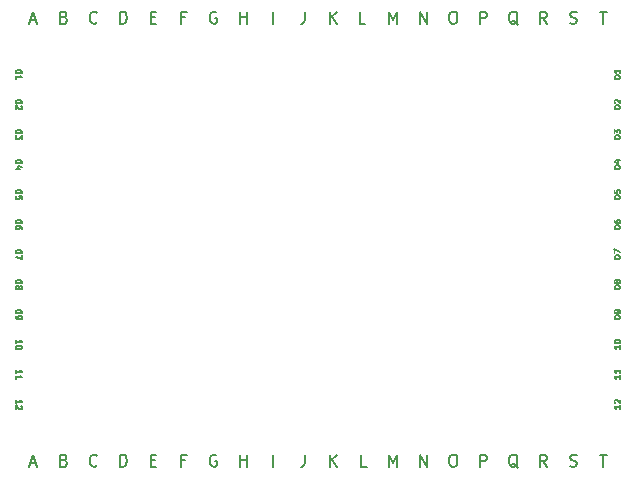
<source format=gbr>
G04 #@! TF.GenerationSoftware,KiCad,Pcbnew,9.0.1*
G04 #@! TF.CreationDate,2025-05-07T00:09:23-04:00*
G04 #@! TF.ProjectId,matrix-protoboard_14x20,6d617472-6978-42d7-9072-6f746f626f61,rev?*
G04 #@! TF.SameCoordinates,Original*
G04 #@! TF.FileFunction,Legend,Top*
G04 #@! TF.FilePolarity,Positive*
%FSLAX46Y46*%
G04 Gerber Fmt 4.6, Leading zero omitted, Abs format (unit mm)*
G04 Created by KiCad (PCBNEW 9.0.1) date 2025-05-07 00:09:23*
%MOMM*%
%LPD*%
G01*
G04 APERTURE LIST*
%ADD10C,0.127000*%
%ADD11C,0.150000*%
G04 APERTURE END LIST*
D10*
X189376406Y-100926762D02*
X189376406Y-101217048D01*
X189376406Y-101071905D02*
X188868406Y-101071905D01*
X188868406Y-101071905D02*
X188940977Y-101120286D01*
X188940977Y-101120286D02*
X188989358Y-101168667D01*
X188989358Y-101168667D02*
X189013549Y-101217048D01*
X189376406Y-100442952D02*
X189376406Y-100733238D01*
X189376406Y-100588095D02*
X188868406Y-100588095D01*
X188868406Y-100588095D02*
X188940977Y-100636476D01*
X188940977Y-100636476D02*
X188989358Y-100684857D01*
X188989358Y-100684857D02*
X189013549Y-100733238D01*
D11*
X175152762Y-70134819D02*
X175343238Y-70134819D01*
X175343238Y-70134819D02*
X175438476Y-70182438D01*
X175438476Y-70182438D02*
X175533714Y-70277676D01*
X175533714Y-70277676D02*
X175581333Y-70468152D01*
X175581333Y-70468152D02*
X175581333Y-70801485D01*
X175581333Y-70801485D02*
X175533714Y-70991961D01*
X175533714Y-70991961D02*
X175438476Y-71087200D01*
X175438476Y-71087200D02*
X175343238Y-71134819D01*
X175343238Y-71134819D02*
X175152762Y-71134819D01*
X175152762Y-71134819D02*
X175057524Y-71087200D01*
X175057524Y-71087200D02*
X174962286Y-70991961D01*
X174962286Y-70991961D02*
X174914667Y-70801485D01*
X174914667Y-70801485D02*
X174914667Y-70468152D01*
X174914667Y-70468152D02*
X174962286Y-70277676D01*
X174962286Y-70277676D02*
X175057524Y-70182438D01*
X175057524Y-70182438D02*
X175152762Y-70134819D01*
X152530857Y-70611009D02*
X152197524Y-70611009D01*
X152197524Y-71134819D02*
X152197524Y-70134819D01*
X152197524Y-70134819D02*
X152673714Y-70134819D01*
X152530857Y-108117009D02*
X152197524Y-108117009D01*
X152197524Y-108640819D02*
X152197524Y-107640819D01*
X152197524Y-107640819D02*
X152673714Y-107640819D01*
X160008000Y-108640819D02*
X160008000Y-107640819D01*
X172422286Y-71134819D02*
X172422286Y-70134819D01*
X172422286Y-70134819D02*
X172993714Y-71134819D01*
X172993714Y-71134819D02*
X172993714Y-70134819D01*
D10*
X138717593Y-92973904D02*
X138717593Y-93022285D01*
X138717593Y-93022285D02*
X138693403Y-93070666D01*
X138693403Y-93070666D02*
X138669212Y-93094856D01*
X138669212Y-93094856D02*
X138620831Y-93119047D01*
X138620831Y-93119047D02*
X138524069Y-93143237D01*
X138524069Y-93143237D02*
X138403117Y-93143237D01*
X138403117Y-93143237D02*
X138306355Y-93119047D01*
X138306355Y-93119047D02*
X138257974Y-93094856D01*
X138257974Y-93094856D02*
X138233784Y-93070666D01*
X138233784Y-93070666D02*
X138209593Y-93022285D01*
X138209593Y-93022285D02*
X138209593Y-92973904D01*
X138209593Y-92973904D02*
X138233784Y-92925523D01*
X138233784Y-92925523D02*
X138257974Y-92901332D01*
X138257974Y-92901332D02*
X138306355Y-92877142D01*
X138306355Y-92877142D02*
X138403117Y-92852951D01*
X138403117Y-92852951D02*
X138524069Y-92852951D01*
X138524069Y-92852951D02*
X138620831Y-92877142D01*
X138620831Y-92877142D02*
X138669212Y-92901332D01*
X138669212Y-92901332D02*
X138693403Y-92925523D01*
X138693403Y-92925523D02*
X138717593Y-92973904D01*
X138499879Y-93433523D02*
X138524069Y-93385142D01*
X138524069Y-93385142D02*
X138548260Y-93360952D01*
X138548260Y-93360952D02*
X138596641Y-93336761D01*
X138596641Y-93336761D02*
X138620831Y-93336761D01*
X138620831Y-93336761D02*
X138669212Y-93360952D01*
X138669212Y-93360952D02*
X138693403Y-93385142D01*
X138693403Y-93385142D02*
X138717593Y-93433523D01*
X138717593Y-93433523D02*
X138717593Y-93530285D01*
X138717593Y-93530285D02*
X138693403Y-93578666D01*
X138693403Y-93578666D02*
X138669212Y-93602857D01*
X138669212Y-93602857D02*
X138620831Y-93627047D01*
X138620831Y-93627047D02*
X138596641Y-93627047D01*
X138596641Y-93627047D02*
X138548260Y-93602857D01*
X138548260Y-93602857D02*
X138524069Y-93578666D01*
X138524069Y-93578666D02*
X138499879Y-93530285D01*
X138499879Y-93530285D02*
X138499879Y-93433523D01*
X138499879Y-93433523D02*
X138475688Y-93385142D01*
X138475688Y-93385142D02*
X138451498Y-93360952D01*
X138451498Y-93360952D02*
X138403117Y-93336761D01*
X138403117Y-93336761D02*
X138306355Y-93336761D01*
X138306355Y-93336761D02*
X138257974Y-93360952D01*
X138257974Y-93360952D02*
X138233784Y-93385142D01*
X138233784Y-93385142D02*
X138209593Y-93433523D01*
X138209593Y-93433523D02*
X138209593Y-93530285D01*
X138209593Y-93530285D02*
X138233784Y-93578666D01*
X138233784Y-93578666D02*
X138257974Y-93602857D01*
X138257974Y-93602857D02*
X138306355Y-93627047D01*
X138306355Y-93627047D02*
X138403117Y-93627047D01*
X138403117Y-93627047D02*
X138451498Y-93602857D01*
X138451498Y-93602857D02*
X138475688Y-93578666D01*
X138475688Y-93578666D02*
X138499879Y-93530285D01*
D11*
X162690857Y-70134819D02*
X162690857Y-70849104D01*
X162690857Y-70849104D02*
X162643238Y-70991961D01*
X162643238Y-70991961D02*
X162548000Y-71087200D01*
X162548000Y-71087200D02*
X162405143Y-71134819D01*
X162405143Y-71134819D02*
X162309905Y-71134819D01*
D10*
X138209593Y-100763237D02*
X138209593Y-100472951D01*
X138209593Y-100618094D02*
X138717593Y-100618094D01*
X138717593Y-100618094D02*
X138645022Y-100569713D01*
X138645022Y-100569713D02*
X138596641Y-100521332D01*
X138596641Y-100521332D02*
X138572450Y-100472951D01*
X138209593Y-101247047D02*
X138209593Y-100956761D01*
X138209593Y-101101904D02*
X138717593Y-101101904D01*
X138717593Y-101101904D02*
X138645022Y-101053523D01*
X138645022Y-101053523D02*
X138596641Y-101005142D01*
X138596641Y-101005142D02*
X138572450Y-100956761D01*
X188868406Y-96016095D02*
X188868406Y-95967714D01*
X188868406Y-95967714D02*
X188892596Y-95919333D01*
X188892596Y-95919333D02*
X188916787Y-95895143D01*
X188916787Y-95895143D02*
X188965168Y-95870952D01*
X188965168Y-95870952D02*
X189061930Y-95846762D01*
X189061930Y-95846762D02*
X189182882Y-95846762D01*
X189182882Y-95846762D02*
X189279644Y-95870952D01*
X189279644Y-95870952D02*
X189328025Y-95895143D01*
X189328025Y-95895143D02*
X189352216Y-95919333D01*
X189352216Y-95919333D02*
X189376406Y-95967714D01*
X189376406Y-95967714D02*
X189376406Y-96016095D01*
X189376406Y-96016095D02*
X189352216Y-96064476D01*
X189352216Y-96064476D02*
X189328025Y-96088667D01*
X189328025Y-96088667D02*
X189279644Y-96112857D01*
X189279644Y-96112857D02*
X189182882Y-96137048D01*
X189182882Y-96137048D02*
X189061930Y-96137048D01*
X189061930Y-96137048D02*
X188965168Y-96112857D01*
X188965168Y-96112857D02*
X188916787Y-96088667D01*
X188916787Y-96088667D02*
X188892596Y-96064476D01*
X188892596Y-96064476D02*
X188868406Y-96016095D01*
X189376406Y-95604857D02*
X189376406Y-95508095D01*
X189376406Y-95508095D02*
X189352216Y-95459714D01*
X189352216Y-95459714D02*
X189328025Y-95435523D01*
X189328025Y-95435523D02*
X189255454Y-95387142D01*
X189255454Y-95387142D02*
X189158692Y-95362952D01*
X189158692Y-95362952D02*
X188965168Y-95362952D01*
X188965168Y-95362952D02*
X188916787Y-95387142D01*
X188916787Y-95387142D02*
X188892596Y-95411333D01*
X188892596Y-95411333D02*
X188868406Y-95459714D01*
X188868406Y-95459714D02*
X188868406Y-95556476D01*
X188868406Y-95556476D02*
X188892596Y-95604857D01*
X188892596Y-95604857D02*
X188916787Y-95629047D01*
X188916787Y-95629047D02*
X188965168Y-95653238D01*
X188965168Y-95653238D02*
X189086120Y-95653238D01*
X189086120Y-95653238D02*
X189134501Y-95629047D01*
X189134501Y-95629047D02*
X189158692Y-95604857D01*
X189158692Y-95604857D02*
X189182882Y-95556476D01*
X189182882Y-95556476D02*
X189182882Y-95459714D01*
X189182882Y-95459714D02*
X189158692Y-95411333D01*
X189158692Y-95411333D02*
X189134501Y-95387142D01*
X189134501Y-95387142D02*
X189086120Y-95362952D01*
D11*
X187662286Y-70134819D02*
X188233714Y-70134819D01*
X187948000Y-71134819D02*
X187948000Y-70134819D01*
X180708952Y-108736057D02*
X180613714Y-108688438D01*
X180613714Y-108688438D02*
X180518476Y-108593200D01*
X180518476Y-108593200D02*
X180375619Y-108450342D01*
X180375619Y-108450342D02*
X180280381Y-108402723D01*
X180280381Y-108402723D02*
X180185143Y-108402723D01*
X180232762Y-108640819D02*
X180137524Y-108593200D01*
X180137524Y-108593200D02*
X180042286Y-108497961D01*
X180042286Y-108497961D02*
X179994667Y-108307485D01*
X179994667Y-108307485D02*
X179994667Y-107974152D01*
X179994667Y-107974152D02*
X180042286Y-107783676D01*
X180042286Y-107783676D02*
X180137524Y-107688438D01*
X180137524Y-107688438D02*
X180232762Y-107640819D01*
X180232762Y-107640819D02*
X180423238Y-107640819D01*
X180423238Y-107640819D02*
X180518476Y-107688438D01*
X180518476Y-107688438D02*
X180613714Y-107783676D01*
X180613714Y-107783676D02*
X180661333Y-107974152D01*
X180661333Y-107974152D02*
X180661333Y-108307485D01*
X180661333Y-108307485D02*
X180613714Y-108497961D01*
X180613714Y-108497961D02*
X180518476Y-108593200D01*
X180518476Y-108593200D02*
X180423238Y-108640819D01*
X180423238Y-108640819D02*
X180232762Y-108640819D01*
X180708952Y-71230057D02*
X180613714Y-71182438D01*
X180613714Y-71182438D02*
X180518476Y-71087200D01*
X180518476Y-71087200D02*
X180375619Y-70944342D01*
X180375619Y-70944342D02*
X180280381Y-70896723D01*
X180280381Y-70896723D02*
X180185143Y-70896723D01*
X180232762Y-71134819D02*
X180137524Y-71087200D01*
X180137524Y-71087200D02*
X180042286Y-70991961D01*
X180042286Y-70991961D02*
X179994667Y-70801485D01*
X179994667Y-70801485D02*
X179994667Y-70468152D01*
X179994667Y-70468152D02*
X180042286Y-70277676D01*
X180042286Y-70277676D02*
X180137524Y-70182438D01*
X180137524Y-70182438D02*
X180232762Y-70134819D01*
X180232762Y-70134819D02*
X180423238Y-70134819D01*
X180423238Y-70134819D02*
X180518476Y-70182438D01*
X180518476Y-70182438D02*
X180613714Y-70277676D01*
X180613714Y-70277676D02*
X180661333Y-70468152D01*
X180661333Y-70468152D02*
X180661333Y-70801485D01*
X180661333Y-70801485D02*
X180613714Y-70991961D01*
X180613714Y-70991961D02*
X180518476Y-71087200D01*
X180518476Y-71087200D02*
X180423238Y-71134819D01*
X180423238Y-71134819D02*
X180232762Y-71134819D01*
D10*
X188868406Y-78236095D02*
X188868406Y-78187714D01*
X188868406Y-78187714D02*
X188892596Y-78139333D01*
X188892596Y-78139333D02*
X188916787Y-78115143D01*
X188916787Y-78115143D02*
X188965168Y-78090952D01*
X188965168Y-78090952D02*
X189061930Y-78066762D01*
X189061930Y-78066762D02*
X189182882Y-78066762D01*
X189182882Y-78066762D02*
X189279644Y-78090952D01*
X189279644Y-78090952D02*
X189328025Y-78115143D01*
X189328025Y-78115143D02*
X189352216Y-78139333D01*
X189352216Y-78139333D02*
X189376406Y-78187714D01*
X189376406Y-78187714D02*
X189376406Y-78236095D01*
X189376406Y-78236095D02*
X189352216Y-78284476D01*
X189352216Y-78284476D02*
X189328025Y-78308667D01*
X189328025Y-78308667D02*
X189279644Y-78332857D01*
X189279644Y-78332857D02*
X189182882Y-78357048D01*
X189182882Y-78357048D02*
X189061930Y-78357048D01*
X189061930Y-78357048D02*
X188965168Y-78332857D01*
X188965168Y-78332857D02*
X188916787Y-78308667D01*
X188916787Y-78308667D02*
X188892596Y-78284476D01*
X188892596Y-78284476D02*
X188868406Y-78236095D01*
X188916787Y-77873238D02*
X188892596Y-77849047D01*
X188892596Y-77849047D02*
X188868406Y-77800666D01*
X188868406Y-77800666D02*
X188868406Y-77679714D01*
X188868406Y-77679714D02*
X188892596Y-77631333D01*
X188892596Y-77631333D02*
X188916787Y-77607142D01*
X188916787Y-77607142D02*
X188965168Y-77582952D01*
X188965168Y-77582952D02*
X189013549Y-77582952D01*
X189013549Y-77582952D02*
X189086120Y-77607142D01*
X189086120Y-77607142D02*
X189376406Y-77897428D01*
X189376406Y-77897428D02*
X189376406Y-77582952D01*
X138717593Y-95513904D02*
X138717593Y-95562285D01*
X138717593Y-95562285D02*
X138693403Y-95610666D01*
X138693403Y-95610666D02*
X138669212Y-95634856D01*
X138669212Y-95634856D02*
X138620831Y-95659047D01*
X138620831Y-95659047D02*
X138524069Y-95683237D01*
X138524069Y-95683237D02*
X138403117Y-95683237D01*
X138403117Y-95683237D02*
X138306355Y-95659047D01*
X138306355Y-95659047D02*
X138257974Y-95634856D01*
X138257974Y-95634856D02*
X138233784Y-95610666D01*
X138233784Y-95610666D02*
X138209593Y-95562285D01*
X138209593Y-95562285D02*
X138209593Y-95513904D01*
X138209593Y-95513904D02*
X138233784Y-95465523D01*
X138233784Y-95465523D02*
X138257974Y-95441332D01*
X138257974Y-95441332D02*
X138306355Y-95417142D01*
X138306355Y-95417142D02*
X138403117Y-95392951D01*
X138403117Y-95392951D02*
X138524069Y-95392951D01*
X138524069Y-95392951D02*
X138620831Y-95417142D01*
X138620831Y-95417142D02*
X138669212Y-95441332D01*
X138669212Y-95441332D02*
X138693403Y-95465523D01*
X138693403Y-95465523D02*
X138717593Y-95513904D01*
X138209593Y-95925142D02*
X138209593Y-96021904D01*
X138209593Y-96021904D02*
X138233784Y-96070285D01*
X138233784Y-96070285D02*
X138257974Y-96094476D01*
X138257974Y-96094476D02*
X138330545Y-96142857D01*
X138330545Y-96142857D02*
X138427307Y-96167047D01*
X138427307Y-96167047D02*
X138620831Y-96167047D01*
X138620831Y-96167047D02*
X138669212Y-96142857D01*
X138669212Y-96142857D02*
X138693403Y-96118666D01*
X138693403Y-96118666D02*
X138717593Y-96070285D01*
X138717593Y-96070285D02*
X138717593Y-95973523D01*
X138717593Y-95973523D02*
X138693403Y-95925142D01*
X138693403Y-95925142D02*
X138669212Y-95900952D01*
X138669212Y-95900952D02*
X138620831Y-95876761D01*
X138620831Y-95876761D02*
X138499879Y-95876761D01*
X138499879Y-95876761D02*
X138451498Y-95900952D01*
X138451498Y-95900952D02*
X138427307Y-95925142D01*
X138427307Y-95925142D02*
X138403117Y-95973523D01*
X138403117Y-95973523D02*
X138403117Y-96070285D01*
X138403117Y-96070285D02*
X138427307Y-96118666D01*
X138427307Y-96118666D02*
X138451498Y-96142857D01*
X138451498Y-96142857D02*
X138499879Y-96167047D01*
X138717593Y-90433904D02*
X138717593Y-90482285D01*
X138717593Y-90482285D02*
X138693403Y-90530666D01*
X138693403Y-90530666D02*
X138669212Y-90554856D01*
X138669212Y-90554856D02*
X138620831Y-90579047D01*
X138620831Y-90579047D02*
X138524069Y-90603237D01*
X138524069Y-90603237D02*
X138403117Y-90603237D01*
X138403117Y-90603237D02*
X138306355Y-90579047D01*
X138306355Y-90579047D02*
X138257974Y-90554856D01*
X138257974Y-90554856D02*
X138233784Y-90530666D01*
X138233784Y-90530666D02*
X138209593Y-90482285D01*
X138209593Y-90482285D02*
X138209593Y-90433904D01*
X138209593Y-90433904D02*
X138233784Y-90385523D01*
X138233784Y-90385523D02*
X138257974Y-90361332D01*
X138257974Y-90361332D02*
X138306355Y-90337142D01*
X138306355Y-90337142D02*
X138403117Y-90312951D01*
X138403117Y-90312951D02*
X138524069Y-90312951D01*
X138524069Y-90312951D02*
X138620831Y-90337142D01*
X138620831Y-90337142D02*
X138669212Y-90361332D01*
X138669212Y-90361332D02*
X138693403Y-90385523D01*
X138693403Y-90385523D02*
X138717593Y-90433904D01*
X138717593Y-90772571D02*
X138717593Y-91111238D01*
X138717593Y-91111238D02*
X138209593Y-90893523D01*
D11*
X155189904Y-70182438D02*
X155094666Y-70134819D01*
X155094666Y-70134819D02*
X154951809Y-70134819D01*
X154951809Y-70134819D02*
X154808952Y-70182438D01*
X154808952Y-70182438D02*
X154713714Y-70277676D01*
X154713714Y-70277676D02*
X154666095Y-70372914D01*
X154666095Y-70372914D02*
X154618476Y-70563390D01*
X154618476Y-70563390D02*
X154618476Y-70706247D01*
X154618476Y-70706247D02*
X154666095Y-70896723D01*
X154666095Y-70896723D02*
X154713714Y-70991961D01*
X154713714Y-70991961D02*
X154808952Y-71087200D01*
X154808952Y-71087200D02*
X154951809Y-71134819D01*
X154951809Y-71134819D02*
X155047047Y-71134819D01*
X155047047Y-71134819D02*
X155189904Y-71087200D01*
X155189904Y-71087200D02*
X155237523Y-71039580D01*
X155237523Y-71039580D02*
X155237523Y-70706247D01*
X155237523Y-70706247D02*
X155047047Y-70706247D01*
X149633714Y-108117009D02*
X149967047Y-108117009D01*
X150109904Y-108640819D02*
X149633714Y-108640819D01*
X149633714Y-108640819D02*
X149633714Y-107640819D01*
X149633714Y-107640819D02*
X150109904Y-107640819D01*
X185122286Y-108593200D02*
X185265143Y-108640819D01*
X185265143Y-108640819D02*
X185503238Y-108640819D01*
X185503238Y-108640819D02*
X185598476Y-108593200D01*
X185598476Y-108593200D02*
X185646095Y-108545580D01*
X185646095Y-108545580D02*
X185693714Y-108450342D01*
X185693714Y-108450342D02*
X185693714Y-108355104D01*
X185693714Y-108355104D02*
X185646095Y-108259866D01*
X185646095Y-108259866D02*
X185598476Y-108212247D01*
X185598476Y-108212247D02*
X185503238Y-108164628D01*
X185503238Y-108164628D02*
X185312762Y-108117009D01*
X185312762Y-108117009D02*
X185217524Y-108069390D01*
X185217524Y-108069390D02*
X185169905Y-108021771D01*
X185169905Y-108021771D02*
X185122286Y-107926533D01*
X185122286Y-107926533D02*
X185122286Y-107831295D01*
X185122286Y-107831295D02*
X185169905Y-107736057D01*
X185169905Y-107736057D02*
X185217524Y-107688438D01*
X185217524Y-107688438D02*
X185312762Y-107640819D01*
X185312762Y-107640819D02*
X185550857Y-107640819D01*
X185550857Y-107640819D02*
X185693714Y-107688438D01*
X157182286Y-71134819D02*
X157182286Y-70134819D01*
X157182286Y-70611009D02*
X157753714Y-70611009D01*
X157753714Y-71134819D02*
X157753714Y-70134819D01*
D10*
X138209593Y-98223237D02*
X138209593Y-97932951D01*
X138209593Y-98078094D02*
X138717593Y-98078094D01*
X138717593Y-98078094D02*
X138645022Y-98029713D01*
X138645022Y-98029713D02*
X138596641Y-97981332D01*
X138596641Y-97981332D02*
X138572450Y-97932951D01*
X138717593Y-98537714D02*
X138717593Y-98586095D01*
X138717593Y-98586095D02*
X138693403Y-98634476D01*
X138693403Y-98634476D02*
X138669212Y-98658666D01*
X138669212Y-98658666D02*
X138620831Y-98682857D01*
X138620831Y-98682857D02*
X138524069Y-98707047D01*
X138524069Y-98707047D02*
X138403117Y-98707047D01*
X138403117Y-98707047D02*
X138306355Y-98682857D01*
X138306355Y-98682857D02*
X138257974Y-98658666D01*
X138257974Y-98658666D02*
X138233784Y-98634476D01*
X138233784Y-98634476D02*
X138209593Y-98586095D01*
X138209593Y-98586095D02*
X138209593Y-98537714D01*
X138209593Y-98537714D02*
X138233784Y-98489333D01*
X138233784Y-98489333D02*
X138257974Y-98465142D01*
X138257974Y-98465142D02*
X138306355Y-98440952D01*
X138306355Y-98440952D02*
X138403117Y-98416761D01*
X138403117Y-98416761D02*
X138524069Y-98416761D01*
X138524069Y-98416761D02*
X138620831Y-98440952D01*
X138620831Y-98440952D02*
X138669212Y-98465142D01*
X138669212Y-98465142D02*
X138693403Y-98489333D01*
X138693403Y-98489333D02*
X138717593Y-98537714D01*
D11*
X147046095Y-108640819D02*
X147046095Y-107640819D01*
X147046095Y-107640819D02*
X147284190Y-107640819D01*
X147284190Y-107640819D02*
X147427047Y-107688438D01*
X147427047Y-107688438D02*
X147522285Y-107783676D01*
X147522285Y-107783676D02*
X147569904Y-107878914D01*
X147569904Y-107878914D02*
X147617523Y-108069390D01*
X147617523Y-108069390D02*
X147617523Y-108212247D01*
X147617523Y-108212247D02*
X147569904Y-108402723D01*
X147569904Y-108402723D02*
X147522285Y-108497961D01*
X147522285Y-108497961D02*
X147427047Y-108593200D01*
X147427047Y-108593200D02*
X147284190Y-108640819D01*
X147284190Y-108640819D02*
X147046095Y-108640819D01*
D10*
X188868406Y-93476095D02*
X188868406Y-93427714D01*
X188868406Y-93427714D02*
X188892596Y-93379333D01*
X188892596Y-93379333D02*
X188916787Y-93355143D01*
X188916787Y-93355143D02*
X188965168Y-93330952D01*
X188965168Y-93330952D02*
X189061930Y-93306762D01*
X189061930Y-93306762D02*
X189182882Y-93306762D01*
X189182882Y-93306762D02*
X189279644Y-93330952D01*
X189279644Y-93330952D02*
X189328025Y-93355143D01*
X189328025Y-93355143D02*
X189352216Y-93379333D01*
X189352216Y-93379333D02*
X189376406Y-93427714D01*
X189376406Y-93427714D02*
X189376406Y-93476095D01*
X189376406Y-93476095D02*
X189352216Y-93524476D01*
X189352216Y-93524476D02*
X189328025Y-93548667D01*
X189328025Y-93548667D02*
X189279644Y-93572857D01*
X189279644Y-93572857D02*
X189182882Y-93597048D01*
X189182882Y-93597048D02*
X189061930Y-93597048D01*
X189061930Y-93597048D02*
X188965168Y-93572857D01*
X188965168Y-93572857D02*
X188916787Y-93548667D01*
X188916787Y-93548667D02*
X188892596Y-93524476D01*
X188892596Y-93524476D02*
X188868406Y-93476095D01*
X189086120Y-93016476D02*
X189061930Y-93064857D01*
X189061930Y-93064857D02*
X189037739Y-93089047D01*
X189037739Y-93089047D02*
X188989358Y-93113238D01*
X188989358Y-93113238D02*
X188965168Y-93113238D01*
X188965168Y-93113238D02*
X188916787Y-93089047D01*
X188916787Y-93089047D02*
X188892596Y-93064857D01*
X188892596Y-93064857D02*
X188868406Y-93016476D01*
X188868406Y-93016476D02*
X188868406Y-92919714D01*
X188868406Y-92919714D02*
X188892596Y-92871333D01*
X188892596Y-92871333D02*
X188916787Y-92847142D01*
X188916787Y-92847142D02*
X188965168Y-92822952D01*
X188965168Y-92822952D02*
X188989358Y-92822952D01*
X188989358Y-92822952D02*
X189037739Y-92847142D01*
X189037739Y-92847142D02*
X189061930Y-92871333D01*
X189061930Y-92871333D02*
X189086120Y-92919714D01*
X189086120Y-92919714D02*
X189086120Y-93016476D01*
X189086120Y-93016476D02*
X189110311Y-93064857D01*
X189110311Y-93064857D02*
X189134501Y-93089047D01*
X189134501Y-93089047D02*
X189182882Y-93113238D01*
X189182882Y-93113238D02*
X189279644Y-93113238D01*
X189279644Y-93113238D02*
X189328025Y-93089047D01*
X189328025Y-93089047D02*
X189352216Y-93064857D01*
X189352216Y-93064857D02*
X189376406Y-93016476D01*
X189376406Y-93016476D02*
X189376406Y-92919714D01*
X189376406Y-92919714D02*
X189352216Y-92871333D01*
X189352216Y-92871333D02*
X189328025Y-92847142D01*
X189328025Y-92847142D02*
X189279644Y-92822952D01*
X189279644Y-92822952D02*
X189182882Y-92822952D01*
X189182882Y-92822952D02*
X189134501Y-92847142D01*
X189134501Y-92847142D02*
X189110311Y-92871333D01*
X189110311Y-92871333D02*
X189086120Y-92919714D01*
X188868406Y-80776095D02*
X188868406Y-80727714D01*
X188868406Y-80727714D02*
X188892596Y-80679333D01*
X188892596Y-80679333D02*
X188916787Y-80655143D01*
X188916787Y-80655143D02*
X188965168Y-80630952D01*
X188965168Y-80630952D02*
X189061930Y-80606762D01*
X189061930Y-80606762D02*
X189182882Y-80606762D01*
X189182882Y-80606762D02*
X189279644Y-80630952D01*
X189279644Y-80630952D02*
X189328025Y-80655143D01*
X189328025Y-80655143D02*
X189352216Y-80679333D01*
X189352216Y-80679333D02*
X189376406Y-80727714D01*
X189376406Y-80727714D02*
X189376406Y-80776095D01*
X189376406Y-80776095D02*
X189352216Y-80824476D01*
X189352216Y-80824476D02*
X189328025Y-80848667D01*
X189328025Y-80848667D02*
X189279644Y-80872857D01*
X189279644Y-80872857D02*
X189182882Y-80897048D01*
X189182882Y-80897048D02*
X189061930Y-80897048D01*
X189061930Y-80897048D02*
X188965168Y-80872857D01*
X188965168Y-80872857D02*
X188916787Y-80848667D01*
X188916787Y-80848667D02*
X188892596Y-80824476D01*
X188892596Y-80824476D02*
X188868406Y-80776095D01*
X188868406Y-80437428D02*
X188868406Y-80122952D01*
X188868406Y-80122952D02*
X189061930Y-80292285D01*
X189061930Y-80292285D02*
X189061930Y-80219714D01*
X189061930Y-80219714D02*
X189086120Y-80171333D01*
X189086120Y-80171333D02*
X189110311Y-80147142D01*
X189110311Y-80147142D02*
X189158692Y-80122952D01*
X189158692Y-80122952D02*
X189279644Y-80122952D01*
X189279644Y-80122952D02*
X189328025Y-80147142D01*
X189328025Y-80147142D02*
X189352216Y-80171333D01*
X189352216Y-80171333D02*
X189376406Y-80219714D01*
X189376406Y-80219714D02*
X189376406Y-80364857D01*
X189376406Y-80364857D02*
X189352216Y-80413238D01*
X189352216Y-80413238D02*
X189328025Y-80437428D01*
D11*
X147046095Y-71134819D02*
X147046095Y-70134819D01*
X147046095Y-70134819D02*
X147284190Y-70134819D01*
X147284190Y-70134819D02*
X147427047Y-70182438D01*
X147427047Y-70182438D02*
X147522285Y-70277676D01*
X147522285Y-70277676D02*
X147569904Y-70372914D01*
X147569904Y-70372914D02*
X147617523Y-70563390D01*
X147617523Y-70563390D02*
X147617523Y-70706247D01*
X147617523Y-70706247D02*
X147569904Y-70896723D01*
X147569904Y-70896723D02*
X147522285Y-70991961D01*
X147522285Y-70991961D02*
X147427047Y-71087200D01*
X147427047Y-71087200D02*
X147284190Y-71134819D01*
X147284190Y-71134819D02*
X147046095Y-71134819D01*
D10*
X188868406Y-85856095D02*
X188868406Y-85807714D01*
X188868406Y-85807714D02*
X188892596Y-85759333D01*
X188892596Y-85759333D02*
X188916787Y-85735143D01*
X188916787Y-85735143D02*
X188965168Y-85710952D01*
X188965168Y-85710952D02*
X189061930Y-85686762D01*
X189061930Y-85686762D02*
X189182882Y-85686762D01*
X189182882Y-85686762D02*
X189279644Y-85710952D01*
X189279644Y-85710952D02*
X189328025Y-85735143D01*
X189328025Y-85735143D02*
X189352216Y-85759333D01*
X189352216Y-85759333D02*
X189376406Y-85807714D01*
X189376406Y-85807714D02*
X189376406Y-85856095D01*
X189376406Y-85856095D02*
X189352216Y-85904476D01*
X189352216Y-85904476D02*
X189328025Y-85928667D01*
X189328025Y-85928667D02*
X189279644Y-85952857D01*
X189279644Y-85952857D02*
X189182882Y-85977048D01*
X189182882Y-85977048D02*
X189061930Y-85977048D01*
X189061930Y-85977048D02*
X188965168Y-85952857D01*
X188965168Y-85952857D02*
X188916787Y-85928667D01*
X188916787Y-85928667D02*
X188892596Y-85904476D01*
X188892596Y-85904476D02*
X188868406Y-85856095D01*
X188868406Y-85227142D02*
X188868406Y-85469047D01*
X188868406Y-85469047D02*
X189110311Y-85493238D01*
X189110311Y-85493238D02*
X189086120Y-85469047D01*
X189086120Y-85469047D02*
X189061930Y-85420666D01*
X189061930Y-85420666D02*
X189061930Y-85299714D01*
X189061930Y-85299714D02*
X189086120Y-85251333D01*
X189086120Y-85251333D02*
X189110311Y-85227142D01*
X189110311Y-85227142D02*
X189158692Y-85202952D01*
X189158692Y-85202952D02*
X189279644Y-85202952D01*
X189279644Y-85202952D02*
X189328025Y-85227142D01*
X189328025Y-85227142D02*
X189352216Y-85251333D01*
X189352216Y-85251333D02*
X189376406Y-85299714D01*
X189376406Y-85299714D02*
X189376406Y-85420666D01*
X189376406Y-85420666D02*
X189352216Y-85469047D01*
X189352216Y-85469047D02*
X189328025Y-85493238D01*
D11*
X172422286Y-108640819D02*
X172422286Y-107640819D01*
X172422286Y-107640819D02*
X172993714Y-108640819D01*
X172993714Y-108640819D02*
X172993714Y-107640819D01*
X145077523Y-108545580D02*
X145029904Y-108593200D01*
X145029904Y-108593200D02*
X144887047Y-108640819D01*
X144887047Y-108640819D02*
X144791809Y-108640819D01*
X144791809Y-108640819D02*
X144648952Y-108593200D01*
X144648952Y-108593200D02*
X144553714Y-108497961D01*
X144553714Y-108497961D02*
X144506095Y-108402723D01*
X144506095Y-108402723D02*
X144458476Y-108212247D01*
X144458476Y-108212247D02*
X144458476Y-108069390D01*
X144458476Y-108069390D02*
X144506095Y-107878914D01*
X144506095Y-107878914D02*
X144553714Y-107783676D01*
X144553714Y-107783676D02*
X144648952Y-107688438D01*
X144648952Y-107688438D02*
X144791809Y-107640819D01*
X144791809Y-107640819D02*
X144887047Y-107640819D01*
X144887047Y-107640819D02*
X145029904Y-107688438D01*
X145029904Y-107688438D02*
X145077523Y-107736057D01*
X183177523Y-71134819D02*
X182844190Y-70658628D01*
X182606095Y-71134819D02*
X182606095Y-70134819D01*
X182606095Y-70134819D02*
X182987047Y-70134819D01*
X182987047Y-70134819D02*
X183082285Y-70182438D01*
X183082285Y-70182438D02*
X183129904Y-70230057D01*
X183129904Y-70230057D02*
X183177523Y-70325295D01*
X183177523Y-70325295D02*
X183177523Y-70468152D01*
X183177523Y-70468152D02*
X183129904Y-70563390D01*
X183129904Y-70563390D02*
X183082285Y-70611009D01*
X183082285Y-70611009D02*
X182987047Y-70658628D01*
X182987047Y-70658628D02*
X182606095Y-70658628D01*
X142299428Y-70611009D02*
X142442285Y-70658628D01*
X142442285Y-70658628D02*
X142489904Y-70706247D01*
X142489904Y-70706247D02*
X142537523Y-70801485D01*
X142537523Y-70801485D02*
X142537523Y-70944342D01*
X142537523Y-70944342D02*
X142489904Y-71039580D01*
X142489904Y-71039580D02*
X142442285Y-71087200D01*
X142442285Y-71087200D02*
X142347047Y-71134819D01*
X142347047Y-71134819D02*
X141966095Y-71134819D01*
X141966095Y-71134819D02*
X141966095Y-70134819D01*
X141966095Y-70134819D02*
X142299428Y-70134819D01*
X142299428Y-70134819D02*
X142394666Y-70182438D01*
X142394666Y-70182438D02*
X142442285Y-70230057D01*
X142442285Y-70230057D02*
X142489904Y-70325295D01*
X142489904Y-70325295D02*
X142489904Y-70420533D01*
X142489904Y-70420533D02*
X142442285Y-70515771D01*
X142442285Y-70515771D02*
X142394666Y-70563390D01*
X142394666Y-70563390D02*
X142299428Y-70611009D01*
X142299428Y-70611009D02*
X141966095Y-70611009D01*
D10*
X138717593Y-80273904D02*
X138717593Y-80322285D01*
X138717593Y-80322285D02*
X138693403Y-80370666D01*
X138693403Y-80370666D02*
X138669212Y-80394856D01*
X138669212Y-80394856D02*
X138620831Y-80419047D01*
X138620831Y-80419047D02*
X138524069Y-80443237D01*
X138524069Y-80443237D02*
X138403117Y-80443237D01*
X138403117Y-80443237D02*
X138306355Y-80419047D01*
X138306355Y-80419047D02*
X138257974Y-80394856D01*
X138257974Y-80394856D02*
X138233784Y-80370666D01*
X138233784Y-80370666D02*
X138209593Y-80322285D01*
X138209593Y-80322285D02*
X138209593Y-80273904D01*
X138209593Y-80273904D02*
X138233784Y-80225523D01*
X138233784Y-80225523D02*
X138257974Y-80201332D01*
X138257974Y-80201332D02*
X138306355Y-80177142D01*
X138306355Y-80177142D02*
X138403117Y-80152951D01*
X138403117Y-80152951D02*
X138524069Y-80152951D01*
X138524069Y-80152951D02*
X138620831Y-80177142D01*
X138620831Y-80177142D02*
X138669212Y-80201332D01*
X138669212Y-80201332D02*
X138693403Y-80225523D01*
X138693403Y-80225523D02*
X138717593Y-80273904D01*
X138717593Y-80612571D02*
X138717593Y-80927047D01*
X138717593Y-80927047D02*
X138524069Y-80757714D01*
X138524069Y-80757714D02*
X138524069Y-80830285D01*
X138524069Y-80830285D02*
X138499879Y-80878666D01*
X138499879Y-80878666D02*
X138475688Y-80902857D01*
X138475688Y-80902857D02*
X138427307Y-80927047D01*
X138427307Y-80927047D02*
X138306355Y-80927047D01*
X138306355Y-80927047D02*
X138257974Y-80902857D01*
X138257974Y-80902857D02*
X138233784Y-80878666D01*
X138233784Y-80878666D02*
X138209593Y-80830285D01*
X138209593Y-80830285D02*
X138209593Y-80685142D01*
X138209593Y-80685142D02*
X138233784Y-80636761D01*
X138233784Y-80636761D02*
X138257974Y-80612571D01*
D11*
X177526095Y-108640819D02*
X177526095Y-107640819D01*
X177526095Y-107640819D02*
X177907047Y-107640819D01*
X177907047Y-107640819D02*
X178002285Y-107688438D01*
X178002285Y-107688438D02*
X178049904Y-107736057D01*
X178049904Y-107736057D02*
X178097523Y-107831295D01*
X178097523Y-107831295D02*
X178097523Y-107974152D01*
X178097523Y-107974152D02*
X178049904Y-108069390D01*
X178049904Y-108069390D02*
X178002285Y-108117009D01*
X178002285Y-108117009D02*
X177907047Y-108164628D01*
X177907047Y-108164628D02*
X177526095Y-108164628D01*
D10*
X138717593Y-75193904D02*
X138717593Y-75242285D01*
X138717593Y-75242285D02*
X138693403Y-75290666D01*
X138693403Y-75290666D02*
X138669212Y-75314856D01*
X138669212Y-75314856D02*
X138620831Y-75339047D01*
X138620831Y-75339047D02*
X138524069Y-75363237D01*
X138524069Y-75363237D02*
X138403117Y-75363237D01*
X138403117Y-75363237D02*
X138306355Y-75339047D01*
X138306355Y-75339047D02*
X138257974Y-75314856D01*
X138257974Y-75314856D02*
X138233784Y-75290666D01*
X138233784Y-75290666D02*
X138209593Y-75242285D01*
X138209593Y-75242285D02*
X138209593Y-75193904D01*
X138209593Y-75193904D02*
X138233784Y-75145523D01*
X138233784Y-75145523D02*
X138257974Y-75121332D01*
X138257974Y-75121332D02*
X138306355Y-75097142D01*
X138306355Y-75097142D02*
X138403117Y-75072951D01*
X138403117Y-75072951D02*
X138524069Y-75072951D01*
X138524069Y-75072951D02*
X138620831Y-75097142D01*
X138620831Y-75097142D02*
X138669212Y-75121332D01*
X138669212Y-75121332D02*
X138693403Y-75145523D01*
X138693403Y-75145523D02*
X138717593Y-75193904D01*
X138209593Y-75847047D02*
X138209593Y-75556761D01*
X138209593Y-75701904D02*
X138717593Y-75701904D01*
X138717593Y-75701904D02*
X138645022Y-75653523D01*
X138645022Y-75653523D02*
X138596641Y-75605142D01*
X138596641Y-75605142D02*
X138572450Y-75556761D01*
D11*
X167937523Y-108640819D02*
X167461333Y-108640819D01*
X167461333Y-108640819D02*
X167461333Y-107640819D01*
X169834667Y-108640819D02*
X169834667Y-107640819D01*
X169834667Y-107640819D02*
X170168000Y-108355104D01*
X170168000Y-108355104D02*
X170501333Y-107640819D01*
X170501333Y-107640819D02*
X170501333Y-108640819D01*
D10*
X138209593Y-103303237D02*
X138209593Y-103012951D01*
X138209593Y-103158094D02*
X138717593Y-103158094D01*
X138717593Y-103158094D02*
X138645022Y-103109713D01*
X138645022Y-103109713D02*
X138596641Y-103061332D01*
X138596641Y-103061332D02*
X138572450Y-103012951D01*
X138669212Y-103496761D02*
X138693403Y-103520952D01*
X138693403Y-103520952D02*
X138717593Y-103569333D01*
X138717593Y-103569333D02*
X138717593Y-103690285D01*
X138717593Y-103690285D02*
X138693403Y-103738666D01*
X138693403Y-103738666D02*
X138669212Y-103762857D01*
X138669212Y-103762857D02*
X138620831Y-103787047D01*
X138620831Y-103787047D02*
X138572450Y-103787047D01*
X138572450Y-103787047D02*
X138499879Y-103762857D01*
X138499879Y-103762857D02*
X138209593Y-103472571D01*
X138209593Y-103472571D02*
X138209593Y-103787047D01*
X188868406Y-75696095D02*
X188868406Y-75647714D01*
X188868406Y-75647714D02*
X188892596Y-75599333D01*
X188892596Y-75599333D02*
X188916787Y-75575143D01*
X188916787Y-75575143D02*
X188965168Y-75550952D01*
X188965168Y-75550952D02*
X189061930Y-75526762D01*
X189061930Y-75526762D02*
X189182882Y-75526762D01*
X189182882Y-75526762D02*
X189279644Y-75550952D01*
X189279644Y-75550952D02*
X189328025Y-75575143D01*
X189328025Y-75575143D02*
X189352216Y-75599333D01*
X189352216Y-75599333D02*
X189376406Y-75647714D01*
X189376406Y-75647714D02*
X189376406Y-75696095D01*
X189376406Y-75696095D02*
X189352216Y-75744476D01*
X189352216Y-75744476D02*
X189328025Y-75768667D01*
X189328025Y-75768667D02*
X189279644Y-75792857D01*
X189279644Y-75792857D02*
X189182882Y-75817048D01*
X189182882Y-75817048D02*
X189061930Y-75817048D01*
X189061930Y-75817048D02*
X188965168Y-75792857D01*
X188965168Y-75792857D02*
X188916787Y-75768667D01*
X188916787Y-75768667D02*
X188892596Y-75744476D01*
X188892596Y-75744476D02*
X188868406Y-75696095D01*
X189376406Y-75042952D02*
X189376406Y-75333238D01*
X189376406Y-75188095D02*
X188868406Y-75188095D01*
X188868406Y-75188095D02*
X188940977Y-75236476D01*
X188940977Y-75236476D02*
X188989358Y-75284857D01*
X188989358Y-75284857D02*
X189013549Y-75333238D01*
D11*
X145077523Y-71039580D02*
X145029904Y-71087200D01*
X145029904Y-71087200D02*
X144887047Y-71134819D01*
X144887047Y-71134819D02*
X144791809Y-71134819D01*
X144791809Y-71134819D02*
X144648952Y-71087200D01*
X144648952Y-71087200D02*
X144553714Y-70991961D01*
X144553714Y-70991961D02*
X144506095Y-70896723D01*
X144506095Y-70896723D02*
X144458476Y-70706247D01*
X144458476Y-70706247D02*
X144458476Y-70563390D01*
X144458476Y-70563390D02*
X144506095Y-70372914D01*
X144506095Y-70372914D02*
X144553714Y-70277676D01*
X144553714Y-70277676D02*
X144648952Y-70182438D01*
X144648952Y-70182438D02*
X144791809Y-70134819D01*
X144791809Y-70134819D02*
X144887047Y-70134819D01*
X144887047Y-70134819D02*
X145029904Y-70182438D01*
X145029904Y-70182438D02*
X145077523Y-70230057D01*
X142299428Y-108117009D02*
X142442285Y-108164628D01*
X142442285Y-108164628D02*
X142489904Y-108212247D01*
X142489904Y-108212247D02*
X142537523Y-108307485D01*
X142537523Y-108307485D02*
X142537523Y-108450342D01*
X142537523Y-108450342D02*
X142489904Y-108545580D01*
X142489904Y-108545580D02*
X142442285Y-108593200D01*
X142442285Y-108593200D02*
X142347047Y-108640819D01*
X142347047Y-108640819D02*
X141966095Y-108640819D01*
X141966095Y-108640819D02*
X141966095Y-107640819D01*
X141966095Y-107640819D02*
X142299428Y-107640819D01*
X142299428Y-107640819D02*
X142394666Y-107688438D01*
X142394666Y-107688438D02*
X142442285Y-107736057D01*
X142442285Y-107736057D02*
X142489904Y-107831295D01*
X142489904Y-107831295D02*
X142489904Y-107926533D01*
X142489904Y-107926533D02*
X142442285Y-108021771D01*
X142442285Y-108021771D02*
X142394666Y-108069390D01*
X142394666Y-108069390D02*
X142299428Y-108117009D01*
X142299428Y-108117009D02*
X141966095Y-108117009D01*
D10*
X138717593Y-85353904D02*
X138717593Y-85402285D01*
X138717593Y-85402285D02*
X138693403Y-85450666D01*
X138693403Y-85450666D02*
X138669212Y-85474856D01*
X138669212Y-85474856D02*
X138620831Y-85499047D01*
X138620831Y-85499047D02*
X138524069Y-85523237D01*
X138524069Y-85523237D02*
X138403117Y-85523237D01*
X138403117Y-85523237D02*
X138306355Y-85499047D01*
X138306355Y-85499047D02*
X138257974Y-85474856D01*
X138257974Y-85474856D02*
X138233784Y-85450666D01*
X138233784Y-85450666D02*
X138209593Y-85402285D01*
X138209593Y-85402285D02*
X138209593Y-85353904D01*
X138209593Y-85353904D02*
X138233784Y-85305523D01*
X138233784Y-85305523D02*
X138257974Y-85281332D01*
X138257974Y-85281332D02*
X138306355Y-85257142D01*
X138306355Y-85257142D02*
X138403117Y-85232951D01*
X138403117Y-85232951D02*
X138524069Y-85232951D01*
X138524069Y-85232951D02*
X138620831Y-85257142D01*
X138620831Y-85257142D02*
X138669212Y-85281332D01*
X138669212Y-85281332D02*
X138693403Y-85305523D01*
X138693403Y-85305523D02*
X138717593Y-85353904D01*
X138717593Y-85982857D02*
X138717593Y-85740952D01*
X138717593Y-85740952D02*
X138475688Y-85716761D01*
X138475688Y-85716761D02*
X138499879Y-85740952D01*
X138499879Y-85740952D02*
X138524069Y-85789333D01*
X138524069Y-85789333D02*
X138524069Y-85910285D01*
X138524069Y-85910285D02*
X138499879Y-85958666D01*
X138499879Y-85958666D02*
X138475688Y-85982857D01*
X138475688Y-85982857D02*
X138427307Y-86007047D01*
X138427307Y-86007047D02*
X138306355Y-86007047D01*
X138306355Y-86007047D02*
X138257974Y-85982857D01*
X138257974Y-85982857D02*
X138233784Y-85958666D01*
X138233784Y-85958666D02*
X138209593Y-85910285D01*
X138209593Y-85910285D02*
X138209593Y-85789333D01*
X138209593Y-85789333D02*
X138233784Y-85740952D01*
X138233784Y-85740952D02*
X138257974Y-85716761D01*
D11*
X149633714Y-70611009D02*
X149967047Y-70611009D01*
X150109904Y-71134819D02*
X149633714Y-71134819D01*
X149633714Y-71134819D02*
X149633714Y-70134819D01*
X149633714Y-70134819D02*
X150109904Y-70134819D01*
X169834667Y-71134819D02*
X169834667Y-70134819D01*
X169834667Y-70134819D02*
X170168000Y-70849104D01*
X170168000Y-70849104D02*
X170501333Y-70134819D01*
X170501333Y-70134819D02*
X170501333Y-71134819D01*
D10*
X138717593Y-77733904D02*
X138717593Y-77782285D01*
X138717593Y-77782285D02*
X138693403Y-77830666D01*
X138693403Y-77830666D02*
X138669212Y-77854856D01*
X138669212Y-77854856D02*
X138620831Y-77879047D01*
X138620831Y-77879047D02*
X138524069Y-77903237D01*
X138524069Y-77903237D02*
X138403117Y-77903237D01*
X138403117Y-77903237D02*
X138306355Y-77879047D01*
X138306355Y-77879047D02*
X138257974Y-77854856D01*
X138257974Y-77854856D02*
X138233784Y-77830666D01*
X138233784Y-77830666D02*
X138209593Y-77782285D01*
X138209593Y-77782285D02*
X138209593Y-77733904D01*
X138209593Y-77733904D02*
X138233784Y-77685523D01*
X138233784Y-77685523D02*
X138257974Y-77661332D01*
X138257974Y-77661332D02*
X138306355Y-77637142D01*
X138306355Y-77637142D02*
X138403117Y-77612951D01*
X138403117Y-77612951D02*
X138524069Y-77612951D01*
X138524069Y-77612951D02*
X138620831Y-77637142D01*
X138620831Y-77637142D02*
X138669212Y-77661332D01*
X138669212Y-77661332D02*
X138693403Y-77685523D01*
X138693403Y-77685523D02*
X138717593Y-77733904D01*
X138669212Y-78096761D02*
X138693403Y-78120952D01*
X138693403Y-78120952D02*
X138717593Y-78169333D01*
X138717593Y-78169333D02*
X138717593Y-78290285D01*
X138717593Y-78290285D02*
X138693403Y-78338666D01*
X138693403Y-78338666D02*
X138669212Y-78362857D01*
X138669212Y-78362857D02*
X138620831Y-78387047D01*
X138620831Y-78387047D02*
X138572450Y-78387047D01*
X138572450Y-78387047D02*
X138499879Y-78362857D01*
X138499879Y-78362857D02*
X138209593Y-78072571D01*
X138209593Y-78072571D02*
X138209593Y-78387047D01*
X188868406Y-90936095D02*
X188868406Y-90887714D01*
X188868406Y-90887714D02*
X188892596Y-90839333D01*
X188892596Y-90839333D02*
X188916787Y-90815143D01*
X188916787Y-90815143D02*
X188965168Y-90790952D01*
X188965168Y-90790952D02*
X189061930Y-90766762D01*
X189061930Y-90766762D02*
X189182882Y-90766762D01*
X189182882Y-90766762D02*
X189279644Y-90790952D01*
X189279644Y-90790952D02*
X189328025Y-90815143D01*
X189328025Y-90815143D02*
X189352216Y-90839333D01*
X189352216Y-90839333D02*
X189376406Y-90887714D01*
X189376406Y-90887714D02*
X189376406Y-90936095D01*
X189376406Y-90936095D02*
X189352216Y-90984476D01*
X189352216Y-90984476D02*
X189328025Y-91008667D01*
X189328025Y-91008667D02*
X189279644Y-91032857D01*
X189279644Y-91032857D02*
X189182882Y-91057048D01*
X189182882Y-91057048D02*
X189061930Y-91057048D01*
X189061930Y-91057048D02*
X188965168Y-91032857D01*
X188965168Y-91032857D02*
X188916787Y-91008667D01*
X188916787Y-91008667D02*
X188892596Y-90984476D01*
X188892596Y-90984476D02*
X188868406Y-90936095D01*
X188868406Y-90597428D02*
X188868406Y-90258761D01*
X188868406Y-90258761D02*
X189376406Y-90476476D01*
X138717593Y-87893904D02*
X138717593Y-87942285D01*
X138717593Y-87942285D02*
X138693403Y-87990666D01*
X138693403Y-87990666D02*
X138669212Y-88014856D01*
X138669212Y-88014856D02*
X138620831Y-88039047D01*
X138620831Y-88039047D02*
X138524069Y-88063237D01*
X138524069Y-88063237D02*
X138403117Y-88063237D01*
X138403117Y-88063237D02*
X138306355Y-88039047D01*
X138306355Y-88039047D02*
X138257974Y-88014856D01*
X138257974Y-88014856D02*
X138233784Y-87990666D01*
X138233784Y-87990666D02*
X138209593Y-87942285D01*
X138209593Y-87942285D02*
X138209593Y-87893904D01*
X138209593Y-87893904D02*
X138233784Y-87845523D01*
X138233784Y-87845523D02*
X138257974Y-87821332D01*
X138257974Y-87821332D02*
X138306355Y-87797142D01*
X138306355Y-87797142D02*
X138403117Y-87772951D01*
X138403117Y-87772951D02*
X138524069Y-87772951D01*
X138524069Y-87772951D02*
X138620831Y-87797142D01*
X138620831Y-87797142D02*
X138669212Y-87821332D01*
X138669212Y-87821332D02*
X138693403Y-87845523D01*
X138693403Y-87845523D02*
X138717593Y-87893904D01*
X138717593Y-88498666D02*
X138717593Y-88401904D01*
X138717593Y-88401904D02*
X138693403Y-88353523D01*
X138693403Y-88353523D02*
X138669212Y-88329333D01*
X138669212Y-88329333D02*
X138596641Y-88280952D01*
X138596641Y-88280952D02*
X138499879Y-88256761D01*
X138499879Y-88256761D02*
X138306355Y-88256761D01*
X138306355Y-88256761D02*
X138257974Y-88280952D01*
X138257974Y-88280952D02*
X138233784Y-88305142D01*
X138233784Y-88305142D02*
X138209593Y-88353523D01*
X138209593Y-88353523D02*
X138209593Y-88450285D01*
X138209593Y-88450285D02*
X138233784Y-88498666D01*
X138233784Y-88498666D02*
X138257974Y-88522857D01*
X138257974Y-88522857D02*
X138306355Y-88547047D01*
X138306355Y-88547047D02*
X138427307Y-88547047D01*
X138427307Y-88547047D02*
X138475688Y-88522857D01*
X138475688Y-88522857D02*
X138499879Y-88498666D01*
X138499879Y-88498666D02*
X138524069Y-88450285D01*
X138524069Y-88450285D02*
X138524069Y-88353523D01*
X138524069Y-88353523D02*
X138499879Y-88305142D01*
X138499879Y-88305142D02*
X138475688Y-88280952D01*
X138475688Y-88280952D02*
X138427307Y-88256761D01*
D11*
X160008000Y-71134819D02*
X160008000Y-70134819D01*
X177526095Y-71134819D02*
X177526095Y-70134819D01*
X177526095Y-70134819D02*
X177907047Y-70134819D01*
X177907047Y-70134819D02*
X178002285Y-70182438D01*
X178002285Y-70182438D02*
X178049904Y-70230057D01*
X178049904Y-70230057D02*
X178097523Y-70325295D01*
X178097523Y-70325295D02*
X178097523Y-70468152D01*
X178097523Y-70468152D02*
X178049904Y-70563390D01*
X178049904Y-70563390D02*
X178002285Y-70611009D01*
X178002285Y-70611009D02*
X177907047Y-70658628D01*
X177907047Y-70658628D02*
X177526095Y-70658628D01*
D10*
X189376406Y-103466762D02*
X189376406Y-103757048D01*
X189376406Y-103611905D02*
X188868406Y-103611905D01*
X188868406Y-103611905D02*
X188940977Y-103660286D01*
X188940977Y-103660286D02*
X188989358Y-103708667D01*
X188989358Y-103708667D02*
X189013549Y-103757048D01*
X188916787Y-103273238D02*
X188892596Y-103249047D01*
X188892596Y-103249047D02*
X188868406Y-103200666D01*
X188868406Y-103200666D02*
X188868406Y-103079714D01*
X188868406Y-103079714D02*
X188892596Y-103031333D01*
X188892596Y-103031333D02*
X188916787Y-103007142D01*
X188916787Y-103007142D02*
X188965168Y-102982952D01*
X188965168Y-102982952D02*
X189013549Y-102982952D01*
X189013549Y-102982952D02*
X189086120Y-103007142D01*
X189086120Y-103007142D02*
X189376406Y-103297428D01*
X189376406Y-103297428D02*
X189376406Y-102982952D01*
D11*
X164826095Y-71134819D02*
X164826095Y-70134819D01*
X165397523Y-71134819D02*
X164968952Y-70563390D01*
X165397523Y-70134819D02*
X164826095Y-70706247D01*
X167807523Y-71134819D02*
X167331333Y-71134819D01*
X167331333Y-71134819D02*
X167331333Y-70134819D01*
X139449905Y-108355104D02*
X139926095Y-108355104D01*
X139354667Y-108640819D02*
X139688000Y-107640819D01*
X139688000Y-107640819D02*
X140021333Y-108640819D01*
X162690857Y-107640819D02*
X162690857Y-108355104D01*
X162690857Y-108355104D02*
X162643238Y-108497961D01*
X162643238Y-108497961D02*
X162548000Y-108593200D01*
X162548000Y-108593200D02*
X162405143Y-108640819D01*
X162405143Y-108640819D02*
X162309905Y-108640819D01*
X155189904Y-107688438D02*
X155094666Y-107640819D01*
X155094666Y-107640819D02*
X154951809Y-107640819D01*
X154951809Y-107640819D02*
X154808952Y-107688438D01*
X154808952Y-107688438D02*
X154713714Y-107783676D01*
X154713714Y-107783676D02*
X154666095Y-107878914D01*
X154666095Y-107878914D02*
X154618476Y-108069390D01*
X154618476Y-108069390D02*
X154618476Y-108212247D01*
X154618476Y-108212247D02*
X154666095Y-108402723D01*
X154666095Y-108402723D02*
X154713714Y-108497961D01*
X154713714Y-108497961D02*
X154808952Y-108593200D01*
X154808952Y-108593200D02*
X154951809Y-108640819D01*
X154951809Y-108640819D02*
X155047047Y-108640819D01*
X155047047Y-108640819D02*
X155189904Y-108593200D01*
X155189904Y-108593200D02*
X155237523Y-108545580D01*
X155237523Y-108545580D02*
X155237523Y-108212247D01*
X155237523Y-108212247D02*
X155047047Y-108212247D01*
D10*
X189376406Y-98386762D02*
X189376406Y-98677048D01*
X189376406Y-98531905D02*
X188868406Y-98531905D01*
X188868406Y-98531905D02*
X188940977Y-98580286D01*
X188940977Y-98580286D02*
X188989358Y-98628667D01*
X188989358Y-98628667D02*
X189013549Y-98677048D01*
X188868406Y-98072285D02*
X188868406Y-98023904D01*
X188868406Y-98023904D02*
X188892596Y-97975523D01*
X188892596Y-97975523D02*
X188916787Y-97951333D01*
X188916787Y-97951333D02*
X188965168Y-97927142D01*
X188965168Y-97927142D02*
X189061930Y-97902952D01*
X189061930Y-97902952D02*
X189182882Y-97902952D01*
X189182882Y-97902952D02*
X189279644Y-97927142D01*
X189279644Y-97927142D02*
X189328025Y-97951333D01*
X189328025Y-97951333D02*
X189352216Y-97975523D01*
X189352216Y-97975523D02*
X189376406Y-98023904D01*
X189376406Y-98023904D02*
X189376406Y-98072285D01*
X189376406Y-98072285D02*
X189352216Y-98120666D01*
X189352216Y-98120666D02*
X189328025Y-98144857D01*
X189328025Y-98144857D02*
X189279644Y-98169047D01*
X189279644Y-98169047D02*
X189182882Y-98193238D01*
X189182882Y-98193238D02*
X189061930Y-98193238D01*
X189061930Y-98193238D02*
X188965168Y-98169047D01*
X188965168Y-98169047D02*
X188916787Y-98144857D01*
X188916787Y-98144857D02*
X188892596Y-98120666D01*
X188892596Y-98120666D02*
X188868406Y-98072285D01*
D11*
X185122286Y-71087200D02*
X185265143Y-71134819D01*
X185265143Y-71134819D02*
X185503238Y-71134819D01*
X185503238Y-71134819D02*
X185598476Y-71087200D01*
X185598476Y-71087200D02*
X185646095Y-71039580D01*
X185646095Y-71039580D02*
X185693714Y-70944342D01*
X185693714Y-70944342D02*
X185693714Y-70849104D01*
X185693714Y-70849104D02*
X185646095Y-70753866D01*
X185646095Y-70753866D02*
X185598476Y-70706247D01*
X185598476Y-70706247D02*
X185503238Y-70658628D01*
X185503238Y-70658628D02*
X185312762Y-70611009D01*
X185312762Y-70611009D02*
X185217524Y-70563390D01*
X185217524Y-70563390D02*
X185169905Y-70515771D01*
X185169905Y-70515771D02*
X185122286Y-70420533D01*
X185122286Y-70420533D02*
X185122286Y-70325295D01*
X185122286Y-70325295D02*
X185169905Y-70230057D01*
X185169905Y-70230057D02*
X185217524Y-70182438D01*
X185217524Y-70182438D02*
X185312762Y-70134819D01*
X185312762Y-70134819D02*
X185550857Y-70134819D01*
X185550857Y-70134819D02*
X185693714Y-70182438D01*
D10*
X138717593Y-82813904D02*
X138717593Y-82862285D01*
X138717593Y-82862285D02*
X138693403Y-82910666D01*
X138693403Y-82910666D02*
X138669212Y-82934856D01*
X138669212Y-82934856D02*
X138620831Y-82959047D01*
X138620831Y-82959047D02*
X138524069Y-82983237D01*
X138524069Y-82983237D02*
X138403117Y-82983237D01*
X138403117Y-82983237D02*
X138306355Y-82959047D01*
X138306355Y-82959047D02*
X138257974Y-82934856D01*
X138257974Y-82934856D02*
X138233784Y-82910666D01*
X138233784Y-82910666D02*
X138209593Y-82862285D01*
X138209593Y-82862285D02*
X138209593Y-82813904D01*
X138209593Y-82813904D02*
X138233784Y-82765523D01*
X138233784Y-82765523D02*
X138257974Y-82741332D01*
X138257974Y-82741332D02*
X138306355Y-82717142D01*
X138306355Y-82717142D02*
X138403117Y-82692951D01*
X138403117Y-82692951D02*
X138524069Y-82692951D01*
X138524069Y-82692951D02*
X138620831Y-82717142D01*
X138620831Y-82717142D02*
X138669212Y-82741332D01*
X138669212Y-82741332D02*
X138693403Y-82765523D01*
X138693403Y-82765523D02*
X138717593Y-82813904D01*
X138548260Y-83418666D02*
X138209593Y-83418666D01*
X138741784Y-83297714D02*
X138378926Y-83176761D01*
X138378926Y-83176761D02*
X138378926Y-83491238D01*
D11*
X164826095Y-108640819D02*
X164826095Y-107640819D01*
X165397523Y-108640819D02*
X164968952Y-108069390D01*
X165397523Y-107640819D02*
X164826095Y-108212247D01*
X187662286Y-107640819D02*
X188233714Y-107640819D01*
X187948000Y-108640819D02*
X187948000Y-107640819D01*
X175152762Y-107640819D02*
X175343238Y-107640819D01*
X175343238Y-107640819D02*
X175438476Y-107688438D01*
X175438476Y-107688438D02*
X175533714Y-107783676D01*
X175533714Y-107783676D02*
X175581333Y-107974152D01*
X175581333Y-107974152D02*
X175581333Y-108307485D01*
X175581333Y-108307485D02*
X175533714Y-108497961D01*
X175533714Y-108497961D02*
X175438476Y-108593200D01*
X175438476Y-108593200D02*
X175343238Y-108640819D01*
X175343238Y-108640819D02*
X175152762Y-108640819D01*
X175152762Y-108640819D02*
X175057524Y-108593200D01*
X175057524Y-108593200D02*
X174962286Y-108497961D01*
X174962286Y-108497961D02*
X174914667Y-108307485D01*
X174914667Y-108307485D02*
X174914667Y-107974152D01*
X174914667Y-107974152D02*
X174962286Y-107783676D01*
X174962286Y-107783676D02*
X175057524Y-107688438D01*
X175057524Y-107688438D02*
X175152762Y-107640819D01*
X157182286Y-108640819D02*
X157182286Y-107640819D01*
X157182286Y-108117009D02*
X157753714Y-108117009D01*
X157753714Y-108640819D02*
X157753714Y-107640819D01*
X183177523Y-108640819D02*
X182844190Y-108164628D01*
X182606095Y-108640819D02*
X182606095Y-107640819D01*
X182606095Y-107640819D02*
X182987047Y-107640819D01*
X182987047Y-107640819D02*
X183082285Y-107688438D01*
X183082285Y-107688438D02*
X183129904Y-107736057D01*
X183129904Y-107736057D02*
X183177523Y-107831295D01*
X183177523Y-107831295D02*
X183177523Y-107974152D01*
X183177523Y-107974152D02*
X183129904Y-108069390D01*
X183129904Y-108069390D02*
X183082285Y-108117009D01*
X183082285Y-108117009D02*
X182987047Y-108164628D01*
X182987047Y-108164628D02*
X182606095Y-108164628D01*
X139449905Y-70849104D02*
X139926095Y-70849104D01*
X139354667Y-71134819D02*
X139688000Y-70134819D01*
X139688000Y-70134819D02*
X140021333Y-71134819D01*
D10*
X188868406Y-88396095D02*
X188868406Y-88347714D01*
X188868406Y-88347714D02*
X188892596Y-88299333D01*
X188892596Y-88299333D02*
X188916787Y-88275143D01*
X188916787Y-88275143D02*
X188965168Y-88250952D01*
X188965168Y-88250952D02*
X189061930Y-88226762D01*
X189061930Y-88226762D02*
X189182882Y-88226762D01*
X189182882Y-88226762D02*
X189279644Y-88250952D01*
X189279644Y-88250952D02*
X189328025Y-88275143D01*
X189328025Y-88275143D02*
X189352216Y-88299333D01*
X189352216Y-88299333D02*
X189376406Y-88347714D01*
X189376406Y-88347714D02*
X189376406Y-88396095D01*
X189376406Y-88396095D02*
X189352216Y-88444476D01*
X189352216Y-88444476D02*
X189328025Y-88468667D01*
X189328025Y-88468667D02*
X189279644Y-88492857D01*
X189279644Y-88492857D02*
X189182882Y-88517048D01*
X189182882Y-88517048D02*
X189061930Y-88517048D01*
X189061930Y-88517048D02*
X188965168Y-88492857D01*
X188965168Y-88492857D02*
X188916787Y-88468667D01*
X188916787Y-88468667D02*
X188892596Y-88444476D01*
X188892596Y-88444476D02*
X188868406Y-88396095D01*
X188868406Y-87791333D02*
X188868406Y-87888095D01*
X188868406Y-87888095D02*
X188892596Y-87936476D01*
X188892596Y-87936476D02*
X188916787Y-87960666D01*
X188916787Y-87960666D02*
X188989358Y-88009047D01*
X188989358Y-88009047D02*
X189086120Y-88033238D01*
X189086120Y-88033238D02*
X189279644Y-88033238D01*
X189279644Y-88033238D02*
X189328025Y-88009047D01*
X189328025Y-88009047D02*
X189352216Y-87984857D01*
X189352216Y-87984857D02*
X189376406Y-87936476D01*
X189376406Y-87936476D02*
X189376406Y-87839714D01*
X189376406Y-87839714D02*
X189352216Y-87791333D01*
X189352216Y-87791333D02*
X189328025Y-87767142D01*
X189328025Y-87767142D02*
X189279644Y-87742952D01*
X189279644Y-87742952D02*
X189158692Y-87742952D01*
X189158692Y-87742952D02*
X189110311Y-87767142D01*
X189110311Y-87767142D02*
X189086120Y-87791333D01*
X189086120Y-87791333D02*
X189061930Y-87839714D01*
X189061930Y-87839714D02*
X189061930Y-87936476D01*
X189061930Y-87936476D02*
X189086120Y-87984857D01*
X189086120Y-87984857D02*
X189110311Y-88009047D01*
X189110311Y-88009047D02*
X189158692Y-88033238D01*
X188868406Y-83316095D02*
X188868406Y-83267714D01*
X188868406Y-83267714D02*
X188892596Y-83219333D01*
X188892596Y-83219333D02*
X188916787Y-83195143D01*
X188916787Y-83195143D02*
X188965168Y-83170952D01*
X188965168Y-83170952D02*
X189061930Y-83146762D01*
X189061930Y-83146762D02*
X189182882Y-83146762D01*
X189182882Y-83146762D02*
X189279644Y-83170952D01*
X189279644Y-83170952D02*
X189328025Y-83195143D01*
X189328025Y-83195143D02*
X189352216Y-83219333D01*
X189352216Y-83219333D02*
X189376406Y-83267714D01*
X189376406Y-83267714D02*
X189376406Y-83316095D01*
X189376406Y-83316095D02*
X189352216Y-83364476D01*
X189352216Y-83364476D02*
X189328025Y-83388667D01*
X189328025Y-83388667D02*
X189279644Y-83412857D01*
X189279644Y-83412857D02*
X189182882Y-83437048D01*
X189182882Y-83437048D02*
X189061930Y-83437048D01*
X189061930Y-83437048D02*
X188965168Y-83412857D01*
X188965168Y-83412857D02*
X188916787Y-83388667D01*
X188916787Y-83388667D02*
X188892596Y-83364476D01*
X188892596Y-83364476D02*
X188868406Y-83316095D01*
X189037739Y-82711333D02*
X189376406Y-82711333D01*
X188844216Y-82832285D02*
X189207073Y-82953238D01*
X189207073Y-82953238D02*
X189207073Y-82638761D01*
%LPC*%
G36*
X136651479Y-105525919D02*
G01*
X136845488Y-105588957D01*
X137027248Y-105681568D01*
X137192282Y-105801472D01*
X137336528Y-105945718D01*
X137456432Y-106110752D01*
X137549043Y-106292512D01*
X137612081Y-106486521D01*
X137643993Y-106688003D01*
X137643993Y-106891997D01*
X137612081Y-107093479D01*
X137549043Y-107287488D01*
X137456432Y-107469248D01*
X137336528Y-107634282D01*
X137192282Y-107778528D01*
X137027248Y-107898432D01*
X136845488Y-107991043D01*
X136651479Y-108054081D01*
X136449997Y-108085993D01*
X136246003Y-108085993D01*
X136044521Y-108054081D01*
X135850512Y-107991043D01*
X135668752Y-107898432D01*
X135503718Y-107778528D01*
X135359472Y-107634282D01*
X135239568Y-107469248D01*
X135146957Y-107287488D01*
X135083919Y-107093479D01*
X135052007Y-106891997D01*
X135052007Y-106688003D01*
X135083919Y-106486521D01*
X135146957Y-106292512D01*
X135239568Y-106110752D01*
X135359472Y-105945718D01*
X135503718Y-105801472D01*
X135668752Y-105681568D01*
X135850512Y-105588957D01*
X136044521Y-105525919D01*
X136246003Y-105494007D01*
X136449997Y-105494007D01*
X136651479Y-105525919D01*
G37*
G36*
X191451479Y-105525919D02*
G01*
X191645488Y-105588957D01*
X191827248Y-105681568D01*
X191992282Y-105801472D01*
X192136528Y-105945718D01*
X192256432Y-106110752D01*
X192349043Y-106292512D01*
X192412081Y-106486521D01*
X192443993Y-106688003D01*
X192443993Y-106891997D01*
X192412081Y-107093479D01*
X192349043Y-107287488D01*
X192256432Y-107469248D01*
X192136528Y-107634282D01*
X191992282Y-107778528D01*
X191827248Y-107898432D01*
X191645488Y-107991043D01*
X191451479Y-108054081D01*
X191249997Y-108085993D01*
X191046003Y-108085993D01*
X190844521Y-108054081D01*
X190650512Y-107991043D01*
X190468752Y-107898432D01*
X190303718Y-107778528D01*
X190159472Y-107634282D01*
X190039568Y-107469248D01*
X189946957Y-107287488D01*
X189883919Y-107093479D01*
X189852007Y-106891997D01*
X189852007Y-106688003D01*
X189883919Y-106486521D01*
X189946957Y-106292512D01*
X190039568Y-106110752D01*
X190159472Y-105945718D01*
X190303718Y-105801472D01*
X190468752Y-105681568D01*
X190650512Y-105588957D01*
X190844521Y-105525919D01*
X191046003Y-105494007D01*
X191249997Y-105494007D01*
X191451479Y-105525919D01*
G37*
G36*
X186754487Y-71859201D02*
G01*
X186755656Y-71859392D01*
X186755835Y-71859509D01*
X186758455Y-71860107D01*
X186762344Y-71861718D01*
X186828846Y-71906154D01*
X186831520Y-71908828D01*
X187076968Y-72154276D01*
X187113722Y-72169500D01*
X187220735Y-72169500D01*
X187230000Y-72169500D01*
X187308455Y-72185107D01*
X187311932Y-72186547D01*
X187312112Y-72186581D01*
X187326379Y-72192301D01*
X187375603Y-72187169D01*
X187377305Y-72186031D01*
X187379046Y-72184291D01*
X187525743Y-72086271D01*
X187688744Y-72018754D01*
X187861785Y-71984334D01*
X188038215Y-71984334D01*
X188211256Y-72018754D01*
X188374257Y-72086271D01*
X188520954Y-72184291D01*
X188645709Y-72309046D01*
X188743729Y-72455743D01*
X188811246Y-72618744D01*
X188845666Y-72791785D01*
X188845666Y-72968215D01*
X188811246Y-73141256D01*
X188743729Y-73304257D01*
X188645709Y-73450954D01*
X188644418Y-73452244D01*
X188636831Y-73491580D01*
X188641852Y-73515380D01*
X188643282Y-73517656D01*
X188644893Y-73521545D01*
X188654609Y-73570390D01*
X188694995Y-73609853D01*
X188731455Y-73617107D01*
X188735344Y-73618718D01*
X188770413Y-73643602D01*
X188797267Y-73661101D01*
X188799554Y-73664279D01*
X188809749Y-73671514D01*
X188844163Y-73726284D01*
X188844810Y-73727183D01*
X188844851Y-73727379D01*
X188846282Y-73729656D01*
X188847893Y-73733545D01*
X188855100Y-73775957D01*
X188861713Y-73807299D01*
X188861083Y-73811161D01*
X188863178Y-73823489D01*
X188848795Y-73886502D01*
X188848607Y-73887656D01*
X188848491Y-73887833D01*
X188847893Y-73890455D01*
X188846282Y-73894344D01*
X188801846Y-73960846D01*
X188695036Y-74067656D01*
X188649113Y-74113579D01*
X188649113Y-74196421D01*
X188801846Y-74349154D01*
X188846282Y-74415656D01*
X188847893Y-74419545D01*
X188855100Y-74461954D01*
X188861713Y-74493299D01*
X188861083Y-74497161D01*
X188863178Y-74509489D01*
X188848795Y-74572502D01*
X188848607Y-74573656D01*
X188848491Y-74573833D01*
X188847893Y-74576455D01*
X188846282Y-74580344D01*
X188821385Y-74615430D01*
X188803898Y-74642267D01*
X188800721Y-74644552D01*
X188793486Y-74654749D01*
X188738715Y-74689163D01*
X188737817Y-74689810D01*
X188737620Y-74689851D01*
X188735344Y-74691282D01*
X188731455Y-74692893D01*
X188691649Y-74700811D01*
X188652334Y-74741044D01*
X188644893Y-74778455D01*
X188643448Y-74781941D01*
X188643434Y-74782020D01*
X188637707Y-74796229D01*
X188642801Y-74845560D01*
X188643964Y-74847301D01*
X188645709Y-74849046D01*
X188743729Y-74995743D01*
X188811246Y-75158744D01*
X188845666Y-75331785D01*
X188845666Y-75508215D01*
X188811246Y-75681256D01*
X188743729Y-75844257D01*
X188645709Y-75990954D01*
X188644418Y-75992244D01*
X188636831Y-76031580D01*
X188641852Y-76055380D01*
X188643282Y-76057656D01*
X188644893Y-76061545D01*
X188654609Y-76110390D01*
X188694995Y-76149853D01*
X188731455Y-76157107D01*
X188735344Y-76158718D01*
X188770413Y-76183602D01*
X188797267Y-76201101D01*
X188799554Y-76204279D01*
X188809749Y-76211514D01*
X188844163Y-76266284D01*
X188844810Y-76267183D01*
X188844851Y-76267379D01*
X188846282Y-76269656D01*
X188847893Y-76273545D01*
X188855100Y-76315957D01*
X188861713Y-76347299D01*
X188861083Y-76351161D01*
X188863178Y-76363489D01*
X188848795Y-76426502D01*
X188848607Y-76427656D01*
X188848491Y-76427833D01*
X188847893Y-76430455D01*
X188846282Y-76434344D01*
X188801846Y-76500846D01*
X188695036Y-76607656D01*
X188649113Y-76653579D01*
X188649113Y-76736421D01*
X188801846Y-76889154D01*
X188846282Y-76955656D01*
X188847893Y-76959545D01*
X188855100Y-77001954D01*
X188861713Y-77033299D01*
X188861083Y-77037161D01*
X188863178Y-77049489D01*
X188848795Y-77112502D01*
X188848607Y-77113656D01*
X188848491Y-77113833D01*
X188847893Y-77116455D01*
X188846282Y-77120344D01*
X188821385Y-77155430D01*
X188803898Y-77182267D01*
X188800721Y-77184552D01*
X188793486Y-77194749D01*
X188738715Y-77229163D01*
X188737817Y-77229810D01*
X188737620Y-77229851D01*
X188735344Y-77231282D01*
X188731455Y-77232893D01*
X188691649Y-77240811D01*
X188652334Y-77281044D01*
X188644893Y-77318455D01*
X188643448Y-77321941D01*
X188643434Y-77322020D01*
X188637707Y-77336229D01*
X188642801Y-77385560D01*
X188643964Y-77387301D01*
X188645709Y-77389046D01*
X188743729Y-77535743D01*
X188811246Y-77698744D01*
X188845666Y-77871785D01*
X188845666Y-78048215D01*
X188811246Y-78221256D01*
X188743729Y-78384257D01*
X188645709Y-78530954D01*
X188644418Y-78532244D01*
X188636831Y-78571580D01*
X188641852Y-78595380D01*
X188643282Y-78597656D01*
X188644893Y-78601545D01*
X188654609Y-78650390D01*
X188694995Y-78689853D01*
X188731455Y-78697107D01*
X188735344Y-78698718D01*
X188770413Y-78723602D01*
X188797267Y-78741101D01*
X188799554Y-78744279D01*
X188809749Y-78751514D01*
X188844163Y-78806284D01*
X188844810Y-78807183D01*
X188844851Y-78807379D01*
X188846282Y-78809656D01*
X188847893Y-78813545D01*
X188855100Y-78855957D01*
X188861713Y-78887299D01*
X188861083Y-78891161D01*
X188863178Y-78903489D01*
X188848795Y-78966502D01*
X188848607Y-78967656D01*
X188848491Y-78967833D01*
X188847893Y-78970455D01*
X188846282Y-78974344D01*
X188801846Y-79040846D01*
X188695036Y-79147656D01*
X188649113Y-79193579D01*
X188649113Y-79276421D01*
X188801846Y-79429154D01*
X188846282Y-79495656D01*
X188847893Y-79499545D01*
X188855100Y-79541954D01*
X188861713Y-79573299D01*
X188861083Y-79577161D01*
X188863178Y-79589489D01*
X188848795Y-79652502D01*
X188848607Y-79653656D01*
X188848491Y-79653833D01*
X188847893Y-79656455D01*
X188846282Y-79660344D01*
X188821385Y-79695430D01*
X188803898Y-79722267D01*
X188800721Y-79724552D01*
X188793486Y-79734749D01*
X188738715Y-79769163D01*
X188737817Y-79769810D01*
X188737620Y-79769851D01*
X188735344Y-79771282D01*
X188731455Y-79772893D01*
X188691649Y-79780811D01*
X188652334Y-79821044D01*
X188644893Y-79858455D01*
X188643448Y-79861941D01*
X188643434Y-79862020D01*
X188637707Y-79876229D01*
X188642801Y-79925560D01*
X188643964Y-79927301D01*
X188645709Y-79929046D01*
X188743729Y-80075743D01*
X188811246Y-80238744D01*
X188845666Y-80411785D01*
X188845666Y-80588215D01*
X188811246Y-80761256D01*
X188743729Y-80924257D01*
X188645709Y-81070954D01*
X188644418Y-81072244D01*
X188636831Y-81111580D01*
X188641852Y-81135380D01*
X188643282Y-81137656D01*
X188644893Y-81141545D01*
X188654609Y-81190390D01*
X188694995Y-81229853D01*
X188731455Y-81237107D01*
X188735344Y-81238718D01*
X188770413Y-81263602D01*
X188797267Y-81281101D01*
X188799554Y-81284279D01*
X188809749Y-81291514D01*
X188844163Y-81346284D01*
X188844810Y-81347183D01*
X188844851Y-81347379D01*
X188846282Y-81349656D01*
X188847893Y-81353545D01*
X188855100Y-81395957D01*
X188861713Y-81427299D01*
X188861083Y-81431161D01*
X188863178Y-81443489D01*
X188848795Y-81506502D01*
X188848607Y-81507656D01*
X188848491Y-81507833D01*
X188847893Y-81510455D01*
X188846282Y-81514344D01*
X188801846Y-81580846D01*
X188695036Y-81687656D01*
X188649113Y-81733579D01*
X188649113Y-81816421D01*
X188801846Y-81969154D01*
X188846282Y-82035656D01*
X188847893Y-82039545D01*
X188855100Y-82081954D01*
X188861713Y-82113299D01*
X188861083Y-82117161D01*
X188863178Y-82129489D01*
X188848795Y-82192502D01*
X188848607Y-82193656D01*
X188848491Y-82193833D01*
X188847893Y-82196455D01*
X188846282Y-82200344D01*
X188821385Y-82235430D01*
X188803898Y-82262267D01*
X188800721Y-82264552D01*
X188793486Y-82274749D01*
X188738715Y-82309163D01*
X188737817Y-82309810D01*
X188737620Y-82309851D01*
X188735344Y-82311282D01*
X188731455Y-82312893D01*
X188691649Y-82320811D01*
X188652334Y-82361044D01*
X188644893Y-82398455D01*
X188643448Y-82401941D01*
X188643434Y-82402020D01*
X188637707Y-82416229D01*
X188642801Y-82465560D01*
X188643964Y-82467301D01*
X188645709Y-82469046D01*
X188743729Y-82615743D01*
X188811246Y-82778744D01*
X188845666Y-82951785D01*
X188845666Y-83128215D01*
X188811246Y-83301256D01*
X188743729Y-83464257D01*
X188645709Y-83610954D01*
X188644418Y-83612244D01*
X188636831Y-83651580D01*
X188641852Y-83675380D01*
X188643282Y-83677656D01*
X188644893Y-83681545D01*
X188654609Y-83730390D01*
X188694995Y-83769853D01*
X188731455Y-83777107D01*
X188735344Y-83778718D01*
X188770413Y-83803602D01*
X188797267Y-83821101D01*
X188799554Y-83824279D01*
X188809749Y-83831514D01*
X188844163Y-83886284D01*
X188844810Y-83887183D01*
X188844851Y-83887379D01*
X188846282Y-83889656D01*
X188847893Y-83893545D01*
X188855100Y-83935957D01*
X188861713Y-83967299D01*
X188861083Y-83971161D01*
X188863178Y-83983489D01*
X188848795Y-84046502D01*
X188848607Y-84047656D01*
X188848491Y-84047833D01*
X188847893Y-84050455D01*
X188846282Y-84054344D01*
X188801846Y-84120846D01*
X188695036Y-84227656D01*
X188649113Y-84273579D01*
X188649113Y-84356421D01*
X188801846Y-84509154D01*
X188846282Y-84575656D01*
X188847893Y-84579545D01*
X188855100Y-84621954D01*
X188861713Y-84653299D01*
X188861083Y-84657161D01*
X188863178Y-84669489D01*
X188848795Y-84732502D01*
X188848607Y-84733656D01*
X188848491Y-84733833D01*
X188847893Y-84736455D01*
X188846282Y-84740344D01*
X188821385Y-84775430D01*
X188803898Y-84802267D01*
X188800721Y-84804552D01*
X188793486Y-84814749D01*
X188738715Y-84849163D01*
X188737817Y-84849810D01*
X188737620Y-84849851D01*
X188735344Y-84851282D01*
X188731455Y-84852893D01*
X188691649Y-84860811D01*
X188652334Y-84901044D01*
X188644893Y-84938455D01*
X188643448Y-84941941D01*
X188643434Y-84942020D01*
X188637707Y-84956229D01*
X188642801Y-85005560D01*
X188643964Y-85007301D01*
X188645709Y-85009046D01*
X188743729Y-85155743D01*
X188811246Y-85318744D01*
X188845666Y-85491785D01*
X188845666Y-85668215D01*
X188811246Y-85841256D01*
X188743729Y-86004257D01*
X188645709Y-86150954D01*
X188644418Y-86152244D01*
X188636831Y-86191580D01*
X188641852Y-86215380D01*
X188643282Y-86217656D01*
X188644893Y-86221545D01*
X188654609Y-86270390D01*
X188694995Y-86309853D01*
X188731455Y-86317107D01*
X188735344Y-86318718D01*
X188770413Y-86343602D01*
X188797267Y-86361101D01*
X188799554Y-86364279D01*
X188809749Y-86371514D01*
X188844163Y-86426284D01*
X188844810Y-86427183D01*
X188844851Y-86427379D01*
X188846282Y-86429656D01*
X188847893Y-86433545D01*
X188855100Y-86475957D01*
X188861713Y-86507299D01*
X188861083Y-86511161D01*
X188863178Y-86523489D01*
X188848795Y-86586502D01*
X188848607Y-86587656D01*
X188848491Y-86587833D01*
X188847893Y-86590455D01*
X188846282Y-86594344D01*
X188801846Y-86660846D01*
X188695036Y-86767656D01*
X188649113Y-86813579D01*
X188649113Y-86896421D01*
X188801846Y-87049154D01*
X188846282Y-87115656D01*
X188847893Y-87119545D01*
X188855100Y-87161954D01*
X188861713Y-87193299D01*
X188861083Y-87197161D01*
X188863178Y-87209489D01*
X188848795Y-87272502D01*
X188848607Y-87273656D01*
X188848491Y-87273833D01*
X188847893Y-87276455D01*
X188846282Y-87280344D01*
X188821385Y-87315430D01*
X188803898Y-87342267D01*
X188800721Y-87344552D01*
X188793486Y-87354749D01*
X188738715Y-87389163D01*
X188737817Y-87389810D01*
X188737620Y-87389851D01*
X188735344Y-87391282D01*
X188731455Y-87392893D01*
X188691649Y-87400811D01*
X188652334Y-87441044D01*
X188644893Y-87478455D01*
X188643448Y-87481941D01*
X188643434Y-87482020D01*
X188637707Y-87496229D01*
X188642801Y-87545560D01*
X188643964Y-87547301D01*
X188645709Y-87549046D01*
X188743729Y-87695743D01*
X188811246Y-87858744D01*
X188845666Y-88031785D01*
X188845666Y-88208215D01*
X188811246Y-88381256D01*
X188743729Y-88544257D01*
X188645709Y-88690954D01*
X188644418Y-88692244D01*
X188636831Y-88731580D01*
X188641852Y-88755380D01*
X188643282Y-88757656D01*
X188644893Y-88761545D01*
X188654609Y-88810390D01*
X188694995Y-88849853D01*
X188731455Y-88857107D01*
X188735344Y-88858718D01*
X188770413Y-88883602D01*
X188797267Y-88901101D01*
X188799554Y-88904279D01*
X188809749Y-88911514D01*
X188844163Y-88966284D01*
X188844810Y-88967183D01*
X188844851Y-88967379D01*
X188846282Y-88969656D01*
X188847893Y-88973545D01*
X188855100Y-89015957D01*
X188861713Y-89047299D01*
X188861083Y-89051161D01*
X188863178Y-89063489D01*
X188848795Y-89126502D01*
X188848607Y-89127656D01*
X188848491Y-89127833D01*
X188847893Y-89130455D01*
X188846282Y-89134344D01*
X188801846Y-89200846D01*
X188695036Y-89307656D01*
X188649113Y-89353579D01*
X188649113Y-89436421D01*
X188801846Y-89589154D01*
X188846282Y-89655656D01*
X188847893Y-89659545D01*
X188855100Y-89701954D01*
X188861713Y-89733299D01*
X188861083Y-89737161D01*
X188863178Y-89749489D01*
X188848795Y-89812502D01*
X188848607Y-89813656D01*
X188848491Y-89813833D01*
X188847893Y-89816455D01*
X188846282Y-89820344D01*
X188821385Y-89855430D01*
X188803898Y-89882267D01*
X188800721Y-89884552D01*
X188793486Y-89894749D01*
X188738715Y-89929163D01*
X188737817Y-89929810D01*
X188737620Y-89929851D01*
X188735344Y-89931282D01*
X188731455Y-89932893D01*
X188691649Y-89940811D01*
X188652334Y-89981044D01*
X188644893Y-90018455D01*
X188643448Y-90021941D01*
X188643434Y-90022020D01*
X188637707Y-90036229D01*
X188642801Y-90085560D01*
X188643964Y-90087301D01*
X188645709Y-90089046D01*
X188743729Y-90235743D01*
X188811246Y-90398744D01*
X188845666Y-90571785D01*
X188845666Y-90748215D01*
X188811246Y-90921256D01*
X188743729Y-91084257D01*
X188645709Y-91230954D01*
X188644418Y-91232244D01*
X188636831Y-91271580D01*
X188641852Y-91295380D01*
X188643282Y-91297656D01*
X188644893Y-91301545D01*
X188654609Y-91350390D01*
X188694995Y-91389853D01*
X188731455Y-91397107D01*
X188735344Y-91398718D01*
X188770413Y-91423602D01*
X188797267Y-91441101D01*
X188799554Y-91444279D01*
X188809749Y-91451514D01*
X188844163Y-91506284D01*
X188844810Y-91507183D01*
X188844851Y-91507379D01*
X188846282Y-91509656D01*
X188847893Y-91513545D01*
X188855100Y-91555957D01*
X188861713Y-91587299D01*
X188861083Y-91591161D01*
X188863178Y-91603489D01*
X188848795Y-91666502D01*
X188848607Y-91667656D01*
X188848491Y-91667833D01*
X188847893Y-91670455D01*
X188846282Y-91674344D01*
X188801846Y-91740846D01*
X188695036Y-91847656D01*
X188649113Y-91893579D01*
X188649113Y-91976421D01*
X188801846Y-92129154D01*
X188846282Y-92195656D01*
X188847893Y-92199545D01*
X188855100Y-92241954D01*
X188861713Y-92273299D01*
X188861083Y-92277161D01*
X188863178Y-92289489D01*
X188848795Y-92352502D01*
X188848607Y-92353656D01*
X188848491Y-92353833D01*
X188847893Y-92356455D01*
X188846282Y-92360344D01*
X188821385Y-92395430D01*
X188803898Y-92422267D01*
X188800721Y-92424552D01*
X188793486Y-92434749D01*
X188738715Y-92469163D01*
X188737817Y-92469810D01*
X188737620Y-92469851D01*
X188735344Y-92471282D01*
X188731455Y-92472893D01*
X188691649Y-92480811D01*
X188652334Y-92521044D01*
X188644893Y-92558455D01*
X188643448Y-92561941D01*
X188643434Y-92562020D01*
X188637707Y-92576229D01*
X188642801Y-92625560D01*
X188643964Y-92627301D01*
X188645709Y-92629046D01*
X188743729Y-92775743D01*
X188811246Y-92938744D01*
X188845666Y-93111785D01*
X188845666Y-93288215D01*
X188811246Y-93461256D01*
X188743729Y-93624257D01*
X188645709Y-93770954D01*
X188644418Y-93772244D01*
X188636831Y-93811580D01*
X188641852Y-93835380D01*
X188643282Y-93837656D01*
X188644893Y-93841545D01*
X188654609Y-93890390D01*
X188694995Y-93929853D01*
X188731455Y-93937107D01*
X188735344Y-93938718D01*
X188770413Y-93963602D01*
X188797267Y-93981101D01*
X188799554Y-93984279D01*
X188809749Y-93991514D01*
X188844163Y-94046284D01*
X188844810Y-94047183D01*
X188844851Y-94047379D01*
X188846282Y-94049656D01*
X188847893Y-94053545D01*
X188855100Y-94095957D01*
X188861713Y-94127299D01*
X188861083Y-94131161D01*
X188863178Y-94143489D01*
X188848795Y-94206502D01*
X188848607Y-94207656D01*
X188848491Y-94207833D01*
X188847893Y-94210455D01*
X188846282Y-94214344D01*
X188801846Y-94280846D01*
X188695036Y-94387656D01*
X188649113Y-94433579D01*
X188649113Y-94516421D01*
X188801846Y-94669154D01*
X188846282Y-94735656D01*
X188847893Y-94739545D01*
X188855100Y-94781954D01*
X188861713Y-94813299D01*
X188861083Y-94817161D01*
X188863178Y-94829489D01*
X188848795Y-94892502D01*
X188848607Y-94893656D01*
X188848491Y-94893833D01*
X188847893Y-94896455D01*
X188846282Y-94900344D01*
X188821385Y-94935430D01*
X188803898Y-94962267D01*
X188800721Y-94964552D01*
X188793486Y-94974749D01*
X188738715Y-95009163D01*
X188737817Y-95009810D01*
X188737620Y-95009851D01*
X188735344Y-95011282D01*
X188731455Y-95012893D01*
X188691649Y-95020811D01*
X188652334Y-95061044D01*
X188644893Y-95098455D01*
X188643448Y-95101941D01*
X188643434Y-95102020D01*
X188637707Y-95116229D01*
X188642801Y-95165560D01*
X188643964Y-95167301D01*
X188645709Y-95169046D01*
X188743729Y-95315743D01*
X188811246Y-95478744D01*
X188845666Y-95651785D01*
X188845666Y-95828215D01*
X188811246Y-96001256D01*
X188743729Y-96164257D01*
X188645709Y-96310954D01*
X188644418Y-96312244D01*
X188636831Y-96351580D01*
X188641852Y-96375380D01*
X188643282Y-96377656D01*
X188644893Y-96381545D01*
X188654609Y-96430390D01*
X188694995Y-96469853D01*
X188731455Y-96477107D01*
X188735344Y-96478718D01*
X188770413Y-96503602D01*
X188797267Y-96521101D01*
X188799554Y-96524279D01*
X188809749Y-96531514D01*
X188844163Y-96586284D01*
X188844810Y-96587183D01*
X188844851Y-96587379D01*
X188846282Y-96589656D01*
X188847893Y-96593545D01*
X188855100Y-96635957D01*
X188861713Y-96667299D01*
X188861083Y-96671161D01*
X188863178Y-96683489D01*
X188848795Y-96746502D01*
X188848607Y-96747656D01*
X188848491Y-96747833D01*
X188847893Y-96750455D01*
X188846282Y-96754344D01*
X188801846Y-96820846D01*
X188695036Y-96927656D01*
X188649113Y-96973579D01*
X188649113Y-97056421D01*
X188801846Y-97209154D01*
X188846282Y-97275656D01*
X188847893Y-97279545D01*
X188855100Y-97321954D01*
X188861713Y-97353299D01*
X188861083Y-97357161D01*
X188863178Y-97369489D01*
X188848795Y-97432502D01*
X188848607Y-97433656D01*
X188848491Y-97433833D01*
X188847893Y-97436455D01*
X188846282Y-97440344D01*
X188821385Y-97475430D01*
X188803898Y-97502267D01*
X188800721Y-97504552D01*
X188793486Y-97514749D01*
X188738715Y-97549163D01*
X188737817Y-97549810D01*
X188737620Y-97549851D01*
X188735344Y-97551282D01*
X188731455Y-97552893D01*
X188691649Y-97560811D01*
X188652334Y-97601044D01*
X188644893Y-97638455D01*
X188643448Y-97641941D01*
X188643434Y-97642020D01*
X188637707Y-97656229D01*
X188642801Y-97705560D01*
X188643964Y-97707301D01*
X188645709Y-97709046D01*
X188743729Y-97855743D01*
X188811246Y-98018744D01*
X188845666Y-98191785D01*
X188845666Y-98368215D01*
X188811246Y-98541256D01*
X188743729Y-98704257D01*
X188645709Y-98850954D01*
X188644418Y-98852244D01*
X188636831Y-98891580D01*
X188641852Y-98915380D01*
X188643282Y-98917656D01*
X188644893Y-98921545D01*
X188654609Y-98970390D01*
X188694995Y-99009853D01*
X188731455Y-99017107D01*
X188735344Y-99018718D01*
X188770413Y-99043602D01*
X188797267Y-99061101D01*
X188799554Y-99064279D01*
X188809749Y-99071514D01*
X188844163Y-99126284D01*
X188844810Y-99127183D01*
X188844851Y-99127379D01*
X188846282Y-99129656D01*
X188847893Y-99133545D01*
X188855100Y-99175957D01*
X188861713Y-99207299D01*
X188861083Y-99211161D01*
X188863178Y-99223489D01*
X188848795Y-99286502D01*
X188848607Y-99287656D01*
X188848491Y-99287833D01*
X188847893Y-99290455D01*
X188846282Y-99294344D01*
X188801846Y-99360846D01*
X188695036Y-99467656D01*
X188649113Y-99513579D01*
X188649113Y-99596421D01*
X188801846Y-99749154D01*
X188846282Y-99815656D01*
X188847893Y-99819545D01*
X188855100Y-99861954D01*
X188861713Y-99893299D01*
X188861083Y-99897161D01*
X188863178Y-99909489D01*
X188848795Y-99972502D01*
X188848607Y-99973656D01*
X188848491Y-99973833D01*
X188847893Y-99976455D01*
X188846282Y-99980344D01*
X188821385Y-100015430D01*
X188803898Y-100042267D01*
X188800721Y-100044552D01*
X188793486Y-100054749D01*
X188738715Y-100089163D01*
X188737817Y-100089810D01*
X188737620Y-100089851D01*
X188735344Y-100091282D01*
X188731455Y-100092893D01*
X188691649Y-100100811D01*
X188652334Y-100141044D01*
X188644893Y-100178455D01*
X188643448Y-100181941D01*
X188643434Y-100182020D01*
X188637707Y-100196229D01*
X188642801Y-100245560D01*
X188643964Y-100247301D01*
X188645709Y-100249046D01*
X188743729Y-100395743D01*
X188811246Y-100558744D01*
X188845666Y-100731785D01*
X188845666Y-100908215D01*
X188811246Y-101081256D01*
X188743729Y-101244257D01*
X188645709Y-101390954D01*
X188644418Y-101392244D01*
X188636831Y-101431580D01*
X188641852Y-101455380D01*
X188643282Y-101457656D01*
X188644893Y-101461545D01*
X188654609Y-101510390D01*
X188694995Y-101549853D01*
X188731455Y-101557107D01*
X188735344Y-101558718D01*
X188770413Y-101583602D01*
X188797267Y-101601101D01*
X188799554Y-101604279D01*
X188809749Y-101611514D01*
X188844163Y-101666284D01*
X188844810Y-101667183D01*
X188844851Y-101667379D01*
X188846282Y-101669656D01*
X188847893Y-101673545D01*
X188855100Y-101715957D01*
X188861713Y-101747299D01*
X188861083Y-101751161D01*
X188863178Y-101763489D01*
X188848795Y-101826502D01*
X188848607Y-101827656D01*
X188848491Y-101827833D01*
X188847893Y-101830455D01*
X188846282Y-101834344D01*
X188801846Y-101900846D01*
X188695036Y-102007656D01*
X188649113Y-102053579D01*
X188649113Y-102136421D01*
X188801846Y-102289154D01*
X188846282Y-102355656D01*
X188847893Y-102359545D01*
X188855100Y-102401954D01*
X188861713Y-102433299D01*
X188861083Y-102437161D01*
X188863178Y-102449489D01*
X188848795Y-102512502D01*
X188848607Y-102513656D01*
X188848491Y-102513833D01*
X188847893Y-102516455D01*
X188846282Y-102520344D01*
X188821385Y-102555430D01*
X188803898Y-102582267D01*
X188800721Y-102584552D01*
X188793486Y-102594749D01*
X188738715Y-102629163D01*
X188737817Y-102629810D01*
X188737620Y-102629851D01*
X188735344Y-102631282D01*
X188731455Y-102632893D01*
X188691649Y-102640811D01*
X188652334Y-102681044D01*
X188644893Y-102718455D01*
X188643448Y-102721941D01*
X188643434Y-102722020D01*
X188637707Y-102736229D01*
X188642801Y-102785560D01*
X188643964Y-102787301D01*
X188645709Y-102789046D01*
X188743729Y-102935743D01*
X188811246Y-103098744D01*
X188845666Y-103271785D01*
X188845666Y-103448215D01*
X188811246Y-103621256D01*
X188743729Y-103784257D01*
X188645709Y-103930954D01*
X188644418Y-103932244D01*
X188636831Y-103971580D01*
X188641852Y-103995380D01*
X188643282Y-103997656D01*
X188644893Y-104001545D01*
X188654609Y-104050390D01*
X188694995Y-104089853D01*
X188731455Y-104097107D01*
X188735344Y-104098718D01*
X188770413Y-104123602D01*
X188797267Y-104141101D01*
X188799554Y-104144279D01*
X188809749Y-104151514D01*
X188844163Y-104206284D01*
X188844810Y-104207183D01*
X188844851Y-104207379D01*
X188846282Y-104209656D01*
X188847893Y-104213545D01*
X188855100Y-104255957D01*
X188861713Y-104287299D01*
X188861083Y-104291161D01*
X188863178Y-104303489D01*
X188848795Y-104366502D01*
X188848607Y-104367656D01*
X188848491Y-104367833D01*
X188847893Y-104370455D01*
X188846282Y-104374344D01*
X188801846Y-104440846D01*
X188695036Y-104547656D01*
X188649113Y-104593579D01*
X188649113Y-104676421D01*
X188801846Y-104829154D01*
X188846282Y-104895656D01*
X188847893Y-104899545D01*
X188855100Y-104941954D01*
X188861713Y-104973299D01*
X188861083Y-104977161D01*
X188863178Y-104989489D01*
X188848795Y-105052502D01*
X188848607Y-105053656D01*
X188848491Y-105053833D01*
X188847893Y-105056455D01*
X188846282Y-105060344D01*
X188821385Y-105095430D01*
X188803898Y-105122267D01*
X188800721Y-105124552D01*
X188793486Y-105134749D01*
X188738715Y-105169163D01*
X188737817Y-105169810D01*
X188737620Y-105169851D01*
X188735344Y-105171282D01*
X188731455Y-105172893D01*
X188691649Y-105180811D01*
X188652334Y-105221044D01*
X188644893Y-105258455D01*
X188643448Y-105261941D01*
X188643434Y-105262020D01*
X188637707Y-105276229D01*
X188642801Y-105325560D01*
X188643964Y-105327301D01*
X188645709Y-105329046D01*
X188743729Y-105475743D01*
X188811246Y-105638744D01*
X188845666Y-105811785D01*
X188845666Y-105988215D01*
X188811246Y-106161256D01*
X188743729Y-106324257D01*
X188645709Y-106470954D01*
X188520954Y-106595709D01*
X188374257Y-106693729D01*
X188211256Y-106761246D01*
X188038215Y-106795666D01*
X187861785Y-106795666D01*
X187688744Y-106761246D01*
X187525743Y-106693729D01*
X187379046Y-106595709D01*
X187377756Y-106594419D01*
X187338419Y-106586831D01*
X187314619Y-106591851D01*
X187312344Y-106593282D01*
X187308455Y-106594893D01*
X187259606Y-106604610D01*
X187220145Y-106644995D01*
X187212893Y-106681455D01*
X187211282Y-106685344D01*
X187186386Y-106720428D01*
X187168898Y-106747267D01*
X187165721Y-106749552D01*
X187158486Y-106759749D01*
X187103707Y-106794168D01*
X187102816Y-106794810D01*
X187102621Y-106794851D01*
X187100344Y-106796282D01*
X187096455Y-106797893D01*
X187054036Y-106805101D01*
X187022700Y-106811713D01*
X187018838Y-106811083D01*
X187006511Y-106813178D01*
X186943499Y-106798795D01*
X186942343Y-106798607D01*
X186942165Y-106798491D01*
X186939545Y-106797893D01*
X186935656Y-106796282D01*
X186869154Y-106751846D01*
X186716421Y-106599113D01*
X186633579Y-106599113D01*
X186480846Y-106751846D01*
X186414344Y-106796282D01*
X186410455Y-106797893D01*
X186368040Y-106805100D01*
X186336700Y-106811713D01*
X186332838Y-106811083D01*
X186320511Y-106813178D01*
X186257499Y-106798795D01*
X186256343Y-106798607D01*
X186256165Y-106798491D01*
X186253545Y-106797893D01*
X186249656Y-106796282D01*
X186214580Y-106771393D01*
X186187732Y-106753898D01*
X186185445Y-106750719D01*
X186175251Y-106743486D01*
X186140845Y-106688729D01*
X186140188Y-106687816D01*
X186140145Y-106687616D01*
X186138718Y-106685344D01*
X186137107Y-106681455D01*
X186129188Y-106641649D01*
X186088954Y-106602334D01*
X186051545Y-106594893D01*
X186048065Y-106593451D01*
X186047944Y-106593429D01*
X186033709Y-106587703D01*
X185984421Y-106592813D01*
X185982700Y-106593962D01*
X185980954Y-106595709D01*
X185834257Y-106693729D01*
X185671256Y-106761246D01*
X185498215Y-106795666D01*
X185321785Y-106795666D01*
X185148744Y-106761246D01*
X184985743Y-106693729D01*
X184839046Y-106595709D01*
X184837756Y-106594419D01*
X184798419Y-106586831D01*
X184774619Y-106591851D01*
X184772344Y-106593282D01*
X184768455Y-106594893D01*
X184719606Y-106604610D01*
X184680145Y-106644995D01*
X184672893Y-106681455D01*
X184671282Y-106685344D01*
X184646386Y-106720428D01*
X184628898Y-106747267D01*
X184625721Y-106749552D01*
X184618486Y-106759749D01*
X184563707Y-106794168D01*
X184562816Y-106794810D01*
X184562621Y-106794851D01*
X184560344Y-106796282D01*
X184556455Y-106797893D01*
X184514036Y-106805101D01*
X184482700Y-106811713D01*
X184478838Y-106811083D01*
X184466511Y-106813178D01*
X184403499Y-106798795D01*
X184402343Y-106798607D01*
X184402165Y-106798491D01*
X184399545Y-106797893D01*
X184395656Y-106796282D01*
X184329154Y-106751846D01*
X184176421Y-106599113D01*
X184093579Y-106599113D01*
X183940846Y-106751846D01*
X183874344Y-106796282D01*
X183870455Y-106797893D01*
X183828040Y-106805100D01*
X183796700Y-106811713D01*
X183792838Y-106811083D01*
X183780511Y-106813178D01*
X183717499Y-106798795D01*
X183716343Y-106798607D01*
X183716165Y-106798491D01*
X183713545Y-106797893D01*
X183709656Y-106796282D01*
X183674580Y-106771393D01*
X183647732Y-106753898D01*
X183645445Y-106750719D01*
X183635251Y-106743486D01*
X183600845Y-106688729D01*
X183600188Y-106687816D01*
X183600145Y-106687616D01*
X183598718Y-106685344D01*
X183597107Y-106681455D01*
X183589188Y-106641649D01*
X183548954Y-106602334D01*
X183511545Y-106594893D01*
X183508065Y-106593451D01*
X183507944Y-106593429D01*
X183493709Y-106587703D01*
X183444421Y-106592813D01*
X183442700Y-106593962D01*
X183440954Y-106595709D01*
X183294257Y-106693729D01*
X183131256Y-106761246D01*
X182958215Y-106795666D01*
X182781785Y-106795666D01*
X182608744Y-106761246D01*
X182445743Y-106693729D01*
X182299046Y-106595709D01*
X182297756Y-106594419D01*
X182258419Y-106586831D01*
X182234619Y-106591851D01*
X182232344Y-106593282D01*
X182228455Y-106594893D01*
X182179606Y-106604610D01*
X182140145Y-106644995D01*
X182132893Y-106681455D01*
X182131282Y-106685344D01*
X182106386Y-106720428D01*
X182088898Y-106747267D01*
X182085721Y-106749552D01*
X182078486Y-106759749D01*
X182023707Y-106794168D01*
X182022816Y-106794810D01*
X182022621Y-106794851D01*
X182020344Y-106796282D01*
X182016455Y-106797893D01*
X181974036Y-106805101D01*
X181942700Y-106811713D01*
X181938838Y-106811083D01*
X181926511Y-106813178D01*
X181863499Y-106798795D01*
X181862343Y-106798607D01*
X181862165Y-106798491D01*
X181859545Y-106797893D01*
X181855656Y-106796282D01*
X181789154Y-106751846D01*
X181636421Y-106599113D01*
X181553579Y-106599113D01*
X181400846Y-106751846D01*
X181334344Y-106796282D01*
X181330455Y-106797893D01*
X181288040Y-106805100D01*
X181256700Y-106811713D01*
X181252838Y-106811083D01*
X181240511Y-106813178D01*
X181177499Y-106798795D01*
X181176343Y-106798607D01*
X181176165Y-106798491D01*
X181173545Y-106797893D01*
X181169656Y-106796282D01*
X181134580Y-106771393D01*
X181107732Y-106753898D01*
X181105445Y-106750719D01*
X181095251Y-106743486D01*
X181060845Y-106688729D01*
X181060188Y-106687816D01*
X181060145Y-106687616D01*
X181058718Y-106685344D01*
X181057107Y-106681455D01*
X181049188Y-106641649D01*
X181008954Y-106602334D01*
X180971545Y-106594893D01*
X180968065Y-106593451D01*
X180967944Y-106593429D01*
X180953709Y-106587703D01*
X180904421Y-106592813D01*
X180902700Y-106593962D01*
X180900954Y-106595709D01*
X180754257Y-106693729D01*
X180591256Y-106761246D01*
X180418215Y-106795666D01*
X180241785Y-106795666D01*
X180068744Y-106761246D01*
X179905743Y-106693729D01*
X179759046Y-106595709D01*
X179757756Y-106594419D01*
X179718419Y-106586831D01*
X179694619Y-106591851D01*
X179692344Y-106593282D01*
X179688455Y-106594893D01*
X179639606Y-106604610D01*
X179600145Y-106644995D01*
X179592893Y-106681455D01*
X179591282Y-106685344D01*
X179566386Y-106720428D01*
X179548898Y-106747267D01*
X179545721Y-106749552D01*
X179538486Y-106759749D01*
X179483707Y-106794168D01*
X179482816Y-106794810D01*
X179482621Y-106794851D01*
X179480344Y-106796282D01*
X179476455Y-106797893D01*
X179434036Y-106805101D01*
X179402700Y-106811713D01*
X179398838Y-106811083D01*
X179386511Y-106813178D01*
X179323499Y-106798795D01*
X179322343Y-106798607D01*
X179322165Y-106798491D01*
X179319545Y-106797893D01*
X179315656Y-106796282D01*
X179249154Y-106751846D01*
X179096421Y-106599113D01*
X179013579Y-106599113D01*
X178860846Y-106751846D01*
X178794344Y-106796282D01*
X178790455Y-106797893D01*
X178748040Y-106805100D01*
X178716700Y-106811713D01*
X178712838Y-106811083D01*
X178700511Y-106813178D01*
X178637499Y-106798795D01*
X178636343Y-106798607D01*
X178636165Y-106798491D01*
X178633545Y-106797893D01*
X178629656Y-106796282D01*
X178594580Y-106771393D01*
X178567732Y-106753898D01*
X178565445Y-106750719D01*
X178555251Y-106743486D01*
X178520845Y-106688729D01*
X178520188Y-106687816D01*
X178520145Y-106687616D01*
X178518718Y-106685344D01*
X178517107Y-106681455D01*
X178509188Y-106641649D01*
X178468954Y-106602334D01*
X178431545Y-106594893D01*
X178428065Y-106593451D01*
X178427944Y-106593429D01*
X178413709Y-106587703D01*
X178364421Y-106592813D01*
X178362700Y-106593962D01*
X178360954Y-106595709D01*
X178214257Y-106693729D01*
X178051256Y-106761246D01*
X177878215Y-106795666D01*
X177701785Y-106795666D01*
X177528744Y-106761246D01*
X177365743Y-106693729D01*
X177219046Y-106595709D01*
X177217756Y-106594419D01*
X177178419Y-106586831D01*
X177154619Y-106591851D01*
X177152344Y-106593282D01*
X177148455Y-106594893D01*
X177099606Y-106604610D01*
X177060145Y-106644995D01*
X177052893Y-106681455D01*
X177051282Y-106685344D01*
X177026386Y-106720428D01*
X177008898Y-106747267D01*
X177005721Y-106749552D01*
X176998486Y-106759749D01*
X176943707Y-106794168D01*
X176942816Y-106794810D01*
X176942621Y-106794851D01*
X176940344Y-106796282D01*
X176936455Y-106797893D01*
X176894036Y-106805101D01*
X176862700Y-106811713D01*
X176858838Y-106811083D01*
X176846511Y-106813178D01*
X176783499Y-106798795D01*
X176782343Y-106798607D01*
X176782165Y-106798491D01*
X176779545Y-106797893D01*
X176775656Y-106796282D01*
X176709154Y-106751846D01*
X176556421Y-106599113D01*
X176473579Y-106599113D01*
X176320846Y-106751846D01*
X176254344Y-106796282D01*
X176250455Y-106797893D01*
X176208040Y-106805100D01*
X176176700Y-106811713D01*
X176172838Y-106811083D01*
X176160511Y-106813178D01*
X176097499Y-106798795D01*
X176096343Y-106798607D01*
X176096165Y-106798491D01*
X176093545Y-106797893D01*
X176089656Y-106796282D01*
X176054580Y-106771393D01*
X176027732Y-106753898D01*
X176025445Y-106750719D01*
X176015251Y-106743486D01*
X175980845Y-106688729D01*
X175980188Y-106687816D01*
X175980145Y-106687616D01*
X175978718Y-106685344D01*
X175977107Y-106681455D01*
X175969188Y-106641649D01*
X175928954Y-106602334D01*
X175891545Y-106594893D01*
X175888065Y-106593451D01*
X175887944Y-106593429D01*
X175873709Y-106587703D01*
X175824421Y-106592813D01*
X175822700Y-106593962D01*
X175820954Y-106595709D01*
X175674257Y-106693729D01*
X175511256Y-106761246D01*
X175338215Y-106795666D01*
X175161785Y-106795666D01*
X174988744Y-106761246D01*
X174825743Y-106693729D01*
X174679046Y-106595709D01*
X174677756Y-106594419D01*
X174638419Y-106586831D01*
X174614619Y-106591851D01*
X174612344Y-106593282D01*
X174608455Y-106594893D01*
X174559606Y-106604610D01*
X174520145Y-106644995D01*
X174512893Y-106681455D01*
X174511282Y-106685344D01*
X174486386Y-106720428D01*
X174468898Y-106747267D01*
X174465721Y-106749552D01*
X174458486Y-106759749D01*
X174403707Y-106794168D01*
X174402816Y-106794810D01*
X174402621Y-106794851D01*
X174400344Y-106796282D01*
X174396455Y-106797893D01*
X174354036Y-106805101D01*
X174322700Y-106811713D01*
X174318838Y-106811083D01*
X174306511Y-106813178D01*
X174243499Y-106798795D01*
X174242343Y-106798607D01*
X174242165Y-106798491D01*
X174239545Y-106797893D01*
X174235656Y-106796282D01*
X174169154Y-106751846D01*
X174016421Y-106599113D01*
X173933579Y-106599113D01*
X173780846Y-106751846D01*
X173714344Y-106796282D01*
X173710455Y-106797893D01*
X173668040Y-106805100D01*
X173636700Y-106811713D01*
X173632838Y-106811083D01*
X173620511Y-106813178D01*
X173557499Y-106798795D01*
X173556343Y-106798607D01*
X173556165Y-106798491D01*
X173553545Y-106797893D01*
X173549656Y-106796282D01*
X173514580Y-106771393D01*
X173487732Y-106753898D01*
X173485445Y-106750719D01*
X173475251Y-106743486D01*
X173440845Y-106688729D01*
X173440188Y-106687816D01*
X173440145Y-106687616D01*
X173438718Y-106685344D01*
X173437107Y-106681455D01*
X173429188Y-106641649D01*
X173388954Y-106602334D01*
X173351545Y-106594893D01*
X173348065Y-106593451D01*
X173347944Y-106593429D01*
X173333709Y-106587703D01*
X173284421Y-106592813D01*
X173282700Y-106593962D01*
X173280954Y-106595709D01*
X173134257Y-106693729D01*
X172971256Y-106761246D01*
X172798215Y-106795666D01*
X172621785Y-106795666D01*
X172448744Y-106761246D01*
X172285743Y-106693729D01*
X172139046Y-106595709D01*
X172137756Y-106594419D01*
X172098419Y-106586831D01*
X172074619Y-106591851D01*
X172072344Y-106593282D01*
X172068455Y-106594893D01*
X172019606Y-106604610D01*
X171980145Y-106644995D01*
X171972893Y-106681455D01*
X171971282Y-106685344D01*
X171946386Y-106720428D01*
X171928898Y-106747267D01*
X171925721Y-106749552D01*
X171918486Y-106759749D01*
X171863707Y-106794168D01*
X171862816Y-106794810D01*
X171862621Y-106794851D01*
X171860344Y-106796282D01*
X171856455Y-106797893D01*
X171814036Y-106805101D01*
X171782700Y-106811713D01*
X171778838Y-106811083D01*
X171766511Y-106813178D01*
X171703499Y-106798795D01*
X171702343Y-106798607D01*
X171702165Y-106798491D01*
X171699545Y-106797893D01*
X171695656Y-106796282D01*
X171629154Y-106751846D01*
X171476421Y-106599113D01*
X171393579Y-106599113D01*
X171240846Y-106751846D01*
X171174344Y-106796282D01*
X171170455Y-106797893D01*
X171128040Y-106805100D01*
X171096700Y-106811713D01*
X171092838Y-106811083D01*
X171080511Y-106813178D01*
X171017499Y-106798795D01*
X171016343Y-106798607D01*
X171016165Y-106798491D01*
X171013545Y-106797893D01*
X171009656Y-106796282D01*
X170974580Y-106771393D01*
X170947732Y-106753898D01*
X170945445Y-106750719D01*
X170935251Y-106743486D01*
X170900845Y-106688729D01*
X170900188Y-106687816D01*
X170900145Y-106687616D01*
X170898718Y-106685344D01*
X170897107Y-106681455D01*
X170889188Y-106641649D01*
X170848954Y-106602334D01*
X170811545Y-106594893D01*
X170808065Y-106593451D01*
X170807944Y-106593429D01*
X170793709Y-106587703D01*
X170744421Y-106592813D01*
X170742700Y-106593962D01*
X170740954Y-106595709D01*
X170594257Y-106693729D01*
X170431256Y-106761246D01*
X170258215Y-106795666D01*
X170081785Y-106795666D01*
X169908744Y-106761246D01*
X169745743Y-106693729D01*
X169599046Y-106595709D01*
X169597756Y-106594419D01*
X169558419Y-106586831D01*
X169534619Y-106591851D01*
X169532344Y-106593282D01*
X169528455Y-106594893D01*
X169479606Y-106604610D01*
X169440145Y-106644995D01*
X169432893Y-106681455D01*
X169431282Y-106685344D01*
X169406386Y-106720428D01*
X169388898Y-106747267D01*
X169385721Y-106749552D01*
X169378486Y-106759749D01*
X169323707Y-106794168D01*
X169322816Y-106794810D01*
X169322621Y-106794851D01*
X169320344Y-106796282D01*
X169316455Y-106797893D01*
X169274036Y-106805101D01*
X169242700Y-106811713D01*
X169238838Y-106811083D01*
X169226511Y-106813178D01*
X169163499Y-106798795D01*
X169162343Y-106798607D01*
X169162165Y-106798491D01*
X169159545Y-106797893D01*
X169155656Y-106796282D01*
X169089154Y-106751846D01*
X168936421Y-106599113D01*
X168853579Y-106599113D01*
X168700846Y-106751846D01*
X168634344Y-106796282D01*
X168630455Y-106797893D01*
X168588040Y-106805100D01*
X168556700Y-106811713D01*
X168552838Y-106811083D01*
X168540511Y-106813178D01*
X168477499Y-106798795D01*
X168476343Y-106798607D01*
X168476165Y-106798491D01*
X168473545Y-106797893D01*
X168469656Y-106796282D01*
X168434580Y-106771393D01*
X168407732Y-106753898D01*
X168405445Y-106750719D01*
X168395251Y-106743486D01*
X168360845Y-106688729D01*
X168360188Y-106687816D01*
X168360145Y-106687616D01*
X168358718Y-106685344D01*
X168357107Y-106681455D01*
X168349188Y-106641649D01*
X168308954Y-106602334D01*
X168271545Y-106594893D01*
X168268065Y-106593451D01*
X168267944Y-106593429D01*
X168253709Y-106587703D01*
X168204421Y-106592813D01*
X168202700Y-106593962D01*
X168200954Y-106595709D01*
X168054257Y-106693729D01*
X167891256Y-106761246D01*
X167718215Y-106795666D01*
X167541785Y-106795666D01*
X167368744Y-106761246D01*
X167205743Y-106693729D01*
X167059046Y-106595709D01*
X167057756Y-106594419D01*
X167018419Y-106586831D01*
X166994619Y-106591851D01*
X166992344Y-106593282D01*
X166988455Y-106594893D01*
X166939606Y-106604610D01*
X166900145Y-106644995D01*
X166892893Y-106681455D01*
X166891282Y-106685344D01*
X166866386Y-106720428D01*
X166848898Y-106747267D01*
X166845721Y-106749552D01*
X166838486Y-106759749D01*
X166783707Y-106794168D01*
X166782816Y-106794810D01*
X166782621Y-106794851D01*
X166780344Y-106796282D01*
X166776455Y-106797893D01*
X166734036Y-106805101D01*
X166702700Y-106811713D01*
X166698838Y-106811083D01*
X166686511Y-106813178D01*
X166623499Y-106798795D01*
X166622343Y-106798607D01*
X166622165Y-106798491D01*
X166619545Y-106797893D01*
X166615656Y-106796282D01*
X166549154Y-106751846D01*
X166396421Y-106599113D01*
X166313579Y-106599113D01*
X166160846Y-106751846D01*
X166094344Y-106796282D01*
X166090455Y-106797893D01*
X166048040Y-106805100D01*
X166016700Y-106811713D01*
X166012838Y-106811083D01*
X166000511Y-106813178D01*
X165937499Y-106798795D01*
X165936343Y-106798607D01*
X165936165Y-106798491D01*
X165933545Y-106797893D01*
X165929656Y-106796282D01*
X165894580Y-106771393D01*
X165867732Y-106753898D01*
X165865445Y-106750719D01*
X165855251Y-106743486D01*
X165820845Y-106688729D01*
X165820188Y-106687816D01*
X165820145Y-106687616D01*
X165818718Y-106685344D01*
X165817107Y-106681455D01*
X165809188Y-106641649D01*
X165768954Y-106602334D01*
X165731545Y-106594893D01*
X165728065Y-106593451D01*
X165727944Y-106593429D01*
X165713709Y-106587703D01*
X165664421Y-106592813D01*
X165662700Y-106593962D01*
X165660954Y-106595709D01*
X165514257Y-106693729D01*
X165351256Y-106761246D01*
X165178215Y-106795666D01*
X165001785Y-106795666D01*
X164828744Y-106761246D01*
X164665743Y-106693729D01*
X164519046Y-106595709D01*
X164517756Y-106594419D01*
X164478419Y-106586831D01*
X164454619Y-106591851D01*
X164452344Y-106593282D01*
X164448455Y-106594893D01*
X164399606Y-106604610D01*
X164360145Y-106644995D01*
X164352893Y-106681455D01*
X164351282Y-106685344D01*
X164326386Y-106720428D01*
X164308898Y-106747267D01*
X164305721Y-106749552D01*
X164298486Y-106759749D01*
X164243707Y-106794168D01*
X164242816Y-106794810D01*
X164242621Y-106794851D01*
X164240344Y-106796282D01*
X164236455Y-106797893D01*
X164194036Y-106805101D01*
X164162700Y-106811713D01*
X164158838Y-106811083D01*
X164146511Y-106813178D01*
X164083499Y-106798795D01*
X164082343Y-106798607D01*
X164082165Y-106798491D01*
X164079545Y-106797893D01*
X164075656Y-106796282D01*
X164009154Y-106751846D01*
X163856421Y-106599113D01*
X163773579Y-106599113D01*
X163620846Y-106751846D01*
X163554344Y-106796282D01*
X163550455Y-106797893D01*
X163508040Y-106805100D01*
X163476700Y-106811713D01*
X163472838Y-106811083D01*
X163460511Y-106813178D01*
X163397499Y-106798795D01*
X163396343Y-106798607D01*
X163396165Y-106798491D01*
X163393545Y-106797893D01*
X163389656Y-106796282D01*
X163354580Y-106771393D01*
X163327732Y-106753898D01*
X163325445Y-106750719D01*
X163315251Y-106743486D01*
X163280845Y-106688729D01*
X163280188Y-106687816D01*
X163280145Y-106687616D01*
X163278718Y-106685344D01*
X163277107Y-106681455D01*
X163269188Y-106641649D01*
X163228954Y-106602334D01*
X163191545Y-106594893D01*
X163188065Y-106593451D01*
X163187944Y-106593429D01*
X163173709Y-106587703D01*
X163124421Y-106592813D01*
X163122700Y-106593962D01*
X163120954Y-106595709D01*
X162974257Y-106693729D01*
X162811256Y-106761246D01*
X162638215Y-106795666D01*
X162461785Y-106795666D01*
X162288744Y-106761246D01*
X162125743Y-106693729D01*
X161979046Y-106595709D01*
X161977756Y-106594419D01*
X161938419Y-106586831D01*
X161914619Y-106591851D01*
X161912344Y-106593282D01*
X161908455Y-106594893D01*
X161859606Y-106604610D01*
X161820145Y-106644995D01*
X161812893Y-106681455D01*
X161811282Y-106685344D01*
X161786386Y-106720428D01*
X161768898Y-106747267D01*
X161765721Y-106749552D01*
X161758486Y-106759749D01*
X161703707Y-106794168D01*
X161702816Y-106794810D01*
X161702621Y-106794851D01*
X161700344Y-106796282D01*
X161696455Y-106797893D01*
X161654036Y-106805101D01*
X161622700Y-106811713D01*
X161618838Y-106811083D01*
X161606511Y-106813178D01*
X161543499Y-106798795D01*
X161542343Y-106798607D01*
X161542165Y-106798491D01*
X161539545Y-106797893D01*
X161535656Y-106796282D01*
X161469154Y-106751846D01*
X161316421Y-106599113D01*
X161233579Y-106599113D01*
X161080846Y-106751846D01*
X161014344Y-106796282D01*
X161010455Y-106797893D01*
X160968040Y-106805100D01*
X160936700Y-106811713D01*
X160932838Y-106811083D01*
X160920511Y-106813178D01*
X160857499Y-106798795D01*
X160856343Y-106798607D01*
X160856165Y-106798491D01*
X160853545Y-106797893D01*
X160849656Y-106796282D01*
X160814580Y-106771393D01*
X160787732Y-106753898D01*
X160785445Y-106750719D01*
X160775251Y-106743486D01*
X160740845Y-106688729D01*
X160740188Y-106687816D01*
X160740145Y-106687616D01*
X160738718Y-106685344D01*
X160737107Y-106681455D01*
X160729188Y-106641649D01*
X160688954Y-106602334D01*
X160651545Y-106594893D01*
X160648065Y-106593451D01*
X160647944Y-106593429D01*
X160633709Y-106587703D01*
X160584421Y-106592813D01*
X160582700Y-106593962D01*
X160580954Y-106595709D01*
X160434257Y-106693729D01*
X160271256Y-106761246D01*
X160098215Y-106795666D01*
X159921785Y-106795666D01*
X159748744Y-106761246D01*
X159585743Y-106693729D01*
X159439046Y-106595709D01*
X159437756Y-106594419D01*
X159398419Y-106586831D01*
X159374619Y-106591851D01*
X159372344Y-106593282D01*
X159368455Y-106594893D01*
X159319606Y-106604610D01*
X159280145Y-106644995D01*
X159272893Y-106681455D01*
X159271282Y-106685344D01*
X159246386Y-106720428D01*
X159228898Y-106747267D01*
X159225721Y-106749552D01*
X159218486Y-106759749D01*
X159163707Y-106794168D01*
X159162816Y-106794810D01*
X159162621Y-106794851D01*
X159160344Y-106796282D01*
X159156455Y-106797893D01*
X159114036Y-106805101D01*
X159082700Y-106811713D01*
X159078838Y-106811083D01*
X159066511Y-106813178D01*
X159003499Y-106798795D01*
X159002343Y-106798607D01*
X159002165Y-106798491D01*
X158999545Y-106797893D01*
X158995656Y-106796282D01*
X158929154Y-106751846D01*
X158776421Y-106599113D01*
X158693579Y-106599113D01*
X158540846Y-106751846D01*
X158474344Y-106796282D01*
X158470455Y-106797893D01*
X158428040Y-106805100D01*
X158396700Y-106811713D01*
X158392838Y-106811083D01*
X158380511Y-106813178D01*
X158317499Y-106798795D01*
X158316343Y-106798607D01*
X158316165Y-106798491D01*
X158313545Y-106797893D01*
X158309656Y-106796282D01*
X158274580Y-106771393D01*
X158247732Y-106753898D01*
X158245445Y-106750719D01*
X158235251Y-106743486D01*
X158200845Y-106688729D01*
X158200188Y-106687816D01*
X158200145Y-106687616D01*
X158198718Y-106685344D01*
X158197107Y-106681455D01*
X158189188Y-106641649D01*
X158148954Y-106602334D01*
X158111545Y-106594893D01*
X158108065Y-106593451D01*
X158107944Y-106593429D01*
X158093709Y-106587703D01*
X158044421Y-106592813D01*
X158042700Y-106593962D01*
X158040954Y-106595709D01*
X157894257Y-106693729D01*
X157731256Y-106761246D01*
X157558215Y-106795666D01*
X157381785Y-106795666D01*
X157208744Y-106761246D01*
X157045743Y-106693729D01*
X156899046Y-106595709D01*
X156897756Y-106594419D01*
X156858419Y-106586831D01*
X156834619Y-106591851D01*
X156832344Y-106593282D01*
X156828455Y-106594893D01*
X156779606Y-106604610D01*
X156740145Y-106644995D01*
X156732893Y-106681455D01*
X156731282Y-106685344D01*
X156706386Y-106720428D01*
X156688898Y-106747267D01*
X156685721Y-106749552D01*
X156678486Y-106759749D01*
X156623707Y-106794168D01*
X156622816Y-106794810D01*
X156622621Y-106794851D01*
X156620344Y-106796282D01*
X156616455Y-106797893D01*
X156574036Y-106805101D01*
X156542700Y-106811713D01*
X156538838Y-106811083D01*
X156526511Y-106813178D01*
X156463499Y-106798795D01*
X156462343Y-106798607D01*
X156462165Y-106798491D01*
X156459545Y-106797893D01*
X156455656Y-106796282D01*
X156389154Y-106751846D01*
X156236421Y-106599113D01*
X156153579Y-106599113D01*
X156000846Y-106751846D01*
X155934344Y-106796282D01*
X155930455Y-106797893D01*
X155888040Y-106805100D01*
X155856700Y-106811713D01*
X155852838Y-106811083D01*
X155840511Y-106813178D01*
X155777499Y-106798795D01*
X155776343Y-106798607D01*
X155776165Y-106798491D01*
X155773545Y-106797893D01*
X155769656Y-106796282D01*
X155734580Y-106771393D01*
X155707732Y-106753898D01*
X155705445Y-106750719D01*
X155695251Y-106743486D01*
X155660845Y-106688729D01*
X155660188Y-106687816D01*
X155660145Y-106687616D01*
X155658718Y-106685344D01*
X155657107Y-106681455D01*
X155649188Y-106641649D01*
X155608954Y-106602334D01*
X155571545Y-106594893D01*
X155568065Y-106593451D01*
X155567944Y-106593429D01*
X155553709Y-106587703D01*
X155504421Y-106592813D01*
X155502700Y-106593962D01*
X155500954Y-106595709D01*
X155354257Y-106693729D01*
X155191256Y-106761246D01*
X155018215Y-106795666D01*
X154841785Y-106795666D01*
X154668744Y-106761246D01*
X154505743Y-106693729D01*
X154359046Y-106595709D01*
X154357756Y-106594419D01*
X154318419Y-106586831D01*
X154294619Y-106591851D01*
X154292344Y-106593282D01*
X154288455Y-106594893D01*
X154239606Y-106604610D01*
X154200145Y-106644995D01*
X154192893Y-106681455D01*
X154191282Y-106685344D01*
X154166386Y-106720428D01*
X154148898Y-106747267D01*
X154145721Y-106749552D01*
X154138486Y-106759749D01*
X154083707Y-106794168D01*
X154082816Y-106794810D01*
X154082621Y-106794851D01*
X154080344Y-106796282D01*
X154076455Y-106797893D01*
X154034036Y-106805101D01*
X154002700Y-106811713D01*
X153998838Y-106811083D01*
X153986511Y-106813178D01*
X153923499Y-106798795D01*
X153922343Y-106798607D01*
X153922165Y-106798491D01*
X153919545Y-106797893D01*
X153915656Y-106796282D01*
X153849154Y-106751846D01*
X153696421Y-106599113D01*
X153613579Y-106599113D01*
X153460846Y-106751846D01*
X153394344Y-106796282D01*
X153390455Y-106797893D01*
X153348040Y-106805100D01*
X153316700Y-106811713D01*
X153312838Y-106811083D01*
X153300511Y-106813178D01*
X153237499Y-106798795D01*
X153236343Y-106798607D01*
X153236165Y-106798491D01*
X153233545Y-106797893D01*
X153229656Y-106796282D01*
X153194580Y-106771393D01*
X153167732Y-106753898D01*
X153165445Y-106750719D01*
X153155251Y-106743486D01*
X153120845Y-106688729D01*
X153120188Y-106687816D01*
X153120145Y-106687616D01*
X153118718Y-106685344D01*
X153117107Y-106681455D01*
X153109188Y-106641649D01*
X153068954Y-106602334D01*
X153031545Y-106594893D01*
X153028065Y-106593451D01*
X153027944Y-106593429D01*
X153013709Y-106587703D01*
X152964421Y-106592813D01*
X152962700Y-106593962D01*
X152960954Y-106595709D01*
X152814257Y-106693729D01*
X152651256Y-106761246D01*
X152478215Y-106795666D01*
X152301785Y-106795666D01*
X152128744Y-106761246D01*
X151965743Y-106693729D01*
X151819046Y-106595709D01*
X151817756Y-106594419D01*
X151778419Y-106586831D01*
X151754619Y-106591851D01*
X151752344Y-106593282D01*
X151748455Y-106594893D01*
X151699606Y-106604610D01*
X151660145Y-106644995D01*
X151652893Y-106681455D01*
X151651282Y-106685344D01*
X151626386Y-106720428D01*
X151608898Y-106747267D01*
X151605721Y-106749552D01*
X151598486Y-106759749D01*
X151543707Y-106794168D01*
X151542816Y-106794810D01*
X151542621Y-106794851D01*
X151540344Y-106796282D01*
X151536455Y-106797893D01*
X151494036Y-106805101D01*
X151462700Y-106811713D01*
X151458838Y-106811083D01*
X151446511Y-106813178D01*
X151383499Y-106798795D01*
X151382343Y-106798607D01*
X151382165Y-106798491D01*
X151379545Y-106797893D01*
X151375656Y-106796282D01*
X151309154Y-106751846D01*
X151156421Y-106599113D01*
X151073579Y-106599113D01*
X150920846Y-106751846D01*
X150854344Y-106796282D01*
X150850455Y-106797893D01*
X150808040Y-106805100D01*
X150776700Y-106811713D01*
X150772838Y-106811083D01*
X150760511Y-106813178D01*
X150697499Y-106798795D01*
X150696343Y-106798607D01*
X150696165Y-106798491D01*
X150693545Y-106797893D01*
X150689656Y-106796282D01*
X150654580Y-106771393D01*
X150627732Y-106753898D01*
X150625445Y-106750719D01*
X150615251Y-106743486D01*
X150580845Y-106688729D01*
X150580188Y-106687816D01*
X150580145Y-106687616D01*
X150578718Y-106685344D01*
X150577107Y-106681455D01*
X150569188Y-106641649D01*
X150528954Y-106602334D01*
X150491545Y-106594893D01*
X150488065Y-106593451D01*
X150487944Y-106593429D01*
X150473709Y-106587703D01*
X150424421Y-106592813D01*
X150422700Y-106593962D01*
X150420954Y-106595709D01*
X150274257Y-106693729D01*
X150111256Y-106761246D01*
X149938215Y-106795666D01*
X149761785Y-106795666D01*
X149588744Y-106761246D01*
X149425743Y-106693729D01*
X149279046Y-106595709D01*
X149277756Y-106594419D01*
X149238419Y-106586831D01*
X149214619Y-106591851D01*
X149212344Y-106593282D01*
X149208455Y-106594893D01*
X149159606Y-106604610D01*
X149120145Y-106644995D01*
X149112893Y-106681455D01*
X149111282Y-106685344D01*
X149086386Y-106720428D01*
X149068898Y-106747267D01*
X149065721Y-106749552D01*
X149058486Y-106759749D01*
X149003707Y-106794168D01*
X149002816Y-106794810D01*
X149002621Y-106794851D01*
X149000344Y-106796282D01*
X148996455Y-106797893D01*
X148954036Y-106805101D01*
X148922700Y-106811713D01*
X148918838Y-106811083D01*
X148906511Y-106813178D01*
X148843499Y-106798795D01*
X148842343Y-106798607D01*
X148842165Y-106798491D01*
X148839545Y-106797893D01*
X148835656Y-106796282D01*
X148769154Y-106751846D01*
X148616421Y-106599113D01*
X148533579Y-106599113D01*
X148380846Y-106751846D01*
X148314344Y-106796282D01*
X148310455Y-106797893D01*
X148268040Y-106805100D01*
X148236700Y-106811713D01*
X148232838Y-106811083D01*
X148220511Y-106813178D01*
X148157499Y-106798795D01*
X148156343Y-106798607D01*
X148156165Y-106798491D01*
X148153545Y-106797893D01*
X148149656Y-106796282D01*
X148114580Y-106771393D01*
X148087732Y-106753898D01*
X148085445Y-106750719D01*
X148075251Y-106743486D01*
X148040845Y-106688729D01*
X148040188Y-106687816D01*
X148040145Y-106687616D01*
X148038718Y-106685344D01*
X148037107Y-106681455D01*
X148029188Y-106641649D01*
X147988954Y-106602334D01*
X147951545Y-106594893D01*
X147948065Y-106593451D01*
X147947944Y-106593429D01*
X147933709Y-106587703D01*
X147884421Y-106592813D01*
X147882700Y-106593962D01*
X147880954Y-106595709D01*
X147734257Y-106693729D01*
X147571256Y-106761246D01*
X147398215Y-106795666D01*
X147221785Y-106795666D01*
X147048744Y-106761246D01*
X146885743Y-106693729D01*
X146739046Y-106595709D01*
X146737756Y-106594419D01*
X146698419Y-106586831D01*
X146674619Y-106591851D01*
X146672344Y-106593282D01*
X146668455Y-106594893D01*
X146619606Y-106604610D01*
X146580145Y-106644995D01*
X146572893Y-106681455D01*
X146571282Y-106685344D01*
X146546386Y-106720428D01*
X146528898Y-106747267D01*
X146525721Y-106749552D01*
X146518486Y-106759749D01*
X146463707Y-106794168D01*
X146462816Y-106794810D01*
X146462621Y-106794851D01*
X146460344Y-106796282D01*
X146456455Y-106797893D01*
X146414036Y-106805101D01*
X146382700Y-106811713D01*
X146378838Y-106811083D01*
X146366511Y-106813178D01*
X146303499Y-106798795D01*
X146302343Y-106798607D01*
X146302165Y-106798491D01*
X146299545Y-106797893D01*
X146295656Y-106796282D01*
X146229154Y-106751846D01*
X146076421Y-106599113D01*
X145993579Y-106599113D01*
X145840846Y-106751846D01*
X145774344Y-106796282D01*
X145770455Y-106797893D01*
X145728040Y-106805100D01*
X145696700Y-106811713D01*
X145692838Y-106811083D01*
X145680511Y-106813178D01*
X145617499Y-106798795D01*
X145616343Y-106798607D01*
X145616165Y-106798491D01*
X145613545Y-106797893D01*
X145609656Y-106796282D01*
X145574580Y-106771393D01*
X145547732Y-106753898D01*
X145545445Y-106750719D01*
X145535251Y-106743486D01*
X145500845Y-106688729D01*
X145500188Y-106687816D01*
X145500145Y-106687616D01*
X145498718Y-106685344D01*
X145497107Y-106681455D01*
X145489188Y-106641649D01*
X145448954Y-106602334D01*
X145411545Y-106594893D01*
X145408065Y-106593451D01*
X145407944Y-106593429D01*
X145393709Y-106587703D01*
X145344421Y-106592813D01*
X145342700Y-106593962D01*
X145340954Y-106595709D01*
X145194257Y-106693729D01*
X145031256Y-106761246D01*
X144858215Y-106795666D01*
X144681785Y-106795666D01*
X144508744Y-106761246D01*
X144345743Y-106693729D01*
X144199046Y-106595709D01*
X144197756Y-106594419D01*
X144158419Y-106586831D01*
X144134619Y-106591851D01*
X144132344Y-106593282D01*
X144128455Y-106594893D01*
X144079606Y-106604610D01*
X144040145Y-106644995D01*
X144032893Y-106681455D01*
X144031282Y-106685344D01*
X144006386Y-106720428D01*
X143988898Y-106747267D01*
X143985721Y-106749552D01*
X143978486Y-106759749D01*
X143923707Y-106794168D01*
X143922816Y-106794810D01*
X143922621Y-106794851D01*
X143920344Y-106796282D01*
X143916455Y-106797893D01*
X143874036Y-106805101D01*
X143842700Y-106811713D01*
X143838838Y-106811083D01*
X143826511Y-106813178D01*
X143763499Y-106798795D01*
X143762343Y-106798607D01*
X143762165Y-106798491D01*
X143759545Y-106797893D01*
X143755656Y-106796282D01*
X143689154Y-106751846D01*
X143536421Y-106599113D01*
X143453579Y-106599113D01*
X143300846Y-106751846D01*
X143234344Y-106796282D01*
X143230455Y-106797893D01*
X143188040Y-106805100D01*
X143156700Y-106811713D01*
X143152838Y-106811083D01*
X143140511Y-106813178D01*
X143077499Y-106798795D01*
X143076343Y-106798607D01*
X143076165Y-106798491D01*
X143073545Y-106797893D01*
X143069656Y-106796282D01*
X143034580Y-106771393D01*
X143007732Y-106753898D01*
X143005445Y-106750719D01*
X142995251Y-106743486D01*
X142960845Y-106688729D01*
X142960188Y-106687816D01*
X142960145Y-106687616D01*
X142958718Y-106685344D01*
X142957107Y-106681455D01*
X142949188Y-106641649D01*
X142908954Y-106602334D01*
X142871545Y-106594893D01*
X142868065Y-106593451D01*
X142867944Y-106593429D01*
X142853709Y-106587703D01*
X142804421Y-106592813D01*
X142802700Y-106593962D01*
X142800954Y-106595709D01*
X142654257Y-106693729D01*
X142491256Y-106761246D01*
X142318215Y-106795666D01*
X142141785Y-106795666D01*
X141968744Y-106761246D01*
X141805743Y-106693729D01*
X141659046Y-106595709D01*
X141657756Y-106594419D01*
X141618419Y-106586831D01*
X141594619Y-106591851D01*
X141592344Y-106593282D01*
X141588455Y-106594893D01*
X141539606Y-106604610D01*
X141500145Y-106644995D01*
X141492893Y-106681455D01*
X141491282Y-106685344D01*
X141466386Y-106720428D01*
X141448898Y-106747267D01*
X141445721Y-106749552D01*
X141438486Y-106759749D01*
X141383707Y-106794168D01*
X141382816Y-106794810D01*
X141382621Y-106794851D01*
X141380344Y-106796282D01*
X141376455Y-106797893D01*
X141334036Y-106805101D01*
X141302700Y-106811713D01*
X141298838Y-106811083D01*
X141286511Y-106813178D01*
X141223499Y-106798795D01*
X141222343Y-106798607D01*
X141222165Y-106798491D01*
X141219545Y-106797893D01*
X141215656Y-106796282D01*
X141149154Y-106751846D01*
X140996421Y-106599113D01*
X140913579Y-106599113D01*
X140760846Y-106751846D01*
X140694344Y-106796282D01*
X140690455Y-106797893D01*
X140648040Y-106805100D01*
X140616700Y-106811713D01*
X140612838Y-106811083D01*
X140600511Y-106813178D01*
X140537499Y-106798795D01*
X140536343Y-106798607D01*
X140536165Y-106798491D01*
X140533545Y-106797893D01*
X140529656Y-106796282D01*
X140494580Y-106771393D01*
X140467732Y-106753898D01*
X140465445Y-106750719D01*
X140455251Y-106743486D01*
X140420845Y-106688729D01*
X140420188Y-106687816D01*
X140420145Y-106687616D01*
X140418718Y-106685344D01*
X140417107Y-106681455D01*
X140409188Y-106641649D01*
X140368954Y-106602334D01*
X140331545Y-106594893D01*
X140328065Y-106593451D01*
X140327944Y-106593429D01*
X140313709Y-106587703D01*
X140264421Y-106592813D01*
X140262700Y-106593962D01*
X140260954Y-106595709D01*
X140114257Y-106693729D01*
X139951256Y-106761246D01*
X139778215Y-106795666D01*
X139601785Y-106795666D01*
X139428744Y-106761246D01*
X139265743Y-106693729D01*
X139119046Y-106595709D01*
X138994291Y-106470954D01*
X138896271Y-106324257D01*
X138828754Y-106161256D01*
X138794334Y-105988215D01*
X138794334Y-105811785D01*
X138828754Y-105638744D01*
X138896271Y-105475743D01*
X138994291Y-105329046D01*
X138995579Y-105327757D01*
X139003168Y-105288420D01*
X138998146Y-105264617D01*
X138996718Y-105262344D01*
X138995107Y-105258455D01*
X138979500Y-105180000D01*
X138979500Y-105063722D01*
X138964276Y-105026968D01*
X138722706Y-104785398D01*
X138716154Y-104778846D01*
X138671718Y-104712344D01*
X138670107Y-104708455D01*
X138662903Y-104666064D01*
X138656286Y-104634700D01*
X138656916Y-104630835D01*
X138654822Y-104618511D01*
X138669200Y-104555514D01*
X138669392Y-104554343D01*
X138669509Y-104554162D01*
X138670107Y-104551545D01*
X138671718Y-104547656D01*
X138716154Y-104481154D01*
X138718826Y-104478481D01*
X138718828Y-104478479D01*
X138964276Y-104233032D01*
X138979500Y-104196278D01*
X138979500Y-104089264D01*
X138979500Y-104080000D01*
X138995107Y-104001545D01*
X138996546Y-103998070D01*
X138996588Y-103997847D01*
X139002304Y-103983559D01*
X138997158Y-103934379D01*
X138996034Y-103932697D01*
X138994291Y-103930954D01*
X138896271Y-103784257D01*
X138828754Y-103621256D01*
X138794334Y-103448215D01*
X138794334Y-103271785D01*
X138828754Y-103098744D01*
X138896271Y-102935743D01*
X138994291Y-102789046D01*
X138995579Y-102787757D01*
X139003168Y-102748420D01*
X138998146Y-102724617D01*
X138996718Y-102722344D01*
X138995107Y-102718455D01*
X138979500Y-102640000D01*
X138979500Y-102523722D01*
X138964276Y-102486968D01*
X138722706Y-102245398D01*
X138716154Y-102238846D01*
X138671718Y-102172344D01*
X138670107Y-102168455D01*
X138662903Y-102126064D01*
X138656286Y-102094700D01*
X138656916Y-102090835D01*
X138654822Y-102078511D01*
X138669200Y-102015514D01*
X138669392Y-102014343D01*
X138669509Y-102014162D01*
X138670107Y-102011545D01*
X138671718Y-102007656D01*
X138716154Y-101941154D01*
X138718826Y-101938481D01*
X138718828Y-101938479D01*
X138964276Y-101693032D01*
X138979500Y-101656278D01*
X138979500Y-101549264D01*
X138979500Y-101540000D01*
X138995107Y-101461545D01*
X138996546Y-101458070D01*
X138996588Y-101457847D01*
X139002304Y-101443559D01*
X138997158Y-101394379D01*
X138996034Y-101392697D01*
X138994291Y-101390954D01*
X138896271Y-101244257D01*
X138828754Y-101081256D01*
X138794334Y-100908215D01*
X138794334Y-100731785D01*
X138828754Y-100558744D01*
X138896271Y-100395743D01*
X138994291Y-100249046D01*
X138995579Y-100247757D01*
X139003168Y-100208420D01*
X138998146Y-100184617D01*
X138996718Y-100182344D01*
X138995107Y-100178455D01*
X138979500Y-100100000D01*
X138979500Y-99983722D01*
X138964276Y-99946968D01*
X138722706Y-99705398D01*
X138716154Y-99698846D01*
X138671718Y-99632344D01*
X138670107Y-99628455D01*
X138662903Y-99586064D01*
X138656286Y-99554700D01*
X138656916Y-99550835D01*
X138654822Y-99538511D01*
X138669200Y-99475514D01*
X138669392Y-99474343D01*
X138669509Y-99474162D01*
X138670107Y-99471545D01*
X138671718Y-99467656D01*
X138716154Y-99401154D01*
X138718826Y-99398481D01*
X138718828Y-99398479D01*
X138964276Y-99153032D01*
X138979500Y-99116278D01*
X138979500Y-99009264D01*
X138979500Y-99000000D01*
X138995107Y-98921545D01*
X138996546Y-98918070D01*
X138996588Y-98917847D01*
X139002304Y-98903559D01*
X138997158Y-98854379D01*
X138996034Y-98852697D01*
X138994291Y-98850954D01*
X138896271Y-98704257D01*
X138828754Y-98541256D01*
X138794334Y-98368215D01*
X138794334Y-98191785D01*
X138828754Y-98018744D01*
X138896271Y-97855743D01*
X138994291Y-97709046D01*
X138995579Y-97707757D01*
X139003168Y-97668420D01*
X138998146Y-97644617D01*
X138996718Y-97642344D01*
X138995107Y-97638455D01*
X138979500Y-97560000D01*
X138979500Y-97443722D01*
X138964276Y-97406968D01*
X138722706Y-97165398D01*
X138716154Y-97158846D01*
X138671718Y-97092344D01*
X138670107Y-97088455D01*
X138662903Y-97046064D01*
X138656286Y-97014700D01*
X138656916Y-97010835D01*
X138654822Y-96998511D01*
X138669200Y-96935514D01*
X138669392Y-96934343D01*
X138669509Y-96934162D01*
X138670107Y-96931545D01*
X138671718Y-96927656D01*
X138716154Y-96861154D01*
X138718826Y-96858481D01*
X138718828Y-96858479D01*
X138964276Y-96613032D01*
X138979500Y-96576278D01*
X138979500Y-96469264D01*
X138979500Y-96460000D01*
X138995107Y-96381545D01*
X138996546Y-96378070D01*
X138996588Y-96377847D01*
X139002304Y-96363559D01*
X138997158Y-96314379D01*
X138996034Y-96312697D01*
X138994291Y-96310954D01*
X138896271Y-96164257D01*
X138828754Y-96001256D01*
X138794334Y-95828215D01*
X138794334Y-95651785D01*
X138828754Y-95478744D01*
X138896271Y-95315743D01*
X138994291Y-95169046D01*
X138995579Y-95167757D01*
X139003168Y-95128420D01*
X138998146Y-95104617D01*
X138996718Y-95102344D01*
X138995107Y-95098455D01*
X138979500Y-95020000D01*
X138979500Y-94903722D01*
X138964276Y-94866968D01*
X138722706Y-94625398D01*
X138716154Y-94618846D01*
X138671718Y-94552344D01*
X138670107Y-94548455D01*
X138662903Y-94506064D01*
X138656286Y-94474700D01*
X138656916Y-94470835D01*
X138654822Y-94458511D01*
X138669200Y-94395514D01*
X138669392Y-94394343D01*
X138669509Y-94394162D01*
X138670107Y-94391545D01*
X138671718Y-94387656D01*
X138716154Y-94321154D01*
X138718826Y-94318481D01*
X138718828Y-94318479D01*
X138964276Y-94073032D01*
X138979500Y-94036278D01*
X138979500Y-93929264D01*
X138979500Y-93920000D01*
X138995107Y-93841545D01*
X138996546Y-93838070D01*
X138996588Y-93837847D01*
X139002304Y-93823559D01*
X138997158Y-93774379D01*
X138996034Y-93772697D01*
X138994291Y-93770954D01*
X138896271Y-93624257D01*
X138828754Y-93461256D01*
X138794334Y-93288215D01*
X138794334Y-93111785D01*
X138828754Y-92938744D01*
X138896271Y-92775743D01*
X138994291Y-92629046D01*
X138995579Y-92627757D01*
X139003168Y-92588420D01*
X138998146Y-92564617D01*
X138996718Y-92562344D01*
X138995107Y-92558455D01*
X138979500Y-92480000D01*
X138979500Y-92363722D01*
X138964276Y-92326968D01*
X138722706Y-92085398D01*
X138716154Y-92078846D01*
X138671718Y-92012344D01*
X138670107Y-92008455D01*
X138662903Y-91966064D01*
X138656286Y-91934700D01*
X138656916Y-91930835D01*
X138654822Y-91918511D01*
X138669200Y-91855514D01*
X138669392Y-91854343D01*
X138669509Y-91854162D01*
X138670107Y-91851545D01*
X138671718Y-91847656D01*
X138716154Y-91781154D01*
X138718826Y-91778481D01*
X138718828Y-91778479D01*
X138964276Y-91533032D01*
X138979500Y-91496278D01*
X138979500Y-91389264D01*
X138979500Y-91380000D01*
X138995107Y-91301545D01*
X138996546Y-91298070D01*
X138996588Y-91297847D01*
X139002304Y-91283559D01*
X138997158Y-91234379D01*
X138996034Y-91232697D01*
X138994291Y-91230954D01*
X138896271Y-91084257D01*
X138828754Y-90921256D01*
X138794334Y-90748215D01*
X138794334Y-90571785D01*
X138828754Y-90398744D01*
X138896271Y-90235743D01*
X138994291Y-90089046D01*
X138995579Y-90087757D01*
X139003168Y-90048420D01*
X138998146Y-90024617D01*
X138996718Y-90022344D01*
X138995107Y-90018455D01*
X138979500Y-89940000D01*
X138979500Y-89823722D01*
X138964276Y-89786968D01*
X138722706Y-89545398D01*
X138716154Y-89538846D01*
X138671718Y-89472344D01*
X138670107Y-89468455D01*
X138662903Y-89426064D01*
X138656286Y-89394700D01*
X138656916Y-89390835D01*
X138654822Y-89378511D01*
X138669200Y-89315514D01*
X138669392Y-89314343D01*
X138669509Y-89314162D01*
X138670107Y-89311545D01*
X138671718Y-89307656D01*
X138716154Y-89241154D01*
X138718826Y-89238481D01*
X138718828Y-89238479D01*
X138964276Y-88993032D01*
X138979500Y-88956278D01*
X138979500Y-88849264D01*
X138979500Y-88840000D01*
X138995107Y-88761545D01*
X138996546Y-88758070D01*
X138996588Y-88757847D01*
X139002304Y-88743559D01*
X138997158Y-88694379D01*
X138996034Y-88692697D01*
X138994291Y-88690954D01*
X138896271Y-88544257D01*
X138828754Y-88381256D01*
X138794334Y-88208215D01*
X138794334Y-88031785D01*
X138828754Y-87858744D01*
X138896271Y-87695743D01*
X138994291Y-87549046D01*
X138995579Y-87547757D01*
X139003168Y-87508420D01*
X138998146Y-87484617D01*
X138996718Y-87482344D01*
X138995107Y-87478455D01*
X138979500Y-87400000D01*
X138979500Y-87283722D01*
X138964276Y-87246968D01*
X138722706Y-87005398D01*
X138716154Y-86998846D01*
X138671718Y-86932344D01*
X138670107Y-86928455D01*
X138662903Y-86886064D01*
X138656286Y-86854700D01*
X138656916Y-86850835D01*
X138654822Y-86838511D01*
X138669200Y-86775514D01*
X138669392Y-86774343D01*
X138669509Y-86774162D01*
X138670107Y-86771545D01*
X138671718Y-86767656D01*
X138716154Y-86701154D01*
X138718826Y-86698481D01*
X138718828Y-86698479D01*
X138964276Y-86453032D01*
X138979500Y-86416278D01*
X138979500Y-86309264D01*
X138979500Y-86300000D01*
X138995107Y-86221545D01*
X138996546Y-86218070D01*
X138996588Y-86217847D01*
X139002304Y-86203559D01*
X138997158Y-86154379D01*
X138996034Y-86152697D01*
X138994291Y-86150954D01*
X138896271Y-86004257D01*
X138828754Y-85841256D01*
X138794334Y-85668215D01*
X138794334Y-85491785D01*
X138828754Y-85318744D01*
X138896271Y-85155743D01*
X138994291Y-85009046D01*
X138995579Y-85007757D01*
X139003168Y-84968420D01*
X138998146Y-84944617D01*
X138996718Y-84942344D01*
X138995107Y-84938455D01*
X138979500Y-84860000D01*
X138979500Y-84743722D01*
X138964276Y-84706968D01*
X138722706Y-84465398D01*
X138716154Y-84458846D01*
X138671718Y-84392344D01*
X138670107Y-84388455D01*
X138662903Y-84346064D01*
X138656286Y-84314700D01*
X138656916Y-84310835D01*
X138654822Y-84298511D01*
X138669200Y-84235514D01*
X138669392Y-84234343D01*
X138669509Y-84234162D01*
X138670107Y-84231545D01*
X138671718Y-84227656D01*
X138716154Y-84161154D01*
X138718826Y-84158481D01*
X138718828Y-84158479D01*
X138964276Y-83913032D01*
X138979500Y-83876278D01*
X138979500Y-83769264D01*
X138979500Y-83760000D01*
X138995107Y-83681545D01*
X138996546Y-83678070D01*
X138996588Y-83677847D01*
X139002304Y-83663559D01*
X138997158Y-83614379D01*
X138996034Y-83612697D01*
X138994291Y-83610954D01*
X138896271Y-83464257D01*
X138828754Y-83301256D01*
X138794334Y-83128215D01*
X138794334Y-82951785D01*
X138828754Y-82778744D01*
X138896271Y-82615743D01*
X138994291Y-82469046D01*
X138995579Y-82467757D01*
X139003168Y-82428420D01*
X138998146Y-82404617D01*
X138996718Y-82402344D01*
X138995107Y-82398455D01*
X138979500Y-82320000D01*
X138979500Y-82203722D01*
X138964276Y-82166968D01*
X138722706Y-81925398D01*
X138716154Y-81918846D01*
X138671718Y-81852344D01*
X138670107Y-81848455D01*
X138662903Y-81806064D01*
X138656286Y-81774700D01*
X138656916Y-81770835D01*
X138654822Y-81758511D01*
X138669200Y-81695514D01*
X138669392Y-81694343D01*
X138669509Y-81694162D01*
X138670107Y-81691545D01*
X138671718Y-81687656D01*
X138716154Y-81621154D01*
X138718826Y-81618481D01*
X138718828Y-81618479D01*
X138964276Y-81373032D01*
X138979500Y-81336278D01*
X138979500Y-81229264D01*
X138979500Y-81220000D01*
X138995107Y-81141545D01*
X138996546Y-81138070D01*
X138996588Y-81137847D01*
X139002304Y-81123559D01*
X138997158Y-81074379D01*
X138996034Y-81072697D01*
X138994291Y-81070954D01*
X138896271Y-80924257D01*
X138828754Y-80761256D01*
X138794334Y-80588215D01*
X138794334Y-80411785D01*
X138828754Y-80238744D01*
X138896271Y-80075743D01*
X138994291Y-79929046D01*
X138995579Y-79927757D01*
X139003168Y-79888420D01*
X138998146Y-79864617D01*
X138996718Y-79862344D01*
X138995107Y-79858455D01*
X138979500Y-79780000D01*
X138979500Y-79663722D01*
X138964276Y-79626968D01*
X138722706Y-79385398D01*
X138716154Y-79378846D01*
X138671718Y-79312344D01*
X138670107Y-79308455D01*
X138662903Y-79266064D01*
X138656286Y-79234700D01*
X138656916Y-79230835D01*
X138654822Y-79218511D01*
X138669200Y-79155514D01*
X138669392Y-79154343D01*
X138669509Y-79154162D01*
X138670107Y-79151545D01*
X138671718Y-79147656D01*
X138716154Y-79081154D01*
X138718826Y-79078481D01*
X138718828Y-79078479D01*
X138964276Y-78833032D01*
X138979500Y-78796278D01*
X138979500Y-78689264D01*
X138979500Y-78680000D01*
X138995107Y-78601545D01*
X138996546Y-78598070D01*
X138996588Y-78597847D01*
X139002304Y-78583559D01*
X138997158Y-78534379D01*
X138996034Y-78532697D01*
X138994291Y-78530954D01*
X138896271Y-78384257D01*
X138828754Y-78221256D01*
X138794334Y-78048215D01*
X138794334Y-77871785D01*
X138828754Y-77698744D01*
X138896271Y-77535743D01*
X138994291Y-77389046D01*
X138995579Y-77387757D01*
X139003168Y-77348420D01*
X138998146Y-77324617D01*
X138996718Y-77322344D01*
X138995107Y-77318455D01*
X138979500Y-77240000D01*
X138979500Y-77123722D01*
X138964276Y-77086968D01*
X138722706Y-76845398D01*
X138716154Y-76838846D01*
X138671718Y-76772344D01*
X138670107Y-76768455D01*
X138662903Y-76726064D01*
X138656286Y-76694700D01*
X138656916Y-76690835D01*
X138654822Y-76678511D01*
X138669200Y-76615514D01*
X138669392Y-76614343D01*
X138669509Y-76614162D01*
X138670107Y-76611545D01*
X138671718Y-76607656D01*
X138716154Y-76541154D01*
X138718826Y-76538481D01*
X138718828Y-76538479D01*
X138964276Y-76293032D01*
X138979500Y-76256278D01*
X138979500Y-76149264D01*
X138979500Y-76140000D01*
X138995107Y-76061545D01*
X138996546Y-76058070D01*
X138996588Y-76057847D01*
X139002304Y-76043559D01*
X138997158Y-75994379D01*
X138996034Y-75992697D01*
X138994291Y-75990954D01*
X138896271Y-75844257D01*
X138828754Y-75681256D01*
X138794334Y-75508215D01*
X138794334Y-75331785D01*
X138828754Y-75158744D01*
X138896271Y-74995743D01*
X138994291Y-74849046D01*
X138995579Y-74847757D01*
X139003168Y-74808420D01*
X138998146Y-74784617D01*
X138996718Y-74782344D01*
X138995107Y-74778455D01*
X138979500Y-74700000D01*
X138979500Y-74583722D01*
X138964276Y-74546968D01*
X138722706Y-74305398D01*
X138716154Y-74298846D01*
X138671718Y-74232344D01*
X138670107Y-74228455D01*
X138662903Y-74186064D01*
X138656286Y-74154700D01*
X138656916Y-74150835D01*
X138654822Y-74138511D01*
X138669200Y-74075514D01*
X138669392Y-74074343D01*
X138669509Y-74074162D01*
X138670107Y-74071545D01*
X138671718Y-74067656D01*
X138716154Y-74001154D01*
X138718826Y-73998481D01*
X138718828Y-73998479D01*
X138964276Y-73753032D01*
X138979500Y-73716278D01*
X138979500Y-73609264D01*
X138979500Y-73600000D01*
X138995107Y-73521545D01*
X138996546Y-73518070D01*
X138996588Y-73517847D01*
X139002304Y-73503559D01*
X138997158Y-73454379D01*
X138996034Y-73452697D01*
X138994291Y-73450954D01*
X138896271Y-73304257D01*
X138828754Y-73141256D01*
X138794334Y-72968215D01*
X138794334Y-72791785D01*
X138828754Y-72618744D01*
X138896271Y-72455743D01*
X138994291Y-72309046D01*
X139119046Y-72184291D01*
X139265743Y-72086271D01*
X139428744Y-72018754D01*
X139601785Y-71984334D01*
X139778215Y-71984334D01*
X139951256Y-72018754D01*
X140114257Y-72086271D01*
X140260954Y-72184291D01*
X140262242Y-72185579D01*
X140301579Y-72193168D01*
X140325383Y-72188146D01*
X140327656Y-72186718D01*
X140331545Y-72185107D01*
X140410000Y-72169500D01*
X140526278Y-72169500D01*
X140563032Y-72154276D01*
X140804601Y-71912706D01*
X140804604Y-71912703D01*
X140811154Y-71906154D01*
X140877656Y-71861718D01*
X140881545Y-71860107D01*
X140923930Y-71852904D01*
X140955299Y-71846286D01*
X140959164Y-71846916D01*
X140971489Y-71844822D01*
X141034487Y-71859201D01*
X141035656Y-71859392D01*
X141035835Y-71859509D01*
X141038455Y-71860107D01*
X141042344Y-71861718D01*
X141108846Y-71906154D01*
X141111520Y-71908828D01*
X141356968Y-72154276D01*
X141393722Y-72169500D01*
X141500735Y-72169500D01*
X141510000Y-72169500D01*
X141588455Y-72185107D01*
X141591932Y-72186547D01*
X141592112Y-72186581D01*
X141606379Y-72192301D01*
X141655603Y-72187169D01*
X141657305Y-72186031D01*
X141659046Y-72184291D01*
X141805743Y-72086271D01*
X141968744Y-72018754D01*
X142141785Y-71984334D01*
X142318215Y-71984334D01*
X142491256Y-72018754D01*
X142654257Y-72086271D01*
X142800954Y-72184291D01*
X142802242Y-72185579D01*
X142841579Y-72193168D01*
X142865383Y-72188146D01*
X142867656Y-72186718D01*
X142871545Y-72185107D01*
X142950000Y-72169500D01*
X143066278Y-72169500D01*
X143103032Y-72154276D01*
X143344601Y-71912706D01*
X143344604Y-71912703D01*
X143351154Y-71906154D01*
X143417656Y-71861718D01*
X143421545Y-71860107D01*
X143463930Y-71852904D01*
X143495299Y-71846286D01*
X143499164Y-71846916D01*
X143511489Y-71844822D01*
X143574487Y-71859201D01*
X143575656Y-71859392D01*
X143575835Y-71859509D01*
X143578455Y-71860107D01*
X143582344Y-71861718D01*
X143648846Y-71906154D01*
X143651520Y-71908828D01*
X143896968Y-72154276D01*
X143933722Y-72169500D01*
X144040735Y-72169500D01*
X144050000Y-72169500D01*
X144128455Y-72185107D01*
X144131932Y-72186547D01*
X144132112Y-72186581D01*
X144146379Y-72192301D01*
X144195603Y-72187169D01*
X144197305Y-72186031D01*
X144199046Y-72184291D01*
X144345743Y-72086271D01*
X144508744Y-72018754D01*
X144681785Y-71984334D01*
X144858215Y-71984334D01*
X145031256Y-72018754D01*
X145194257Y-72086271D01*
X145340954Y-72184291D01*
X145342242Y-72185579D01*
X145381579Y-72193168D01*
X145405383Y-72188146D01*
X145407656Y-72186718D01*
X145411545Y-72185107D01*
X145490000Y-72169500D01*
X145606278Y-72169500D01*
X145643032Y-72154276D01*
X145884601Y-71912706D01*
X145884604Y-71912703D01*
X145891154Y-71906154D01*
X145957656Y-71861718D01*
X145961545Y-71860107D01*
X146003930Y-71852904D01*
X146035299Y-71846286D01*
X146039164Y-71846916D01*
X146051489Y-71844822D01*
X146114487Y-71859201D01*
X146115656Y-71859392D01*
X146115835Y-71859509D01*
X146118455Y-71860107D01*
X146122344Y-71861718D01*
X146188846Y-71906154D01*
X146191520Y-71908828D01*
X146436968Y-72154276D01*
X146473722Y-72169500D01*
X146580735Y-72169500D01*
X146590000Y-72169500D01*
X146668455Y-72185107D01*
X146671932Y-72186547D01*
X146672112Y-72186581D01*
X146686379Y-72192301D01*
X146735603Y-72187169D01*
X146737305Y-72186031D01*
X146739046Y-72184291D01*
X146885743Y-72086271D01*
X147048744Y-72018754D01*
X147221785Y-71984334D01*
X147398215Y-71984334D01*
X147571256Y-72018754D01*
X147734257Y-72086271D01*
X147880954Y-72184291D01*
X147882242Y-72185579D01*
X147921579Y-72193168D01*
X147945383Y-72188146D01*
X147947656Y-72186718D01*
X147951545Y-72185107D01*
X148030000Y-72169500D01*
X148146278Y-72169500D01*
X148183032Y-72154276D01*
X148424601Y-71912706D01*
X148424604Y-71912703D01*
X148431154Y-71906154D01*
X148497656Y-71861718D01*
X148501545Y-71860107D01*
X148543930Y-71852904D01*
X148575299Y-71846286D01*
X148579164Y-71846916D01*
X148591489Y-71844822D01*
X148654487Y-71859201D01*
X148655656Y-71859392D01*
X148655835Y-71859509D01*
X148658455Y-71860107D01*
X148662344Y-71861718D01*
X148728846Y-71906154D01*
X148731520Y-71908828D01*
X148976968Y-72154276D01*
X149013722Y-72169500D01*
X149120735Y-72169500D01*
X149130000Y-72169500D01*
X149208455Y-72185107D01*
X149211932Y-72186547D01*
X149212112Y-72186581D01*
X149226379Y-72192301D01*
X149275603Y-72187169D01*
X149277305Y-72186031D01*
X149279046Y-72184291D01*
X149425743Y-72086271D01*
X149588744Y-72018754D01*
X149761785Y-71984334D01*
X149938215Y-71984334D01*
X150111256Y-72018754D01*
X150274257Y-72086271D01*
X150420954Y-72184291D01*
X150422242Y-72185579D01*
X150461579Y-72193168D01*
X150485383Y-72188146D01*
X150487656Y-72186718D01*
X150491545Y-72185107D01*
X150570000Y-72169500D01*
X150686278Y-72169500D01*
X150723032Y-72154276D01*
X150964601Y-71912706D01*
X150964604Y-71912703D01*
X150971154Y-71906154D01*
X151037656Y-71861718D01*
X151041545Y-71860107D01*
X151083930Y-71852904D01*
X151115299Y-71846286D01*
X151119164Y-71846916D01*
X151131489Y-71844822D01*
X151194487Y-71859201D01*
X151195656Y-71859392D01*
X151195835Y-71859509D01*
X151198455Y-71860107D01*
X151202344Y-71861718D01*
X151268846Y-71906154D01*
X151271520Y-71908828D01*
X151516968Y-72154276D01*
X151553722Y-72169500D01*
X151660735Y-72169500D01*
X151670000Y-72169500D01*
X151748455Y-72185107D01*
X151751932Y-72186547D01*
X151752112Y-72186581D01*
X151766379Y-72192301D01*
X151815603Y-72187169D01*
X151817305Y-72186031D01*
X151819046Y-72184291D01*
X151965743Y-72086271D01*
X152128744Y-72018754D01*
X152301785Y-71984334D01*
X152478215Y-71984334D01*
X152651256Y-72018754D01*
X152814257Y-72086271D01*
X152960954Y-72184291D01*
X152962242Y-72185579D01*
X153001579Y-72193168D01*
X153025383Y-72188146D01*
X153027656Y-72186718D01*
X153031545Y-72185107D01*
X153110000Y-72169500D01*
X153226278Y-72169500D01*
X153263032Y-72154276D01*
X153504601Y-71912706D01*
X153504604Y-71912703D01*
X153511154Y-71906154D01*
X153577656Y-71861718D01*
X153581545Y-71860107D01*
X153623930Y-71852904D01*
X153655299Y-71846286D01*
X153659164Y-71846916D01*
X153671489Y-71844822D01*
X153734487Y-71859201D01*
X153735656Y-71859392D01*
X153735835Y-71859509D01*
X153738455Y-71860107D01*
X153742344Y-71861718D01*
X153808846Y-71906154D01*
X153811520Y-71908828D01*
X154056968Y-72154276D01*
X154093722Y-72169500D01*
X154200735Y-72169500D01*
X154210000Y-72169500D01*
X154288455Y-72185107D01*
X154291932Y-72186547D01*
X154292112Y-72186581D01*
X154306379Y-72192301D01*
X154355603Y-72187169D01*
X154357305Y-72186031D01*
X154359046Y-72184291D01*
X154505743Y-72086271D01*
X154668744Y-72018754D01*
X154841785Y-71984334D01*
X155018215Y-71984334D01*
X155191256Y-72018754D01*
X155354257Y-72086271D01*
X155500954Y-72184291D01*
X155502242Y-72185579D01*
X155541579Y-72193168D01*
X155565383Y-72188146D01*
X155567656Y-72186718D01*
X155571545Y-72185107D01*
X155650000Y-72169500D01*
X155766278Y-72169500D01*
X155803032Y-72154276D01*
X156044601Y-71912706D01*
X156044604Y-71912703D01*
X156051154Y-71906154D01*
X156117656Y-71861718D01*
X156121545Y-71860107D01*
X156163930Y-71852904D01*
X156195299Y-71846286D01*
X156199164Y-71846916D01*
X156211489Y-71844822D01*
X156274487Y-71859201D01*
X156275656Y-71859392D01*
X156275835Y-71859509D01*
X156278455Y-71860107D01*
X156282344Y-71861718D01*
X156348846Y-71906154D01*
X156351520Y-71908828D01*
X156596968Y-72154276D01*
X156633722Y-72169500D01*
X156740735Y-72169500D01*
X156750000Y-72169500D01*
X156828455Y-72185107D01*
X156831932Y-72186547D01*
X156832112Y-72186581D01*
X156846379Y-72192301D01*
X156895603Y-72187169D01*
X156897305Y-72186031D01*
X156899046Y-72184291D01*
X157045743Y-72086271D01*
X157208744Y-72018754D01*
X157381785Y-71984334D01*
X157558215Y-71984334D01*
X157731256Y-72018754D01*
X157894257Y-72086271D01*
X158040954Y-72184291D01*
X158042242Y-72185579D01*
X158081579Y-72193168D01*
X158105383Y-72188146D01*
X158107656Y-72186718D01*
X158111545Y-72185107D01*
X158190000Y-72169500D01*
X158306278Y-72169500D01*
X158343032Y-72154276D01*
X158584601Y-71912706D01*
X158584604Y-71912703D01*
X158591154Y-71906154D01*
X158657656Y-71861718D01*
X158661545Y-71860107D01*
X158703930Y-71852904D01*
X158735299Y-71846286D01*
X158739164Y-71846916D01*
X158751489Y-71844822D01*
X158814487Y-71859201D01*
X158815656Y-71859392D01*
X158815835Y-71859509D01*
X158818455Y-71860107D01*
X158822344Y-71861718D01*
X158888846Y-71906154D01*
X158891520Y-71908828D01*
X159136968Y-72154276D01*
X159173722Y-72169500D01*
X159280735Y-72169500D01*
X159290000Y-72169500D01*
X159368455Y-72185107D01*
X159371932Y-72186547D01*
X159372112Y-72186581D01*
X159386379Y-72192301D01*
X159435603Y-72187169D01*
X159437305Y-72186031D01*
X159439046Y-72184291D01*
X159585743Y-72086271D01*
X159748744Y-72018754D01*
X159921785Y-71984334D01*
X160098215Y-71984334D01*
X160271256Y-72018754D01*
X160434257Y-72086271D01*
X160580954Y-72184291D01*
X160582242Y-72185579D01*
X160621579Y-72193168D01*
X160645383Y-72188146D01*
X160647656Y-72186718D01*
X160651545Y-72185107D01*
X160730000Y-72169500D01*
X160846278Y-72169500D01*
X160883032Y-72154276D01*
X161124601Y-71912706D01*
X161124604Y-71912703D01*
X161131154Y-71906154D01*
X161197656Y-71861718D01*
X161201545Y-71860107D01*
X161243930Y-71852904D01*
X161275299Y-71846286D01*
X161279164Y-71846916D01*
X161291489Y-71844822D01*
X161354487Y-71859201D01*
X161355656Y-71859392D01*
X161355835Y-71859509D01*
X161358455Y-71860107D01*
X161362344Y-71861718D01*
X161428846Y-71906154D01*
X161431520Y-71908828D01*
X161676968Y-72154276D01*
X161713722Y-72169500D01*
X161820735Y-72169500D01*
X161830000Y-72169500D01*
X161908455Y-72185107D01*
X161911932Y-72186547D01*
X161912112Y-72186581D01*
X161926379Y-72192301D01*
X161975603Y-72187169D01*
X161977305Y-72186031D01*
X161979046Y-72184291D01*
X162125743Y-72086271D01*
X162288744Y-72018754D01*
X162461785Y-71984334D01*
X162638215Y-71984334D01*
X162811256Y-72018754D01*
X162974257Y-72086271D01*
X163120954Y-72184291D01*
X163122242Y-72185579D01*
X163161579Y-72193168D01*
X163185383Y-72188146D01*
X163187656Y-72186718D01*
X163191545Y-72185107D01*
X163270000Y-72169500D01*
X163386278Y-72169500D01*
X163423032Y-72154276D01*
X163664601Y-71912706D01*
X163664604Y-71912703D01*
X163671154Y-71906154D01*
X163737656Y-71861718D01*
X163741545Y-71860107D01*
X163783930Y-71852904D01*
X163815299Y-71846286D01*
X163819164Y-71846916D01*
X163831489Y-71844822D01*
X163894487Y-71859201D01*
X163895656Y-71859392D01*
X163895835Y-71859509D01*
X163898455Y-71860107D01*
X163902344Y-71861718D01*
X163968846Y-71906154D01*
X163971520Y-71908828D01*
X164216968Y-72154276D01*
X164253722Y-72169500D01*
X164360735Y-72169500D01*
X164370000Y-72169500D01*
X164448455Y-72185107D01*
X164451932Y-72186547D01*
X164452112Y-72186581D01*
X164466379Y-72192301D01*
X164515603Y-72187169D01*
X164517305Y-72186031D01*
X164519046Y-72184291D01*
X164665743Y-72086271D01*
X164828744Y-72018754D01*
X165001785Y-71984334D01*
X165178215Y-71984334D01*
X165351256Y-72018754D01*
X165514257Y-72086271D01*
X165660954Y-72184291D01*
X165662242Y-72185579D01*
X165701579Y-72193168D01*
X165725383Y-72188146D01*
X165727656Y-72186718D01*
X165731545Y-72185107D01*
X165810000Y-72169500D01*
X165926278Y-72169500D01*
X165963032Y-72154276D01*
X166204601Y-71912706D01*
X166204604Y-71912703D01*
X166211154Y-71906154D01*
X166277656Y-71861718D01*
X166281545Y-71860107D01*
X166323930Y-71852904D01*
X166355299Y-71846286D01*
X166359164Y-71846916D01*
X166371489Y-71844822D01*
X166434487Y-71859201D01*
X166435656Y-71859392D01*
X166435835Y-71859509D01*
X166438455Y-71860107D01*
X166442344Y-71861718D01*
X166508846Y-71906154D01*
X166511520Y-71908828D01*
X166756968Y-72154276D01*
X166793722Y-72169500D01*
X166900735Y-72169500D01*
X166910000Y-72169500D01*
X166988455Y-72185107D01*
X166991932Y-72186547D01*
X166992112Y-72186581D01*
X167006379Y-72192301D01*
X167055603Y-72187169D01*
X167057305Y-72186031D01*
X167059046Y-72184291D01*
X167205743Y-72086271D01*
X167368744Y-72018754D01*
X167541785Y-71984334D01*
X167718215Y-71984334D01*
X167891256Y-72018754D01*
X168054257Y-72086271D01*
X168200954Y-72184291D01*
X168202242Y-72185579D01*
X168241579Y-72193168D01*
X168265383Y-72188146D01*
X168267656Y-72186718D01*
X168271545Y-72185107D01*
X168350000Y-72169500D01*
X168466278Y-72169500D01*
X168503032Y-72154276D01*
X168744601Y-71912706D01*
X168744604Y-71912703D01*
X168751154Y-71906154D01*
X168817656Y-71861718D01*
X168821545Y-71860107D01*
X168863930Y-71852904D01*
X168895299Y-71846286D01*
X168899164Y-71846916D01*
X168911489Y-71844822D01*
X168974487Y-71859201D01*
X168975656Y-71859392D01*
X168975835Y-71859509D01*
X168978455Y-71860107D01*
X168982344Y-71861718D01*
X169048846Y-71906154D01*
X169051520Y-71908828D01*
X169296968Y-72154276D01*
X169333722Y-72169500D01*
X169440735Y-72169500D01*
X169450000Y-72169500D01*
X169528455Y-72185107D01*
X169531932Y-72186547D01*
X169532112Y-72186581D01*
X169546379Y-72192301D01*
X169595603Y-72187169D01*
X169597305Y-72186031D01*
X169599046Y-72184291D01*
X169745743Y-72086271D01*
X169908744Y-72018754D01*
X170081785Y-71984334D01*
X170258215Y-71984334D01*
X170431256Y-72018754D01*
X170594257Y-72086271D01*
X170740954Y-72184291D01*
X170742242Y-72185579D01*
X170781579Y-72193168D01*
X170805383Y-72188146D01*
X170807656Y-72186718D01*
X170811545Y-72185107D01*
X170890000Y-72169500D01*
X171006278Y-72169500D01*
X171043032Y-72154276D01*
X171284601Y-71912706D01*
X171284604Y-71912703D01*
X171291154Y-71906154D01*
X171357656Y-71861718D01*
X171361545Y-71860107D01*
X171403930Y-71852904D01*
X171435299Y-71846286D01*
X171439164Y-71846916D01*
X171451489Y-71844822D01*
X171514487Y-71859201D01*
X171515656Y-71859392D01*
X171515835Y-71859509D01*
X171518455Y-71860107D01*
X171522344Y-71861718D01*
X171588846Y-71906154D01*
X171591520Y-71908828D01*
X171836968Y-72154276D01*
X171873722Y-72169500D01*
X171980735Y-72169500D01*
X171990000Y-72169500D01*
X172068455Y-72185107D01*
X172071932Y-72186547D01*
X172072112Y-72186581D01*
X172086379Y-72192301D01*
X172135603Y-72187169D01*
X172137305Y-72186031D01*
X172139046Y-72184291D01*
X172285743Y-72086271D01*
X172448744Y-72018754D01*
X172621785Y-71984334D01*
X172798215Y-71984334D01*
X172971256Y-72018754D01*
X173134257Y-72086271D01*
X173280954Y-72184291D01*
X173282242Y-72185579D01*
X173321579Y-72193168D01*
X173345383Y-72188146D01*
X173347656Y-72186718D01*
X173351545Y-72185107D01*
X173430000Y-72169500D01*
X173546278Y-72169500D01*
X173583032Y-72154276D01*
X173824601Y-71912706D01*
X173824604Y-71912703D01*
X173831154Y-71906154D01*
X173897656Y-71861718D01*
X173901545Y-71860107D01*
X173943930Y-71852904D01*
X173975299Y-71846286D01*
X173979164Y-71846916D01*
X173991489Y-71844822D01*
X174054487Y-71859201D01*
X174055656Y-71859392D01*
X174055835Y-71859509D01*
X174058455Y-71860107D01*
X174062344Y-71861718D01*
X174128846Y-71906154D01*
X174131520Y-71908828D01*
X174376968Y-72154276D01*
X174413722Y-72169500D01*
X174520735Y-72169500D01*
X174530000Y-72169500D01*
X174608455Y-72185107D01*
X174611932Y-72186547D01*
X174612112Y-72186581D01*
X174626379Y-72192301D01*
X174675603Y-72187169D01*
X174677305Y-72186031D01*
X174679046Y-72184291D01*
X174825743Y-72086271D01*
X174988744Y-72018754D01*
X175161785Y-71984334D01*
X175338215Y-71984334D01*
X175511256Y-72018754D01*
X175674257Y-72086271D01*
X175820954Y-72184291D01*
X175822242Y-72185579D01*
X175861579Y-72193168D01*
X175885383Y-72188146D01*
X175887656Y-72186718D01*
X175891545Y-72185107D01*
X175970000Y-72169500D01*
X176086278Y-72169500D01*
X176123032Y-72154276D01*
X176364601Y-71912706D01*
X176364604Y-71912703D01*
X176371154Y-71906154D01*
X176437656Y-71861718D01*
X176441545Y-71860107D01*
X176483930Y-71852904D01*
X176515299Y-71846286D01*
X176519164Y-71846916D01*
X176531489Y-71844822D01*
X176594487Y-71859201D01*
X176595656Y-71859392D01*
X176595835Y-71859509D01*
X176598455Y-71860107D01*
X176602344Y-71861718D01*
X176668846Y-71906154D01*
X176671520Y-71908828D01*
X176916968Y-72154276D01*
X176953722Y-72169500D01*
X177060735Y-72169500D01*
X177070000Y-72169500D01*
X177148455Y-72185107D01*
X177151932Y-72186547D01*
X177152112Y-72186581D01*
X177166379Y-72192301D01*
X177215603Y-72187169D01*
X177217305Y-72186031D01*
X177219046Y-72184291D01*
X177365743Y-72086271D01*
X177528744Y-72018754D01*
X177701785Y-71984334D01*
X177878215Y-71984334D01*
X178051256Y-72018754D01*
X178214257Y-72086271D01*
X178360954Y-72184291D01*
X178362242Y-72185579D01*
X178401579Y-72193168D01*
X178425383Y-72188146D01*
X178427656Y-72186718D01*
X178431545Y-72185107D01*
X178510000Y-72169500D01*
X178626278Y-72169500D01*
X178663032Y-72154276D01*
X178904601Y-71912706D01*
X178904604Y-71912703D01*
X178911154Y-71906154D01*
X178977656Y-71861718D01*
X178981545Y-71860107D01*
X179023930Y-71852904D01*
X179055299Y-71846286D01*
X179059164Y-71846916D01*
X179071489Y-71844822D01*
X179134487Y-71859201D01*
X179135656Y-71859392D01*
X179135835Y-71859509D01*
X179138455Y-71860107D01*
X179142344Y-71861718D01*
X179208846Y-71906154D01*
X179211520Y-71908828D01*
X179456968Y-72154276D01*
X179493722Y-72169500D01*
X179600735Y-72169500D01*
X179610000Y-72169500D01*
X179688455Y-72185107D01*
X179691932Y-72186547D01*
X179692112Y-72186581D01*
X179706379Y-72192301D01*
X179755603Y-72187169D01*
X179757305Y-72186031D01*
X179759046Y-72184291D01*
X179905743Y-72086271D01*
X180068744Y-72018754D01*
X180241785Y-71984334D01*
X180418215Y-71984334D01*
X180591256Y-72018754D01*
X180754257Y-72086271D01*
X180900954Y-72184291D01*
X180902242Y-72185579D01*
X180941579Y-72193168D01*
X180965383Y-72188146D01*
X180967656Y-72186718D01*
X180971545Y-72185107D01*
X181050000Y-72169500D01*
X181166278Y-72169500D01*
X181203032Y-72154276D01*
X181444601Y-71912706D01*
X181444604Y-71912703D01*
X181451154Y-71906154D01*
X181517656Y-71861718D01*
X181521545Y-71860107D01*
X181563930Y-71852904D01*
X181595299Y-71846286D01*
X181599164Y-71846916D01*
X181611489Y-71844822D01*
X181674487Y-71859201D01*
X181675656Y-71859392D01*
X181675835Y-71859509D01*
X181678455Y-71860107D01*
X181682344Y-71861718D01*
X181748846Y-71906154D01*
X181751520Y-71908828D01*
X181996968Y-72154276D01*
X182033722Y-72169500D01*
X182140735Y-72169500D01*
X182150000Y-72169500D01*
X182228455Y-72185107D01*
X182231932Y-72186547D01*
X182232112Y-72186581D01*
X182246379Y-72192301D01*
X182295603Y-72187169D01*
X182297305Y-72186031D01*
X182299046Y-72184291D01*
X182445743Y-72086271D01*
X182608744Y-72018754D01*
X182781785Y-71984334D01*
X182958215Y-71984334D01*
X183131256Y-72018754D01*
X183294257Y-72086271D01*
X183440954Y-72184291D01*
X183442242Y-72185579D01*
X183481579Y-72193168D01*
X183505383Y-72188146D01*
X183507656Y-72186718D01*
X183511545Y-72185107D01*
X183590000Y-72169500D01*
X183706278Y-72169500D01*
X183743032Y-72154276D01*
X183984601Y-71912706D01*
X183984604Y-71912703D01*
X183991154Y-71906154D01*
X184057656Y-71861718D01*
X184061545Y-71860107D01*
X184103930Y-71852904D01*
X184135299Y-71846286D01*
X184139164Y-71846916D01*
X184151489Y-71844822D01*
X184214487Y-71859201D01*
X184215656Y-71859392D01*
X184215835Y-71859509D01*
X184218455Y-71860107D01*
X184222344Y-71861718D01*
X184288846Y-71906154D01*
X184291520Y-71908828D01*
X184536968Y-72154276D01*
X184573722Y-72169500D01*
X184680735Y-72169500D01*
X184690000Y-72169500D01*
X184768455Y-72185107D01*
X184771932Y-72186547D01*
X184772112Y-72186581D01*
X184786379Y-72192301D01*
X184835603Y-72187169D01*
X184837305Y-72186031D01*
X184839046Y-72184291D01*
X184985743Y-72086271D01*
X185148744Y-72018754D01*
X185321785Y-71984334D01*
X185498215Y-71984334D01*
X185671256Y-72018754D01*
X185834257Y-72086271D01*
X185980954Y-72184291D01*
X185982242Y-72185579D01*
X186021579Y-72193168D01*
X186045383Y-72188146D01*
X186047656Y-72186718D01*
X186051545Y-72185107D01*
X186130000Y-72169500D01*
X186246278Y-72169500D01*
X186283032Y-72154276D01*
X186524601Y-71912706D01*
X186524604Y-71912703D01*
X186531154Y-71906154D01*
X186597656Y-71861718D01*
X186601545Y-71860107D01*
X186643930Y-71852904D01*
X186675299Y-71846286D01*
X186679164Y-71846916D01*
X186691489Y-71844822D01*
X186754487Y-71859201D01*
G37*
G36*
X137242292Y-102402632D02*
G01*
X137427254Y-102439423D01*
X137601484Y-102511592D01*
X137758286Y-102616364D01*
X137891636Y-102749714D01*
X137996408Y-102906516D01*
X138068577Y-103080746D01*
X138105368Y-103265708D01*
X138105368Y-103454292D01*
X138068577Y-103639254D01*
X137996408Y-103813484D01*
X137891636Y-103970286D01*
X137758286Y-104103636D01*
X137601484Y-104208408D01*
X137427254Y-104280577D01*
X137242292Y-104317368D01*
X137148000Y-104322000D01*
X137145536Y-104322000D01*
X135626464Y-104322000D01*
X135624000Y-104322000D01*
X135529708Y-104317368D01*
X135344746Y-104280577D01*
X135170516Y-104208408D01*
X135013714Y-104103636D01*
X134880364Y-103970286D01*
X134775592Y-103813484D01*
X134703423Y-103639254D01*
X134666632Y-103454292D01*
X134666632Y-103265708D01*
X134703423Y-103080746D01*
X134775592Y-102906516D01*
X134880364Y-102749714D01*
X135013714Y-102616364D01*
X135170516Y-102511592D01*
X135344746Y-102439423D01*
X135529708Y-102402632D01*
X135624000Y-102398000D01*
X137148000Y-102398000D01*
X137242292Y-102402632D01*
G37*
G36*
X192106292Y-102402632D02*
G01*
X192291254Y-102439423D01*
X192465484Y-102511592D01*
X192622286Y-102616364D01*
X192755636Y-102749714D01*
X192860408Y-102906516D01*
X192932577Y-103080746D01*
X192969368Y-103265708D01*
X192969368Y-103454292D01*
X192932577Y-103639254D01*
X192860408Y-103813484D01*
X192755636Y-103970286D01*
X192622286Y-104103636D01*
X192465484Y-104208408D01*
X192291254Y-104280577D01*
X192106292Y-104317368D01*
X192012000Y-104322000D01*
X192009536Y-104322000D01*
X190490464Y-104322000D01*
X190488000Y-104322000D01*
X190393708Y-104317368D01*
X190208746Y-104280577D01*
X190034516Y-104208408D01*
X189877714Y-104103636D01*
X189744364Y-103970286D01*
X189639592Y-103813484D01*
X189567423Y-103639254D01*
X189530632Y-103454292D01*
X189530632Y-103265708D01*
X189567423Y-103080746D01*
X189639592Y-102906516D01*
X189744364Y-102749714D01*
X189877714Y-102616364D01*
X190034516Y-102511592D01*
X190208746Y-102439423D01*
X190393708Y-102402632D01*
X190488000Y-102398000D01*
X192012000Y-102398000D01*
X192106292Y-102402632D01*
G37*
G36*
X137242292Y-99862632D02*
G01*
X137427254Y-99899423D01*
X137601484Y-99971592D01*
X137758286Y-100076364D01*
X137891636Y-100209714D01*
X137996408Y-100366516D01*
X138068577Y-100540746D01*
X138105368Y-100725708D01*
X138105368Y-100914292D01*
X138068577Y-101099254D01*
X137996408Y-101273484D01*
X137891636Y-101430286D01*
X137758286Y-101563636D01*
X137601484Y-101668408D01*
X137427254Y-101740577D01*
X137242292Y-101777368D01*
X137148000Y-101782000D01*
X137145536Y-101782000D01*
X135626464Y-101782000D01*
X135624000Y-101782000D01*
X135529708Y-101777368D01*
X135344746Y-101740577D01*
X135170516Y-101668408D01*
X135013714Y-101563636D01*
X134880364Y-101430286D01*
X134775592Y-101273484D01*
X134703423Y-101099254D01*
X134666632Y-100914292D01*
X134666632Y-100725708D01*
X134703423Y-100540746D01*
X134775592Y-100366516D01*
X134880364Y-100209714D01*
X135013714Y-100076364D01*
X135170516Y-99971592D01*
X135344746Y-99899423D01*
X135529708Y-99862632D01*
X135624000Y-99858000D01*
X137148000Y-99858000D01*
X137242292Y-99862632D01*
G37*
G36*
X192106292Y-99862632D02*
G01*
X192291254Y-99899423D01*
X192465484Y-99971592D01*
X192622286Y-100076364D01*
X192755636Y-100209714D01*
X192860408Y-100366516D01*
X192932577Y-100540746D01*
X192969368Y-100725708D01*
X192969368Y-100914292D01*
X192932577Y-101099254D01*
X192860408Y-101273484D01*
X192755636Y-101430286D01*
X192622286Y-101563636D01*
X192465484Y-101668408D01*
X192291254Y-101740577D01*
X192106292Y-101777368D01*
X192012000Y-101782000D01*
X192009536Y-101782000D01*
X190490464Y-101782000D01*
X190488000Y-101782000D01*
X190393708Y-101777368D01*
X190208746Y-101740577D01*
X190034516Y-101668408D01*
X189877714Y-101563636D01*
X189744364Y-101430286D01*
X189639592Y-101273484D01*
X189567423Y-101099254D01*
X189530632Y-100914292D01*
X189530632Y-100725708D01*
X189567423Y-100540746D01*
X189639592Y-100366516D01*
X189744364Y-100209714D01*
X189877714Y-100076364D01*
X190034516Y-99971592D01*
X190208746Y-99899423D01*
X190393708Y-99862632D01*
X190488000Y-99858000D01*
X192012000Y-99858000D01*
X192106292Y-99862632D01*
G37*
G36*
X137242292Y-97322632D02*
G01*
X137427254Y-97359423D01*
X137601484Y-97431592D01*
X137758286Y-97536364D01*
X137891636Y-97669714D01*
X137996408Y-97826516D01*
X138068577Y-98000746D01*
X138105368Y-98185708D01*
X138105368Y-98374292D01*
X138068577Y-98559254D01*
X137996408Y-98733484D01*
X137891636Y-98890286D01*
X137758286Y-99023636D01*
X137601484Y-99128408D01*
X137427254Y-99200577D01*
X137242292Y-99237368D01*
X137148000Y-99242000D01*
X137145536Y-99242000D01*
X135626464Y-99242000D01*
X135624000Y-99242000D01*
X135529708Y-99237368D01*
X135344746Y-99200577D01*
X135170516Y-99128408D01*
X135013714Y-99023636D01*
X134880364Y-98890286D01*
X134775592Y-98733484D01*
X134703423Y-98559254D01*
X134666632Y-98374292D01*
X134666632Y-98185708D01*
X134703423Y-98000746D01*
X134775592Y-97826516D01*
X134880364Y-97669714D01*
X135013714Y-97536364D01*
X135170516Y-97431592D01*
X135344746Y-97359423D01*
X135529708Y-97322632D01*
X135624000Y-97318000D01*
X137148000Y-97318000D01*
X137242292Y-97322632D01*
G37*
G36*
X192106292Y-97322632D02*
G01*
X192291254Y-97359423D01*
X192465484Y-97431592D01*
X192622286Y-97536364D01*
X192755636Y-97669714D01*
X192860408Y-97826516D01*
X192932577Y-98000746D01*
X192969368Y-98185708D01*
X192969368Y-98374292D01*
X192932577Y-98559254D01*
X192860408Y-98733484D01*
X192755636Y-98890286D01*
X192622286Y-99023636D01*
X192465484Y-99128408D01*
X192291254Y-99200577D01*
X192106292Y-99237368D01*
X192012000Y-99242000D01*
X192009536Y-99242000D01*
X190490464Y-99242000D01*
X190488000Y-99242000D01*
X190393708Y-99237368D01*
X190208746Y-99200577D01*
X190034516Y-99128408D01*
X189877714Y-99023636D01*
X189744364Y-98890286D01*
X189639592Y-98733484D01*
X189567423Y-98559254D01*
X189530632Y-98374292D01*
X189530632Y-98185708D01*
X189567423Y-98000746D01*
X189639592Y-97826516D01*
X189744364Y-97669714D01*
X189877714Y-97536364D01*
X190034516Y-97431592D01*
X190208746Y-97359423D01*
X190393708Y-97322632D01*
X190488000Y-97318000D01*
X192012000Y-97318000D01*
X192106292Y-97322632D01*
G37*
G36*
X137242292Y-94782632D02*
G01*
X137427254Y-94819423D01*
X137601484Y-94891592D01*
X137758286Y-94996364D01*
X137891636Y-95129714D01*
X137996408Y-95286516D01*
X138068577Y-95460746D01*
X138105368Y-95645708D01*
X138105368Y-95834292D01*
X138068577Y-96019254D01*
X137996408Y-96193484D01*
X137891636Y-96350286D01*
X137758286Y-96483636D01*
X137601484Y-96588408D01*
X137427254Y-96660577D01*
X137242292Y-96697368D01*
X137148000Y-96702000D01*
X137145536Y-96702000D01*
X135626464Y-96702000D01*
X135624000Y-96702000D01*
X135529708Y-96697368D01*
X135344746Y-96660577D01*
X135170516Y-96588408D01*
X135013714Y-96483636D01*
X134880364Y-96350286D01*
X134775592Y-96193484D01*
X134703423Y-96019254D01*
X134666632Y-95834292D01*
X134666632Y-95645708D01*
X134703423Y-95460746D01*
X134775592Y-95286516D01*
X134880364Y-95129714D01*
X135013714Y-94996364D01*
X135170516Y-94891592D01*
X135344746Y-94819423D01*
X135529708Y-94782632D01*
X135624000Y-94778000D01*
X137148000Y-94778000D01*
X137242292Y-94782632D01*
G37*
G36*
X192106292Y-94782632D02*
G01*
X192291254Y-94819423D01*
X192465484Y-94891592D01*
X192622286Y-94996364D01*
X192755636Y-95129714D01*
X192860408Y-95286516D01*
X192932577Y-95460746D01*
X192969368Y-95645708D01*
X192969368Y-95834292D01*
X192932577Y-96019254D01*
X192860408Y-96193484D01*
X192755636Y-96350286D01*
X192622286Y-96483636D01*
X192465484Y-96588408D01*
X192291254Y-96660577D01*
X192106292Y-96697368D01*
X192012000Y-96702000D01*
X192009536Y-96702000D01*
X190490464Y-96702000D01*
X190488000Y-96702000D01*
X190393708Y-96697368D01*
X190208746Y-96660577D01*
X190034516Y-96588408D01*
X189877714Y-96483636D01*
X189744364Y-96350286D01*
X189639592Y-96193484D01*
X189567423Y-96019254D01*
X189530632Y-95834292D01*
X189530632Y-95645708D01*
X189567423Y-95460746D01*
X189639592Y-95286516D01*
X189744364Y-95129714D01*
X189877714Y-94996364D01*
X190034516Y-94891592D01*
X190208746Y-94819423D01*
X190393708Y-94782632D01*
X190488000Y-94778000D01*
X192012000Y-94778000D01*
X192106292Y-94782632D01*
G37*
G36*
X137242292Y-92242632D02*
G01*
X137427254Y-92279423D01*
X137601484Y-92351592D01*
X137758286Y-92456364D01*
X137891636Y-92589714D01*
X137996408Y-92746516D01*
X138068577Y-92920746D01*
X138105368Y-93105708D01*
X138105368Y-93294292D01*
X138068577Y-93479254D01*
X137996408Y-93653484D01*
X137891636Y-93810286D01*
X137758286Y-93943636D01*
X137601484Y-94048408D01*
X137427254Y-94120577D01*
X137242292Y-94157368D01*
X137148000Y-94162000D01*
X137145536Y-94162000D01*
X135626464Y-94162000D01*
X135624000Y-94162000D01*
X135529708Y-94157368D01*
X135344746Y-94120577D01*
X135170516Y-94048408D01*
X135013714Y-93943636D01*
X134880364Y-93810286D01*
X134775592Y-93653484D01*
X134703423Y-93479254D01*
X134666632Y-93294292D01*
X134666632Y-93105708D01*
X134703423Y-92920746D01*
X134775592Y-92746516D01*
X134880364Y-92589714D01*
X135013714Y-92456364D01*
X135170516Y-92351592D01*
X135344746Y-92279423D01*
X135529708Y-92242632D01*
X135624000Y-92238000D01*
X137148000Y-92238000D01*
X137242292Y-92242632D01*
G37*
G36*
X192106292Y-92242632D02*
G01*
X192291254Y-92279423D01*
X192465484Y-92351592D01*
X192622286Y-92456364D01*
X192755636Y-92589714D01*
X192860408Y-92746516D01*
X192932577Y-92920746D01*
X192969368Y-93105708D01*
X192969368Y-93294292D01*
X192932577Y-93479254D01*
X192860408Y-93653484D01*
X192755636Y-93810286D01*
X192622286Y-93943636D01*
X192465484Y-94048408D01*
X192291254Y-94120577D01*
X192106292Y-94157368D01*
X192012000Y-94162000D01*
X192009536Y-94162000D01*
X190490464Y-94162000D01*
X190488000Y-94162000D01*
X190393708Y-94157368D01*
X190208746Y-94120577D01*
X190034516Y-94048408D01*
X189877714Y-93943636D01*
X189744364Y-93810286D01*
X189639592Y-93653484D01*
X189567423Y-93479254D01*
X189530632Y-93294292D01*
X189530632Y-93105708D01*
X189567423Y-92920746D01*
X189639592Y-92746516D01*
X189744364Y-92589714D01*
X189877714Y-92456364D01*
X190034516Y-92351592D01*
X190208746Y-92279423D01*
X190393708Y-92242632D01*
X190488000Y-92238000D01*
X192012000Y-92238000D01*
X192106292Y-92242632D01*
G37*
G36*
X137242292Y-89702632D02*
G01*
X137427254Y-89739423D01*
X137601484Y-89811592D01*
X137758286Y-89916364D01*
X137891636Y-90049714D01*
X137996408Y-90206516D01*
X138068577Y-90380746D01*
X138105368Y-90565708D01*
X138105368Y-90754292D01*
X138068577Y-90939254D01*
X137996408Y-91113484D01*
X137891636Y-91270286D01*
X137758286Y-91403636D01*
X137601484Y-91508408D01*
X137427254Y-91580577D01*
X137242292Y-91617368D01*
X137148000Y-91622000D01*
X137145536Y-91622000D01*
X135626464Y-91622000D01*
X135624000Y-91622000D01*
X135529708Y-91617368D01*
X135344746Y-91580577D01*
X135170516Y-91508408D01*
X135013714Y-91403636D01*
X134880364Y-91270286D01*
X134775592Y-91113484D01*
X134703423Y-90939254D01*
X134666632Y-90754292D01*
X134666632Y-90565708D01*
X134703423Y-90380746D01*
X134775592Y-90206516D01*
X134880364Y-90049714D01*
X135013714Y-89916364D01*
X135170516Y-89811592D01*
X135344746Y-89739423D01*
X135529708Y-89702632D01*
X135624000Y-89698000D01*
X137148000Y-89698000D01*
X137242292Y-89702632D01*
G37*
G36*
X192106292Y-89702632D02*
G01*
X192291254Y-89739423D01*
X192465484Y-89811592D01*
X192622286Y-89916364D01*
X192755636Y-90049714D01*
X192860408Y-90206516D01*
X192932577Y-90380746D01*
X192969368Y-90565708D01*
X192969368Y-90754292D01*
X192932577Y-90939254D01*
X192860408Y-91113484D01*
X192755636Y-91270286D01*
X192622286Y-91403636D01*
X192465484Y-91508408D01*
X192291254Y-91580577D01*
X192106292Y-91617368D01*
X192012000Y-91622000D01*
X192009536Y-91622000D01*
X190490464Y-91622000D01*
X190488000Y-91622000D01*
X190393708Y-91617368D01*
X190208746Y-91580577D01*
X190034516Y-91508408D01*
X189877714Y-91403636D01*
X189744364Y-91270286D01*
X189639592Y-91113484D01*
X189567423Y-90939254D01*
X189530632Y-90754292D01*
X189530632Y-90565708D01*
X189567423Y-90380746D01*
X189639592Y-90206516D01*
X189744364Y-90049714D01*
X189877714Y-89916364D01*
X190034516Y-89811592D01*
X190208746Y-89739423D01*
X190393708Y-89702632D01*
X190488000Y-89698000D01*
X192012000Y-89698000D01*
X192106292Y-89702632D01*
G37*
G36*
X137242292Y-87162632D02*
G01*
X137427254Y-87199423D01*
X137601484Y-87271592D01*
X137758286Y-87376364D01*
X137891636Y-87509714D01*
X137996408Y-87666516D01*
X138068577Y-87840746D01*
X138105368Y-88025708D01*
X138105368Y-88214292D01*
X138068577Y-88399254D01*
X137996408Y-88573484D01*
X137891636Y-88730286D01*
X137758286Y-88863636D01*
X137601484Y-88968408D01*
X137427254Y-89040577D01*
X137242292Y-89077368D01*
X137148000Y-89082000D01*
X137145536Y-89082000D01*
X135626464Y-89082000D01*
X135624000Y-89082000D01*
X135529708Y-89077368D01*
X135344746Y-89040577D01*
X135170516Y-88968408D01*
X135013714Y-88863636D01*
X134880364Y-88730286D01*
X134775592Y-88573484D01*
X134703423Y-88399254D01*
X134666632Y-88214292D01*
X134666632Y-88025708D01*
X134703423Y-87840746D01*
X134775592Y-87666516D01*
X134880364Y-87509714D01*
X135013714Y-87376364D01*
X135170516Y-87271592D01*
X135344746Y-87199423D01*
X135529708Y-87162632D01*
X135624000Y-87158000D01*
X137148000Y-87158000D01*
X137242292Y-87162632D01*
G37*
G36*
X192106292Y-87162632D02*
G01*
X192291254Y-87199423D01*
X192465484Y-87271592D01*
X192622286Y-87376364D01*
X192755636Y-87509714D01*
X192860408Y-87666516D01*
X192932577Y-87840746D01*
X192969368Y-88025708D01*
X192969368Y-88214292D01*
X192932577Y-88399254D01*
X192860408Y-88573484D01*
X192755636Y-88730286D01*
X192622286Y-88863636D01*
X192465484Y-88968408D01*
X192291254Y-89040577D01*
X192106292Y-89077368D01*
X192012000Y-89082000D01*
X192009536Y-89082000D01*
X190490464Y-89082000D01*
X190488000Y-89082000D01*
X190393708Y-89077368D01*
X190208746Y-89040577D01*
X190034516Y-88968408D01*
X189877714Y-88863636D01*
X189744364Y-88730286D01*
X189639592Y-88573484D01*
X189567423Y-88399254D01*
X189530632Y-88214292D01*
X189530632Y-88025708D01*
X189567423Y-87840746D01*
X189639592Y-87666516D01*
X189744364Y-87509714D01*
X189877714Y-87376364D01*
X190034516Y-87271592D01*
X190208746Y-87199423D01*
X190393708Y-87162632D01*
X190488000Y-87158000D01*
X192012000Y-87158000D01*
X192106292Y-87162632D01*
G37*
G36*
X137242292Y-84622632D02*
G01*
X137427254Y-84659423D01*
X137601484Y-84731592D01*
X137758286Y-84836364D01*
X137891636Y-84969714D01*
X137996408Y-85126516D01*
X138068577Y-85300746D01*
X138105368Y-85485708D01*
X138105368Y-85674292D01*
X138068577Y-85859254D01*
X137996408Y-86033484D01*
X137891636Y-86190286D01*
X137758286Y-86323636D01*
X137601484Y-86428408D01*
X137427254Y-86500577D01*
X137242292Y-86537368D01*
X137148000Y-86542000D01*
X137145536Y-86542000D01*
X135626464Y-86542000D01*
X135624000Y-86542000D01*
X135529708Y-86537368D01*
X135344746Y-86500577D01*
X135170516Y-86428408D01*
X135013714Y-86323636D01*
X134880364Y-86190286D01*
X134775592Y-86033484D01*
X134703423Y-85859254D01*
X134666632Y-85674292D01*
X134666632Y-85485708D01*
X134703423Y-85300746D01*
X134775592Y-85126516D01*
X134880364Y-84969714D01*
X135013714Y-84836364D01*
X135170516Y-84731592D01*
X135344746Y-84659423D01*
X135529708Y-84622632D01*
X135624000Y-84618000D01*
X137148000Y-84618000D01*
X137242292Y-84622632D01*
G37*
G36*
X192106292Y-84622632D02*
G01*
X192291254Y-84659423D01*
X192465484Y-84731592D01*
X192622286Y-84836364D01*
X192755636Y-84969714D01*
X192860408Y-85126516D01*
X192932577Y-85300746D01*
X192969368Y-85485708D01*
X192969368Y-85674292D01*
X192932577Y-85859254D01*
X192860408Y-86033484D01*
X192755636Y-86190286D01*
X192622286Y-86323636D01*
X192465484Y-86428408D01*
X192291254Y-86500577D01*
X192106292Y-86537368D01*
X192012000Y-86542000D01*
X192009536Y-86542000D01*
X190490464Y-86542000D01*
X190488000Y-86542000D01*
X190393708Y-86537368D01*
X190208746Y-86500577D01*
X190034516Y-86428408D01*
X189877714Y-86323636D01*
X189744364Y-86190286D01*
X189639592Y-86033484D01*
X189567423Y-85859254D01*
X189530632Y-85674292D01*
X189530632Y-85485708D01*
X189567423Y-85300746D01*
X189639592Y-85126516D01*
X189744364Y-84969714D01*
X189877714Y-84836364D01*
X190034516Y-84731592D01*
X190208746Y-84659423D01*
X190393708Y-84622632D01*
X190488000Y-84618000D01*
X192012000Y-84618000D01*
X192106292Y-84622632D01*
G37*
G36*
X137242292Y-82082632D02*
G01*
X137427254Y-82119423D01*
X137601484Y-82191592D01*
X137758286Y-82296364D01*
X137891636Y-82429714D01*
X137996408Y-82586516D01*
X138068577Y-82760746D01*
X138105368Y-82945708D01*
X138105368Y-83134292D01*
X138068577Y-83319254D01*
X137996408Y-83493484D01*
X137891636Y-83650286D01*
X137758286Y-83783636D01*
X137601484Y-83888408D01*
X137427254Y-83960577D01*
X137242292Y-83997368D01*
X137148000Y-84002000D01*
X137145536Y-84002000D01*
X135626464Y-84002000D01*
X135624000Y-84002000D01*
X135529708Y-83997368D01*
X135344746Y-83960577D01*
X135170516Y-83888408D01*
X135013714Y-83783636D01*
X134880364Y-83650286D01*
X134775592Y-83493484D01*
X134703423Y-83319254D01*
X134666632Y-83134292D01*
X134666632Y-82945708D01*
X134703423Y-82760746D01*
X134775592Y-82586516D01*
X134880364Y-82429714D01*
X135013714Y-82296364D01*
X135170516Y-82191592D01*
X135344746Y-82119423D01*
X135529708Y-82082632D01*
X135624000Y-82078000D01*
X137148000Y-82078000D01*
X137242292Y-82082632D01*
G37*
G36*
X192106292Y-82082632D02*
G01*
X192291254Y-82119423D01*
X192465484Y-82191592D01*
X192622286Y-82296364D01*
X192755636Y-82429714D01*
X192860408Y-82586516D01*
X192932577Y-82760746D01*
X192969368Y-82945708D01*
X192969368Y-83134292D01*
X192932577Y-83319254D01*
X192860408Y-83493484D01*
X192755636Y-83650286D01*
X192622286Y-83783636D01*
X192465484Y-83888408D01*
X192291254Y-83960577D01*
X192106292Y-83997368D01*
X192012000Y-84002000D01*
X192009536Y-84002000D01*
X190490464Y-84002000D01*
X190488000Y-84002000D01*
X190393708Y-83997368D01*
X190208746Y-83960577D01*
X190034516Y-83888408D01*
X189877714Y-83783636D01*
X189744364Y-83650286D01*
X189639592Y-83493484D01*
X189567423Y-83319254D01*
X189530632Y-83134292D01*
X189530632Y-82945708D01*
X189567423Y-82760746D01*
X189639592Y-82586516D01*
X189744364Y-82429714D01*
X189877714Y-82296364D01*
X190034516Y-82191592D01*
X190208746Y-82119423D01*
X190393708Y-82082632D01*
X190488000Y-82078000D01*
X192012000Y-82078000D01*
X192106292Y-82082632D01*
G37*
G36*
X137242292Y-79542632D02*
G01*
X137427254Y-79579423D01*
X137601484Y-79651592D01*
X137758286Y-79756364D01*
X137891636Y-79889714D01*
X137996408Y-80046516D01*
X138068577Y-80220746D01*
X138105368Y-80405708D01*
X138105368Y-80594292D01*
X138068577Y-80779254D01*
X137996408Y-80953484D01*
X137891636Y-81110286D01*
X137758286Y-81243636D01*
X137601484Y-81348408D01*
X137427254Y-81420577D01*
X137242292Y-81457368D01*
X137148000Y-81462000D01*
X137145536Y-81462000D01*
X135626464Y-81462000D01*
X135624000Y-81462000D01*
X135529708Y-81457368D01*
X135344746Y-81420577D01*
X135170516Y-81348408D01*
X135013714Y-81243636D01*
X134880364Y-81110286D01*
X134775592Y-80953484D01*
X134703423Y-80779254D01*
X134666632Y-80594292D01*
X134666632Y-80405708D01*
X134703423Y-80220746D01*
X134775592Y-80046516D01*
X134880364Y-79889714D01*
X135013714Y-79756364D01*
X135170516Y-79651592D01*
X135344746Y-79579423D01*
X135529708Y-79542632D01*
X135624000Y-79538000D01*
X137148000Y-79538000D01*
X137242292Y-79542632D01*
G37*
G36*
X192106292Y-79542632D02*
G01*
X192291254Y-79579423D01*
X192465484Y-79651592D01*
X192622286Y-79756364D01*
X192755636Y-79889714D01*
X192860408Y-80046516D01*
X192932577Y-80220746D01*
X192969368Y-80405708D01*
X192969368Y-80594292D01*
X192932577Y-80779254D01*
X192860408Y-80953484D01*
X192755636Y-81110286D01*
X192622286Y-81243636D01*
X192465484Y-81348408D01*
X192291254Y-81420577D01*
X192106292Y-81457368D01*
X192012000Y-81462000D01*
X192009536Y-81462000D01*
X190490464Y-81462000D01*
X190488000Y-81462000D01*
X190393708Y-81457368D01*
X190208746Y-81420577D01*
X190034516Y-81348408D01*
X189877714Y-81243636D01*
X189744364Y-81110286D01*
X189639592Y-80953484D01*
X189567423Y-80779254D01*
X189530632Y-80594292D01*
X189530632Y-80405708D01*
X189567423Y-80220746D01*
X189639592Y-80046516D01*
X189744364Y-79889714D01*
X189877714Y-79756364D01*
X190034516Y-79651592D01*
X190208746Y-79579423D01*
X190393708Y-79542632D01*
X190488000Y-79538000D01*
X192012000Y-79538000D01*
X192106292Y-79542632D01*
G37*
G36*
X137242292Y-77002632D02*
G01*
X137427254Y-77039423D01*
X137601484Y-77111592D01*
X137758286Y-77216364D01*
X137891636Y-77349714D01*
X137996408Y-77506516D01*
X138068577Y-77680746D01*
X138105368Y-77865708D01*
X138105368Y-78054292D01*
X138068577Y-78239254D01*
X137996408Y-78413484D01*
X137891636Y-78570286D01*
X137758286Y-78703636D01*
X137601484Y-78808408D01*
X137427254Y-78880577D01*
X137242292Y-78917368D01*
X137148000Y-78922000D01*
X137145536Y-78922000D01*
X135626464Y-78922000D01*
X135624000Y-78922000D01*
X135529708Y-78917368D01*
X135344746Y-78880577D01*
X135170516Y-78808408D01*
X135013714Y-78703636D01*
X134880364Y-78570286D01*
X134775592Y-78413484D01*
X134703423Y-78239254D01*
X134666632Y-78054292D01*
X134666632Y-77865708D01*
X134703423Y-77680746D01*
X134775592Y-77506516D01*
X134880364Y-77349714D01*
X135013714Y-77216364D01*
X135170516Y-77111592D01*
X135344746Y-77039423D01*
X135529708Y-77002632D01*
X135624000Y-76998000D01*
X137148000Y-76998000D01*
X137242292Y-77002632D01*
G37*
G36*
X192106292Y-77002632D02*
G01*
X192291254Y-77039423D01*
X192465484Y-77111592D01*
X192622286Y-77216364D01*
X192755636Y-77349714D01*
X192860408Y-77506516D01*
X192932577Y-77680746D01*
X192969368Y-77865708D01*
X192969368Y-78054292D01*
X192932577Y-78239254D01*
X192860408Y-78413484D01*
X192755636Y-78570286D01*
X192622286Y-78703636D01*
X192465484Y-78808408D01*
X192291254Y-78880577D01*
X192106292Y-78917368D01*
X192012000Y-78922000D01*
X192009536Y-78922000D01*
X190490464Y-78922000D01*
X190488000Y-78922000D01*
X190393708Y-78917368D01*
X190208746Y-78880577D01*
X190034516Y-78808408D01*
X189877714Y-78703636D01*
X189744364Y-78570286D01*
X189639592Y-78413484D01*
X189567423Y-78239254D01*
X189530632Y-78054292D01*
X189530632Y-77865708D01*
X189567423Y-77680746D01*
X189639592Y-77506516D01*
X189744364Y-77349714D01*
X189877714Y-77216364D01*
X190034516Y-77111592D01*
X190208746Y-77039423D01*
X190393708Y-77002632D01*
X190488000Y-76998000D01*
X192012000Y-76998000D01*
X192106292Y-77002632D01*
G37*
G36*
X137242292Y-74462632D02*
G01*
X137427254Y-74499423D01*
X137601484Y-74571592D01*
X137758286Y-74676364D01*
X137891636Y-74809714D01*
X137996408Y-74966516D01*
X138068577Y-75140746D01*
X138105368Y-75325708D01*
X138105368Y-75514292D01*
X138068577Y-75699254D01*
X137996408Y-75873484D01*
X137891636Y-76030286D01*
X137758286Y-76163636D01*
X137601484Y-76268408D01*
X137427254Y-76340577D01*
X137242292Y-76377368D01*
X137148000Y-76382000D01*
X137145536Y-76382000D01*
X135626464Y-76382000D01*
X135624000Y-76382000D01*
X135529708Y-76377368D01*
X135344746Y-76340577D01*
X135170516Y-76268408D01*
X135013714Y-76163636D01*
X134880364Y-76030286D01*
X134775592Y-75873484D01*
X134703423Y-75699254D01*
X134666632Y-75514292D01*
X134666632Y-75325708D01*
X134703423Y-75140746D01*
X134775592Y-74966516D01*
X134880364Y-74809714D01*
X135013714Y-74676364D01*
X135170516Y-74571592D01*
X135344746Y-74499423D01*
X135529708Y-74462632D01*
X135624000Y-74458000D01*
X137148000Y-74458000D01*
X137242292Y-74462632D01*
G37*
G36*
X192106292Y-74462632D02*
G01*
X192291254Y-74499423D01*
X192465484Y-74571592D01*
X192622286Y-74676364D01*
X192755636Y-74809714D01*
X192860408Y-74966516D01*
X192932577Y-75140746D01*
X192969368Y-75325708D01*
X192969368Y-75514292D01*
X192932577Y-75699254D01*
X192860408Y-75873484D01*
X192755636Y-76030286D01*
X192622286Y-76163636D01*
X192465484Y-76268408D01*
X192291254Y-76340577D01*
X192106292Y-76377368D01*
X192012000Y-76382000D01*
X192009536Y-76382000D01*
X190490464Y-76382000D01*
X190488000Y-76382000D01*
X190393708Y-76377368D01*
X190208746Y-76340577D01*
X190034516Y-76268408D01*
X189877714Y-76163636D01*
X189744364Y-76030286D01*
X189639592Y-75873484D01*
X189567423Y-75699254D01*
X189530632Y-75514292D01*
X189530632Y-75325708D01*
X189567423Y-75140746D01*
X189639592Y-74966516D01*
X189744364Y-74809714D01*
X189877714Y-74676364D01*
X190034516Y-74571592D01*
X190208746Y-74499423D01*
X190393708Y-74462632D01*
X190488000Y-74458000D01*
X192012000Y-74458000D01*
X192106292Y-74462632D01*
G37*
G36*
X136651479Y-70725919D02*
G01*
X136845488Y-70788957D01*
X137027248Y-70881568D01*
X137192282Y-71001472D01*
X137336528Y-71145718D01*
X137456432Y-71310752D01*
X137549043Y-71492512D01*
X137612081Y-71686521D01*
X137643993Y-71888003D01*
X137643993Y-72091997D01*
X137612081Y-72293479D01*
X137549043Y-72487488D01*
X137456432Y-72669248D01*
X137336528Y-72834282D01*
X137192282Y-72978528D01*
X137027248Y-73098432D01*
X136845488Y-73191043D01*
X136651479Y-73254081D01*
X136449997Y-73285993D01*
X136246003Y-73285993D01*
X136044521Y-73254081D01*
X135850512Y-73191043D01*
X135668752Y-73098432D01*
X135503718Y-72978528D01*
X135359472Y-72834282D01*
X135239568Y-72669248D01*
X135146957Y-72487488D01*
X135083919Y-72293479D01*
X135052007Y-72091997D01*
X135052007Y-71888003D01*
X135083919Y-71686521D01*
X135146957Y-71492512D01*
X135239568Y-71310752D01*
X135359472Y-71145718D01*
X135503718Y-71001472D01*
X135668752Y-70881568D01*
X135850512Y-70788957D01*
X136044521Y-70725919D01*
X136246003Y-70694007D01*
X136449997Y-70694007D01*
X136651479Y-70725919D01*
G37*
G36*
X191451479Y-70725919D02*
G01*
X191645488Y-70788957D01*
X191827248Y-70881568D01*
X191992282Y-71001472D01*
X192136528Y-71145718D01*
X192256432Y-71310752D01*
X192349043Y-71492512D01*
X192412081Y-71686521D01*
X192443993Y-71888003D01*
X192443993Y-72091997D01*
X192412081Y-72293479D01*
X192349043Y-72487488D01*
X192256432Y-72669248D01*
X192136528Y-72834282D01*
X191992282Y-72978528D01*
X191827248Y-73098432D01*
X191645488Y-73191043D01*
X191451479Y-73254081D01*
X191249997Y-73285993D01*
X191046003Y-73285993D01*
X190844521Y-73254081D01*
X190650512Y-73191043D01*
X190468752Y-73098432D01*
X190303718Y-72978528D01*
X190159472Y-72834282D01*
X190039568Y-72669248D01*
X189946957Y-72487488D01*
X189883919Y-72293479D01*
X189852007Y-72091997D01*
X189852007Y-71888003D01*
X189883919Y-71686521D01*
X189946957Y-71492512D01*
X190039568Y-71310752D01*
X190159472Y-71145718D01*
X190303718Y-71001472D01*
X190468752Y-70881568D01*
X190650512Y-70788957D01*
X190844521Y-70725919D01*
X191046003Y-70694007D01*
X191249997Y-70694007D01*
X191451479Y-70725919D01*
G37*
%LPD*%
M02*

</source>
